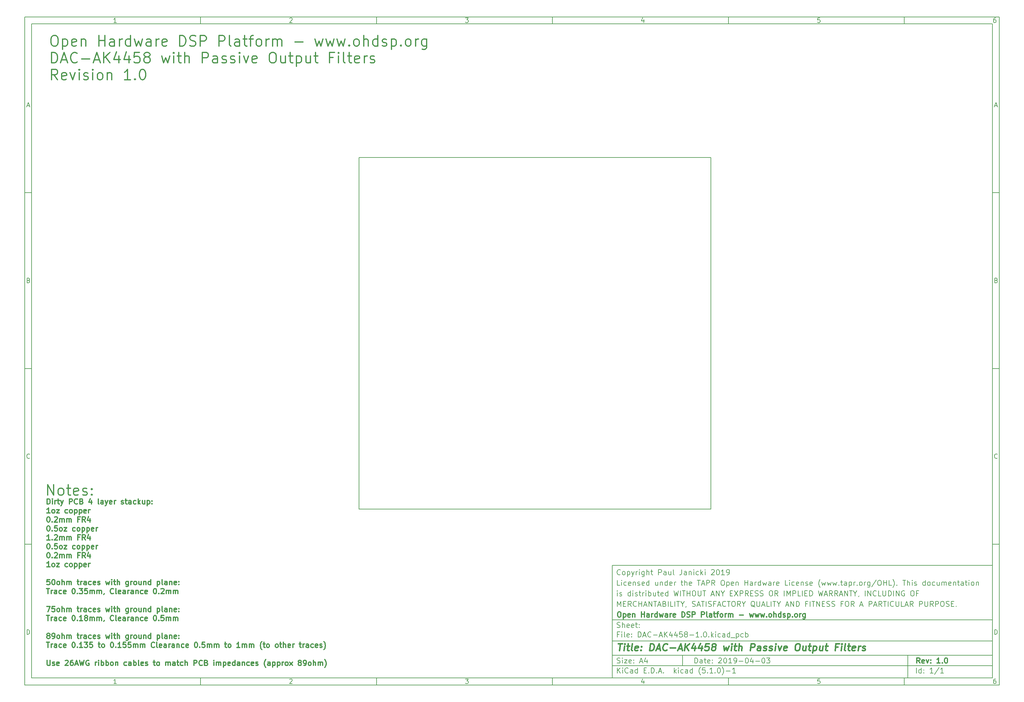
<source format=gbr>
G04 #@! TF.GenerationSoftware,KiCad,Pcbnew,(5.1.0)-1*
G04 #@! TF.CreationDate,2019-04-03T22:14:40+01:00*
G04 #@! TF.ProjectId,DAC-AK4458-1.0,4441432d-414b-4343-9435-382d312e302e,1.0*
G04 #@! TF.SameCoordinates,PX6422c40PY8f0d180*
G04 #@! TF.FileFunction,Other,Comment*
%FSLAX46Y46*%
G04 Gerber Fmt 4.6, Leading zero omitted, Abs format (unit mm)*
G04 Created by KiCad (PCBNEW (5.1.0)-1) date 2019-04-03 22:14:40*
%MOMM*%
%LPD*%
G04 APERTURE LIST*
%ADD10C,0.100000*%
%ADD11C,0.150000*%
%ADD12C,0.300000*%
%ADD13C,0.400000*%
G04 APERTURE END LIST*
D10*
D11*
X72002200Y-16007200D02*
X72002200Y-48007200D01*
X180002200Y-48007200D01*
X180002200Y-16007200D01*
X72002200Y-16007200D01*
D10*
D11*
X-95000000Y140000000D02*
X-95000000Y-50007200D01*
X182002200Y-50007200D01*
X182002200Y140000000D01*
X-95000000Y140000000D01*
D10*
D11*
X-93000000Y138000000D02*
X-93000000Y-48007200D01*
X180002200Y-48007200D01*
X180002200Y138000000D01*
X-93000000Y138000000D01*
D10*
D11*
X-45000000Y138000000D02*
X-45000000Y140000000D01*
D10*
D11*
X5000000Y138000000D02*
X5000000Y140000000D01*
D10*
D11*
X55000000Y138000000D02*
X55000000Y140000000D01*
D10*
D11*
X105000000Y138000000D02*
X105000000Y140000000D01*
D10*
D11*
X155000000Y138000000D02*
X155000000Y140000000D01*
D10*
D11*
X-68934524Y138411905D02*
X-69677381Y138411905D01*
X-69305953Y138411905D02*
X-69305953Y139711905D01*
X-69429762Y139526191D01*
X-69553572Y139402381D01*
X-69677381Y139340477D01*
D10*
D11*
X-19677381Y139588096D02*
X-19615477Y139650000D01*
X-19491667Y139711905D01*
X-19182143Y139711905D01*
X-19058334Y139650000D01*
X-18996429Y139588096D01*
X-18934524Y139464286D01*
X-18934524Y139340477D01*
X-18996429Y139154762D01*
X-19739286Y138411905D01*
X-18934524Y138411905D01*
D10*
D11*
X30260714Y139711905D02*
X31065476Y139711905D01*
X30632142Y139216667D01*
X30817857Y139216667D01*
X30941666Y139154762D01*
X31003571Y139092858D01*
X31065476Y138969048D01*
X31065476Y138659524D01*
X31003571Y138535715D01*
X30941666Y138473810D01*
X30817857Y138411905D01*
X30446428Y138411905D01*
X30322619Y138473810D01*
X30260714Y138535715D01*
D10*
D11*
X80941666Y139278572D02*
X80941666Y138411905D01*
X80632142Y139773810D02*
X80322619Y138845239D01*
X81127380Y138845239D01*
D10*
D11*
X131003571Y139711905D02*
X130384523Y139711905D01*
X130322619Y139092858D01*
X130384523Y139154762D01*
X130508333Y139216667D01*
X130817857Y139216667D01*
X130941666Y139154762D01*
X131003571Y139092858D01*
X131065476Y138969048D01*
X131065476Y138659524D01*
X131003571Y138535715D01*
X130941666Y138473810D01*
X130817857Y138411905D01*
X130508333Y138411905D01*
X130384523Y138473810D01*
X130322619Y138535715D01*
D10*
D11*
X180941666Y139711905D02*
X180694047Y139711905D01*
X180570238Y139650000D01*
X180508333Y139588096D01*
X180384523Y139402381D01*
X180322619Y139154762D01*
X180322619Y138659524D01*
X180384523Y138535715D01*
X180446428Y138473810D01*
X180570238Y138411905D01*
X180817857Y138411905D01*
X180941666Y138473810D01*
X181003571Y138535715D01*
X181065476Y138659524D01*
X181065476Y138969048D01*
X181003571Y139092858D01*
X180941666Y139154762D01*
X180817857Y139216667D01*
X180570238Y139216667D01*
X180446428Y139154762D01*
X180384523Y139092858D01*
X180322619Y138969048D01*
D10*
D11*
X-45000000Y-48007200D02*
X-45000000Y-50007200D01*
D10*
D11*
X5000000Y-48007200D02*
X5000000Y-50007200D01*
D10*
D11*
X55000000Y-48007200D02*
X55000000Y-50007200D01*
D10*
D11*
X105000000Y-48007200D02*
X105000000Y-50007200D01*
D10*
D11*
X155000000Y-48007200D02*
X155000000Y-50007200D01*
D10*
D11*
X-68934524Y-49595295D02*
X-69677381Y-49595295D01*
X-69305953Y-49595295D02*
X-69305953Y-48295295D01*
X-69429762Y-48481009D01*
X-69553572Y-48604819D01*
X-69677381Y-48666723D01*
D10*
D11*
X-19677381Y-48419104D02*
X-19615477Y-48357200D01*
X-19491667Y-48295295D01*
X-19182143Y-48295295D01*
X-19058334Y-48357200D01*
X-18996429Y-48419104D01*
X-18934524Y-48542914D01*
X-18934524Y-48666723D01*
X-18996429Y-48852438D01*
X-19739286Y-49595295D01*
X-18934524Y-49595295D01*
D10*
D11*
X30260714Y-48295295D02*
X31065476Y-48295295D01*
X30632142Y-48790533D01*
X30817857Y-48790533D01*
X30941666Y-48852438D01*
X31003571Y-48914342D01*
X31065476Y-49038152D01*
X31065476Y-49347676D01*
X31003571Y-49471485D01*
X30941666Y-49533390D01*
X30817857Y-49595295D01*
X30446428Y-49595295D01*
X30322619Y-49533390D01*
X30260714Y-49471485D01*
D10*
D11*
X80941666Y-48728628D02*
X80941666Y-49595295D01*
X80632142Y-48233390D02*
X80322619Y-49161961D01*
X81127380Y-49161961D01*
D10*
D11*
X131003571Y-48295295D02*
X130384523Y-48295295D01*
X130322619Y-48914342D01*
X130384523Y-48852438D01*
X130508333Y-48790533D01*
X130817857Y-48790533D01*
X130941666Y-48852438D01*
X131003571Y-48914342D01*
X131065476Y-49038152D01*
X131065476Y-49347676D01*
X131003571Y-49471485D01*
X130941666Y-49533390D01*
X130817857Y-49595295D01*
X130508333Y-49595295D01*
X130384523Y-49533390D01*
X130322619Y-49471485D01*
D10*
D11*
X180941666Y-48295295D02*
X180694047Y-48295295D01*
X180570238Y-48357200D01*
X180508333Y-48419104D01*
X180384523Y-48604819D01*
X180322619Y-48852438D01*
X180322619Y-49347676D01*
X180384523Y-49471485D01*
X180446428Y-49533390D01*
X180570238Y-49595295D01*
X180817857Y-49595295D01*
X180941666Y-49533390D01*
X181003571Y-49471485D01*
X181065476Y-49347676D01*
X181065476Y-49038152D01*
X181003571Y-48914342D01*
X180941666Y-48852438D01*
X180817857Y-48790533D01*
X180570238Y-48790533D01*
X180446428Y-48852438D01*
X180384523Y-48914342D01*
X180322619Y-49038152D01*
D10*
D11*
X-95000000Y90000000D02*
X-93000000Y90000000D01*
D10*
D11*
X-95000000Y40000000D02*
X-93000000Y40000000D01*
D10*
D11*
X-95000000Y-10000000D02*
X-93000000Y-10000000D01*
D10*
D11*
X-94309524Y114783334D02*
X-93690477Y114783334D01*
X-94433334Y114411905D02*
X-94000000Y115711905D01*
X-93566667Y114411905D01*
D10*
D11*
X-93907143Y65092858D02*
X-93721429Y65030953D01*
X-93659524Y64969048D01*
X-93597620Y64845239D01*
X-93597620Y64659524D01*
X-93659524Y64535715D01*
X-93721429Y64473810D01*
X-93845239Y64411905D01*
X-94340477Y64411905D01*
X-94340477Y65711905D01*
X-93907143Y65711905D01*
X-93783334Y65650000D01*
X-93721429Y65588096D01*
X-93659524Y65464286D01*
X-93659524Y65340477D01*
X-93721429Y65216667D01*
X-93783334Y65154762D01*
X-93907143Y65092858D01*
X-94340477Y65092858D01*
D10*
D11*
X-93597620Y14535715D02*
X-93659524Y14473810D01*
X-93845239Y14411905D01*
X-93969048Y14411905D01*
X-94154762Y14473810D01*
X-94278572Y14597620D01*
X-94340477Y14721429D01*
X-94402381Y14969048D01*
X-94402381Y15154762D01*
X-94340477Y15402381D01*
X-94278572Y15526191D01*
X-94154762Y15650000D01*
X-93969048Y15711905D01*
X-93845239Y15711905D01*
X-93659524Y15650000D01*
X-93597620Y15588096D01*
D10*
D11*
X-94340477Y-35588095D02*
X-94340477Y-34288095D01*
X-94030953Y-34288095D01*
X-93845239Y-34350000D01*
X-93721429Y-34473809D01*
X-93659524Y-34597619D01*
X-93597620Y-34845238D01*
X-93597620Y-35030952D01*
X-93659524Y-35278571D01*
X-93721429Y-35402380D01*
X-93845239Y-35526190D01*
X-94030953Y-35588095D01*
X-94340477Y-35588095D01*
D10*
D11*
X182002200Y90000000D02*
X180002200Y90000000D01*
D10*
D11*
X182002200Y40000000D02*
X180002200Y40000000D01*
D10*
D11*
X182002200Y-10000000D02*
X180002200Y-10000000D01*
D10*
D11*
X180692676Y114783334D02*
X181311723Y114783334D01*
X180568866Y114411905D02*
X181002200Y115711905D01*
X181435533Y114411905D01*
D10*
D11*
X181095057Y65092858D02*
X181280771Y65030953D01*
X181342676Y64969048D01*
X181404580Y64845239D01*
X181404580Y64659524D01*
X181342676Y64535715D01*
X181280771Y64473810D01*
X181156961Y64411905D01*
X180661723Y64411905D01*
X180661723Y65711905D01*
X181095057Y65711905D01*
X181218866Y65650000D01*
X181280771Y65588096D01*
X181342676Y65464286D01*
X181342676Y65340477D01*
X181280771Y65216667D01*
X181218866Y65154762D01*
X181095057Y65092858D01*
X180661723Y65092858D01*
D10*
D11*
X181404580Y14535715D02*
X181342676Y14473810D01*
X181156961Y14411905D01*
X181033152Y14411905D01*
X180847438Y14473810D01*
X180723628Y14597620D01*
X180661723Y14721429D01*
X180599819Y14969048D01*
X180599819Y15154762D01*
X180661723Y15402381D01*
X180723628Y15526191D01*
X180847438Y15650000D01*
X181033152Y15711905D01*
X181156961Y15711905D01*
X181342676Y15650000D01*
X181404580Y15588096D01*
D10*
D11*
X180661723Y-35588095D02*
X180661723Y-34288095D01*
X180971247Y-34288095D01*
X181156961Y-34350000D01*
X181280771Y-34473809D01*
X181342676Y-34597619D01*
X181404580Y-34845238D01*
X181404580Y-35030952D01*
X181342676Y-35278571D01*
X181280771Y-35402380D01*
X181156961Y-35526190D01*
X180971247Y-35588095D01*
X180661723Y-35588095D01*
D10*
D11*
X95434342Y-43785771D02*
X95434342Y-42285771D01*
X95791485Y-42285771D01*
X96005771Y-42357200D01*
X96148628Y-42500057D01*
X96220057Y-42642914D01*
X96291485Y-42928628D01*
X96291485Y-43142914D01*
X96220057Y-43428628D01*
X96148628Y-43571485D01*
X96005771Y-43714342D01*
X95791485Y-43785771D01*
X95434342Y-43785771D01*
X97577200Y-43785771D02*
X97577200Y-43000057D01*
X97505771Y-42857200D01*
X97362914Y-42785771D01*
X97077200Y-42785771D01*
X96934342Y-42857200D01*
X97577200Y-43714342D02*
X97434342Y-43785771D01*
X97077200Y-43785771D01*
X96934342Y-43714342D01*
X96862914Y-43571485D01*
X96862914Y-43428628D01*
X96934342Y-43285771D01*
X97077200Y-43214342D01*
X97434342Y-43214342D01*
X97577200Y-43142914D01*
X98077200Y-42785771D02*
X98648628Y-42785771D01*
X98291485Y-42285771D02*
X98291485Y-43571485D01*
X98362914Y-43714342D01*
X98505771Y-43785771D01*
X98648628Y-43785771D01*
X99720057Y-43714342D02*
X99577200Y-43785771D01*
X99291485Y-43785771D01*
X99148628Y-43714342D01*
X99077200Y-43571485D01*
X99077200Y-43000057D01*
X99148628Y-42857200D01*
X99291485Y-42785771D01*
X99577200Y-42785771D01*
X99720057Y-42857200D01*
X99791485Y-43000057D01*
X99791485Y-43142914D01*
X99077200Y-43285771D01*
X100434342Y-43642914D02*
X100505771Y-43714342D01*
X100434342Y-43785771D01*
X100362914Y-43714342D01*
X100434342Y-43642914D01*
X100434342Y-43785771D01*
X100434342Y-42857200D02*
X100505771Y-42928628D01*
X100434342Y-43000057D01*
X100362914Y-42928628D01*
X100434342Y-42857200D01*
X100434342Y-43000057D01*
X102220057Y-42428628D02*
X102291485Y-42357200D01*
X102434342Y-42285771D01*
X102791485Y-42285771D01*
X102934342Y-42357200D01*
X103005771Y-42428628D01*
X103077200Y-42571485D01*
X103077200Y-42714342D01*
X103005771Y-42928628D01*
X102148628Y-43785771D01*
X103077200Y-43785771D01*
X104005771Y-42285771D02*
X104148628Y-42285771D01*
X104291485Y-42357200D01*
X104362914Y-42428628D01*
X104434342Y-42571485D01*
X104505771Y-42857200D01*
X104505771Y-43214342D01*
X104434342Y-43500057D01*
X104362914Y-43642914D01*
X104291485Y-43714342D01*
X104148628Y-43785771D01*
X104005771Y-43785771D01*
X103862914Y-43714342D01*
X103791485Y-43642914D01*
X103720057Y-43500057D01*
X103648628Y-43214342D01*
X103648628Y-42857200D01*
X103720057Y-42571485D01*
X103791485Y-42428628D01*
X103862914Y-42357200D01*
X104005771Y-42285771D01*
X105934342Y-43785771D02*
X105077200Y-43785771D01*
X105505771Y-43785771D02*
X105505771Y-42285771D01*
X105362914Y-42500057D01*
X105220057Y-42642914D01*
X105077200Y-42714342D01*
X106648628Y-43785771D02*
X106934342Y-43785771D01*
X107077200Y-43714342D01*
X107148628Y-43642914D01*
X107291485Y-43428628D01*
X107362914Y-43142914D01*
X107362914Y-42571485D01*
X107291485Y-42428628D01*
X107220057Y-42357200D01*
X107077200Y-42285771D01*
X106791485Y-42285771D01*
X106648628Y-42357200D01*
X106577200Y-42428628D01*
X106505771Y-42571485D01*
X106505771Y-42928628D01*
X106577200Y-43071485D01*
X106648628Y-43142914D01*
X106791485Y-43214342D01*
X107077200Y-43214342D01*
X107220057Y-43142914D01*
X107291485Y-43071485D01*
X107362914Y-42928628D01*
X108005771Y-43214342D02*
X109148628Y-43214342D01*
X110148628Y-42285771D02*
X110291485Y-42285771D01*
X110434342Y-42357200D01*
X110505771Y-42428628D01*
X110577200Y-42571485D01*
X110648628Y-42857200D01*
X110648628Y-43214342D01*
X110577200Y-43500057D01*
X110505771Y-43642914D01*
X110434342Y-43714342D01*
X110291485Y-43785771D01*
X110148628Y-43785771D01*
X110005771Y-43714342D01*
X109934342Y-43642914D01*
X109862914Y-43500057D01*
X109791485Y-43214342D01*
X109791485Y-42857200D01*
X109862914Y-42571485D01*
X109934342Y-42428628D01*
X110005771Y-42357200D01*
X110148628Y-42285771D01*
X111934342Y-42785771D02*
X111934342Y-43785771D01*
X111577200Y-42214342D02*
X111220057Y-43285771D01*
X112148628Y-43285771D01*
X112720057Y-43214342D02*
X113862914Y-43214342D01*
X114862914Y-42285771D02*
X115005771Y-42285771D01*
X115148628Y-42357200D01*
X115220057Y-42428628D01*
X115291485Y-42571485D01*
X115362914Y-42857200D01*
X115362914Y-43214342D01*
X115291485Y-43500057D01*
X115220057Y-43642914D01*
X115148628Y-43714342D01*
X115005771Y-43785771D01*
X114862914Y-43785771D01*
X114720057Y-43714342D01*
X114648628Y-43642914D01*
X114577200Y-43500057D01*
X114505771Y-43214342D01*
X114505771Y-42857200D01*
X114577200Y-42571485D01*
X114648628Y-42428628D01*
X114720057Y-42357200D01*
X114862914Y-42285771D01*
X115862914Y-42285771D02*
X116791485Y-42285771D01*
X116291485Y-42857200D01*
X116505771Y-42857200D01*
X116648628Y-42928628D01*
X116720057Y-43000057D01*
X116791485Y-43142914D01*
X116791485Y-43500057D01*
X116720057Y-43642914D01*
X116648628Y-43714342D01*
X116505771Y-43785771D01*
X116077200Y-43785771D01*
X115934342Y-43714342D01*
X115862914Y-43642914D01*
D10*
D11*
X72002200Y-44507200D02*
X180002200Y-44507200D01*
D10*
D11*
X73434342Y-46585771D02*
X73434342Y-45085771D01*
X74291485Y-46585771D02*
X73648628Y-45728628D01*
X74291485Y-45085771D02*
X73434342Y-45942914D01*
X74934342Y-46585771D02*
X74934342Y-45585771D01*
X74934342Y-45085771D02*
X74862914Y-45157200D01*
X74934342Y-45228628D01*
X75005771Y-45157200D01*
X74934342Y-45085771D01*
X74934342Y-45228628D01*
X76505771Y-46442914D02*
X76434342Y-46514342D01*
X76220057Y-46585771D01*
X76077200Y-46585771D01*
X75862914Y-46514342D01*
X75720057Y-46371485D01*
X75648628Y-46228628D01*
X75577200Y-45942914D01*
X75577200Y-45728628D01*
X75648628Y-45442914D01*
X75720057Y-45300057D01*
X75862914Y-45157200D01*
X76077200Y-45085771D01*
X76220057Y-45085771D01*
X76434342Y-45157200D01*
X76505771Y-45228628D01*
X77791485Y-46585771D02*
X77791485Y-45800057D01*
X77720057Y-45657200D01*
X77577200Y-45585771D01*
X77291485Y-45585771D01*
X77148628Y-45657200D01*
X77791485Y-46514342D02*
X77648628Y-46585771D01*
X77291485Y-46585771D01*
X77148628Y-46514342D01*
X77077200Y-46371485D01*
X77077200Y-46228628D01*
X77148628Y-46085771D01*
X77291485Y-46014342D01*
X77648628Y-46014342D01*
X77791485Y-45942914D01*
X79148628Y-46585771D02*
X79148628Y-45085771D01*
X79148628Y-46514342D02*
X79005771Y-46585771D01*
X78720057Y-46585771D01*
X78577200Y-46514342D01*
X78505771Y-46442914D01*
X78434342Y-46300057D01*
X78434342Y-45871485D01*
X78505771Y-45728628D01*
X78577200Y-45657200D01*
X78720057Y-45585771D01*
X79005771Y-45585771D01*
X79148628Y-45657200D01*
X81005771Y-45800057D02*
X81505771Y-45800057D01*
X81720057Y-46585771D02*
X81005771Y-46585771D01*
X81005771Y-45085771D01*
X81720057Y-45085771D01*
X82362914Y-46442914D02*
X82434342Y-46514342D01*
X82362914Y-46585771D01*
X82291485Y-46514342D01*
X82362914Y-46442914D01*
X82362914Y-46585771D01*
X83077200Y-46585771D02*
X83077200Y-45085771D01*
X83434342Y-45085771D01*
X83648628Y-45157200D01*
X83791485Y-45300057D01*
X83862914Y-45442914D01*
X83934342Y-45728628D01*
X83934342Y-45942914D01*
X83862914Y-46228628D01*
X83791485Y-46371485D01*
X83648628Y-46514342D01*
X83434342Y-46585771D01*
X83077200Y-46585771D01*
X84577200Y-46442914D02*
X84648628Y-46514342D01*
X84577200Y-46585771D01*
X84505771Y-46514342D01*
X84577200Y-46442914D01*
X84577200Y-46585771D01*
X85220057Y-46157200D02*
X85934342Y-46157200D01*
X85077200Y-46585771D02*
X85577200Y-45085771D01*
X86077200Y-46585771D01*
X86577200Y-46442914D02*
X86648628Y-46514342D01*
X86577200Y-46585771D01*
X86505771Y-46514342D01*
X86577200Y-46442914D01*
X86577200Y-46585771D01*
X89577200Y-46585771D02*
X89577200Y-45085771D01*
X89720057Y-46014342D02*
X90148628Y-46585771D01*
X90148628Y-45585771D02*
X89577200Y-46157200D01*
X90791485Y-46585771D02*
X90791485Y-45585771D01*
X90791485Y-45085771D02*
X90720057Y-45157200D01*
X90791485Y-45228628D01*
X90862914Y-45157200D01*
X90791485Y-45085771D01*
X90791485Y-45228628D01*
X92148628Y-46514342D02*
X92005771Y-46585771D01*
X91720057Y-46585771D01*
X91577200Y-46514342D01*
X91505771Y-46442914D01*
X91434342Y-46300057D01*
X91434342Y-45871485D01*
X91505771Y-45728628D01*
X91577200Y-45657200D01*
X91720057Y-45585771D01*
X92005771Y-45585771D01*
X92148628Y-45657200D01*
X93434342Y-46585771D02*
X93434342Y-45800057D01*
X93362914Y-45657200D01*
X93220057Y-45585771D01*
X92934342Y-45585771D01*
X92791485Y-45657200D01*
X93434342Y-46514342D02*
X93291485Y-46585771D01*
X92934342Y-46585771D01*
X92791485Y-46514342D01*
X92720057Y-46371485D01*
X92720057Y-46228628D01*
X92791485Y-46085771D01*
X92934342Y-46014342D01*
X93291485Y-46014342D01*
X93434342Y-45942914D01*
X94791485Y-46585771D02*
X94791485Y-45085771D01*
X94791485Y-46514342D02*
X94648628Y-46585771D01*
X94362914Y-46585771D01*
X94220057Y-46514342D01*
X94148628Y-46442914D01*
X94077200Y-46300057D01*
X94077200Y-45871485D01*
X94148628Y-45728628D01*
X94220057Y-45657200D01*
X94362914Y-45585771D01*
X94648628Y-45585771D01*
X94791485Y-45657200D01*
X97077200Y-47157200D02*
X97005771Y-47085771D01*
X96862914Y-46871485D01*
X96791485Y-46728628D01*
X96720057Y-46514342D01*
X96648628Y-46157200D01*
X96648628Y-45871485D01*
X96720057Y-45514342D01*
X96791485Y-45300057D01*
X96862914Y-45157200D01*
X97005771Y-44942914D01*
X97077200Y-44871485D01*
X98362914Y-45085771D02*
X97648628Y-45085771D01*
X97577200Y-45800057D01*
X97648628Y-45728628D01*
X97791485Y-45657200D01*
X98148628Y-45657200D01*
X98291485Y-45728628D01*
X98362914Y-45800057D01*
X98434342Y-45942914D01*
X98434342Y-46300057D01*
X98362914Y-46442914D01*
X98291485Y-46514342D01*
X98148628Y-46585771D01*
X97791485Y-46585771D01*
X97648628Y-46514342D01*
X97577200Y-46442914D01*
X99077200Y-46442914D02*
X99148628Y-46514342D01*
X99077200Y-46585771D01*
X99005771Y-46514342D01*
X99077200Y-46442914D01*
X99077200Y-46585771D01*
X100577200Y-46585771D02*
X99720057Y-46585771D01*
X100148628Y-46585771D02*
X100148628Y-45085771D01*
X100005771Y-45300057D01*
X99862914Y-45442914D01*
X99720057Y-45514342D01*
X101220057Y-46442914D02*
X101291485Y-46514342D01*
X101220057Y-46585771D01*
X101148628Y-46514342D01*
X101220057Y-46442914D01*
X101220057Y-46585771D01*
X102220057Y-45085771D02*
X102362914Y-45085771D01*
X102505771Y-45157200D01*
X102577200Y-45228628D01*
X102648628Y-45371485D01*
X102720057Y-45657200D01*
X102720057Y-46014342D01*
X102648628Y-46300057D01*
X102577200Y-46442914D01*
X102505771Y-46514342D01*
X102362914Y-46585771D01*
X102220057Y-46585771D01*
X102077200Y-46514342D01*
X102005771Y-46442914D01*
X101934342Y-46300057D01*
X101862914Y-46014342D01*
X101862914Y-45657200D01*
X101934342Y-45371485D01*
X102005771Y-45228628D01*
X102077200Y-45157200D01*
X102220057Y-45085771D01*
X103220057Y-47157200D02*
X103291485Y-47085771D01*
X103434342Y-46871485D01*
X103505771Y-46728628D01*
X103577200Y-46514342D01*
X103648628Y-46157200D01*
X103648628Y-45871485D01*
X103577200Y-45514342D01*
X103505771Y-45300057D01*
X103434342Y-45157200D01*
X103291485Y-44942914D01*
X103220057Y-44871485D01*
X104362914Y-46014342D02*
X105505771Y-46014342D01*
X107005771Y-46585771D02*
X106148628Y-46585771D01*
X106577200Y-46585771D02*
X106577200Y-45085771D01*
X106434342Y-45300057D01*
X106291485Y-45442914D01*
X106148628Y-45514342D01*
D10*
D11*
X72002200Y-41507200D02*
X180002200Y-41507200D01*
D10*
D12*
X159411485Y-43785771D02*
X158911485Y-43071485D01*
X158554342Y-43785771D02*
X158554342Y-42285771D01*
X159125771Y-42285771D01*
X159268628Y-42357200D01*
X159340057Y-42428628D01*
X159411485Y-42571485D01*
X159411485Y-42785771D01*
X159340057Y-42928628D01*
X159268628Y-43000057D01*
X159125771Y-43071485D01*
X158554342Y-43071485D01*
X160625771Y-43714342D02*
X160482914Y-43785771D01*
X160197200Y-43785771D01*
X160054342Y-43714342D01*
X159982914Y-43571485D01*
X159982914Y-43000057D01*
X160054342Y-42857200D01*
X160197200Y-42785771D01*
X160482914Y-42785771D01*
X160625771Y-42857200D01*
X160697200Y-43000057D01*
X160697200Y-43142914D01*
X159982914Y-43285771D01*
X161197200Y-42785771D02*
X161554342Y-43785771D01*
X161911485Y-42785771D01*
X162482914Y-43642914D02*
X162554342Y-43714342D01*
X162482914Y-43785771D01*
X162411485Y-43714342D01*
X162482914Y-43642914D01*
X162482914Y-43785771D01*
X162482914Y-42857200D02*
X162554342Y-42928628D01*
X162482914Y-43000057D01*
X162411485Y-42928628D01*
X162482914Y-42857200D01*
X162482914Y-43000057D01*
X165125771Y-43785771D02*
X164268628Y-43785771D01*
X164697200Y-43785771D02*
X164697200Y-42285771D01*
X164554342Y-42500057D01*
X164411485Y-42642914D01*
X164268628Y-42714342D01*
X165768628Y-43642914D02*
X165840057Y-43714342D01*
X165768628Y-43785771D01*
X165697200Y-43714342D01*
X165768628Y-43642914D01*
X165768628Y-43785771D01*
X166768628Y-42285771D02*
X166911485Y-42285771D01*
X167054342Y-42357200D01*
X167125771Y-42428628D01*
X167197200Y-42571485D01*
X167268628Y-42857200D01*
X167268628Y-43214342D01*
X167197200Y-43500057D01*
X167125771Y-43642914D01*
X167054342Y-43714342D01*
X166911485Y-43785771D01*
X166768628Y-43785771D01*
X166625771Y-43714342D01*
X166554342Y-43642914D01*
X166482914Y-43500057D01*
X166411485Y-43214342D01*
X166411485Y-42857200D01*
X166482914Y-42571485D01*
X166554342Y-42428628D01*
X166625771Y-42357200D01*
X166768628Y-42285771D01*
D10*
D11*
X73362914Y-43714342D02*
X73577200Y-43785771D01*
X73934342Y-43785771D01*
X74077200Y-43714342D01*
X74148628Y-43642914D01*
X74220057Y-43500057D01*
X74220057Y-43357200D01*
X74148628Y-43214342D01*
X74077200Y-43142914D01*
X73934342Y-43071485D01*
X73648628Y-43000057D01*
X73505771Y-42928628D01*
X73434342Y-42857200D01*
X73362914Y-42714342D01*
X73362914Y-42571485D01*
X73434342Y-42428628D01*
X73505771Y-42357200D01*
X73648628Y-42285771D01*
X74005771Y-42285771D01*
X74220057Y-42357200D01*
X74862914Y-43785771D02*
X74862914Y-42785771D01*
X74862914Y-42285771D02*
X74791485Y-42357200D01*
X74862914Y-42428628D01*
X74934342Y-42357200D01*
X74862914Y-42285771D01*
X74862914Y-42428628D01*
X75434342Y-42785771D02*
X76220057Y-42785771D01*
X75434342Y-43785771D01*
X76220057Y-43785771D01*
X77362914Y-43714342D02*
X77220057Y-43785771D01*
X76934342Y-43785771D01*
X76791485Y-43714342D01*
X76720057Y-43571485D01*
X76720057Y-43000057D01*
X76791485Y-42857200D01*
X76934342Y-42785771D01*
X77220057Y-42785771D01*
X77362914Y-42857200D01*
X77434342Y-43000057D01*
X77434342Y-43142914D01*
X76720057Y-43285771D01*
X78077200Y-43642914D02*
X78148628Y-43714342D01*
X78077200Y-43785771D01*
X78005771Y-43714342D01*
X78077200Y-43642914D01*
X78077200Y-43785771D01*
X78077200Y-42857200D02*
X78148628Y-42928628D01*
X78077200Y-43000057D01*
X78005771Y-42928628D01*
X78077200Y-42857200D01*
X78077200Y-43000057D01*
X79862914Y-43357200D02*
X80577200Y-43357200D01*
X79720057Y-43785771D02*
X80220057Y-42285771D01*
X80720057Y-43785771D01*
X81862914Y-42785771D02*
X81862914Y-43785771D01*
X81505771Y-42214342D02*
X81148628Y-43285771D01*
X82077200Y-43285771D01*
D10*
D11*
X158434342Y-46585771D02*
X158434342Y-45085771D01*
X159791485Y-46585771D02*
X159791485Y-45085771D01*
X159791485Y-46514342D02*
X159648628Y-46585771D01*
X159362914Y-46585771D01*
X159220057Y-46514342D01*
X159148628Y-46442914D01*
X159077200Y-46300057D01*
X159077200Y-45871485D01*
X159148628Y-45728628D01*
X159220057Y-45657200D01*
X159362914Y-45585771D01*
X159648628Y-45585771D01*
X159791485Y-45657200D01*
X160505771Y-46442914D02*
X160577200Y-46514342D01*
X160505771Y-46585771D01*
X160434342Y-46514342D01*
X160505771Y-46442914D01*
X160505771Y-46585771D01*
X160505771Y-45657200D02*
X160577200Y-45728628D01*
X160505771Y-45800057D01*
X160434342Y-45728628D01*
X160505771Y-45657200D01*
X160505771Y-45800057D01*
X163148628Y-46585771D02*
X162291485Y-46585771D01*
X162720057Y-46585771D02*
X162720057Y-45085771D01*
X162577200Y-45300057D01*
X162434342Y-45442914D01*
X162291485Y-45514342D01*
X164862914Y-45014342D02*
X163577200Y-46942914D01*
X166148628Y-46585771D02*
X165291485Y-46585771D01*
X165720057Y-46585771D02*
X165720057Y-45085771D01*
X165577200Y-45300057D01*
X165434342Y-45442914D01*
X165291485Y-45514342D01*
D10*
D11*
X72002200Y-37507200D02*
X180002200Y-37507200D01*
D10*
D13*
X73714580Y-38211961D02*
X74857438Y-38211961D01*
X74036009Y-40211961D02*
X74286009Y-38211961D01*
X75274104Y-40211961D02*
X75440771Y-38878628D01*
X75524104Y-38211961D02*
X75416961Y-38307200D01*
X75500295Y-38402438D01*
X75607438Y-38307200D01*
X75524104Y-38211961D01*
X75500295Y-38402438D01*
X76107438Y-38878628D02*
X76869342Y-38878628D01*
X76476485Y-38211961D02*
X76262200Y-39926247D01*
X76333628Y-40116723D01*
X76512200Y-40211961D01*
X76702676Y-40211961D01*
X77655057Y-40211961D02*
X77476485Y-40116723D01*
X77405057Y-39926247D01*
X77619342Y-38211961D01*
X79190771Y-40116723D02*
X78988390Y-40211961D01*
X78607438Y-40211961D01*
X78428866Y-40116723D01*
X78357438Y-39926247D01*
X78452676Y-39164342D01*
X78571723Y-38973866D01*
X78774104Y-38878628D01*
X79155057Y-38878628D01*
X79333628Y-38973866D01*
X79405057Y-39164342D01*
X79381247Y-39354819D01*
X78405057Y-39545295D01*
X80155057Y-40021485D02*
X80238390Y-40116723D01*
X80131247Y-40211961D01*
X80047914Y-40116723D01*
X80155057Y-40021485D01*
X80131247Y-40211961D01*
X80286009Y-38973866D02*
X80369342Y-39069104D01*
X80262200Y-39164342D01*
X80178866Y-39069104D01*
X80286009Y-38973866D01*
X80262200Y-39164342D01*
X82607438Y-40211961D02*
X82857438Y-38211961D01*
X83333628Y-38211961D01*
X83607438Y-38307200D01*
X83774104Y-38497676D01*
X83845533Y-38688152D01*
X83893152Y-39069104D01*
X83857438Y-39354819D01*
X83714580Y-39735771D01*
X83595533Y-39926247D01*
X83381247Y-40116723D01*
X83083628Y-40211961D01*
X82607438Y-40211961D01*
X84583628Y-39640533D02*
X85536009Y-39640533D01*
X84321723Y-40211961D02*
X85238390Y-38211961D01*
X85655057Y-40211961D01*
X87488390Y-40021485D02*
X87381247Y-40116723D01*
X87083628Y-40211961D01*
X86893152Y-40211961D01*
X86619342Y-40116723D01*
X86452676Y-39926247D01*
X86381247Y-39735771D01*
X86333628Y-39354819D01*
X86369342Y-39069104D01*
X86512200Y-38688152D01*
X86631247Y-38497676D01*
X86845533Y-38307200D01*
X87143152Y-38211961D01*
X87333628Y-38211961D01*
X87607438Y-38307200D01*
X87690771Y-38402438D01*
X88416961Y-39450057D02*
X89940771Y-39450057D01*
X90774104Y-39640533D02*
X91726485Y-39640533D01*
X90512200Y-40211961D02*
X91428866Y-38211961D01*
X91845533Y-40211961D01*
X92512200Y-40211961D02*
X92762200Y-38211961D01*
X93655057Y-40211961D02*
X92940771Y-39069104D01*
X93905057Y-38211961D02*
X92619342Y-39354819D01*
X95536009Y-38878628D02*
X95369342Y-40211961D01*
X95155057Y-38116723D02*
X94500295Y-39545295D01*
X95738390Y-39545295D01*
X97440771Y-38878628D02*
X97274104Y-40211961D01*
X97059819Y-38116723D02*
X96405057Y-39545295D01*
X97643152Y-39545295D01*
X99524104Y-38211961D02*
X98571723Y-38211961D01*
X98357438Y-39164342D01*
X98464580Y-39069104D01*
X98666961Y-38973866D01*
X99143152Y-38973866D01*
X99321723Y-39069104D01*
X99405057Y-39164342D01*
X99476485Y-39354819D01*
X99416961Y-39831009D01*
X99297914Y-40021485D01*
X99190771Y-40116723D01*
X98988390Y-40211961D01*
X98512200Y-40211961D01*
X98333628Y-40116723D01*
X98250295Y-40021485D01*
X100655057Y-39069104D02*
X100476485Y-38973866D01*
X100393152Y-38878628D01*
X100321723Y-38688152D01*
X100333628Y-38592914D01*
X100452676Y-38402438D01*
X100559819Y-38307200D01*
X100762200Y-38211961D01*
X101143152Y-38211961D01*
X101321723Y-38307200D01*
X101405057Y-38402438D01*
X101476485Y-38592914D01*
X101464580Y-38688152D01*
X101345533Y-38878628D01*
X101238390Y-38973866D01*
X101036009Y-39069104D01*
X100655057Y-39069104D01*
X100452676Y-39164342D01*
X100345533Y-39259580D01*
X100226485Y-39450057D01*
X100178866Y-39831009D01*
X100250295Y-40021485D01*
X100333628Y-40116723D01*
X100512200Y-40211961D01*
X100893152Y-40211961D01*
X101095533Y-40116723D01*
X101202676Y-40021485D01*
X101321723Y-39831009D01*
X101369342Y-39450057D01*
X101297914Y-39259580D01*
X101214580Y-39164342D01*
X101036009Y-39069104D01*
X103631247Y-38878628D02*
X103845533Y-40211961D01*
X104345533Y-39259580D01*
X104607438Y-40211961D01*
X105155057Y-38878628D01*
X105750295Y-40211961D02*
X105916961Y-38878628D01*
X106000295Y-38211961D02*
X105893152Y-38307200D01*
X105976485Y-38402438D01*
X106083628Y-38307200D01*
X106000295Y-38211961D01*
X105976485Y-38402438D01*
X106583628Y-38878628D02*
X107345533Y-38878628D01*
X106952676Y-38211961D02*
X106738390Y-39926247D01*
X106809819Y-40116723D01*
X106988390Y-40211961D01*
X107178866Y-40211961D01*
X107845533Y-40211961D02*
X108095533Y-38211961D01*
X108702676Y-40211961D02*
X108833628Y-39164342D01*
X108762200Y-38973866D01*
X108583628Y-38878628D01*
X108297914Y-38878628D01*
X108095533Y-38973866D01*
X107988390Y-39069104D01*
X111178866Y-40211961D02*
X111428866Y-38211961D01*
X112190771Y-38211961D01*
X112369342Y-38307200D01*
X112452676Y-38402438D01*
X112524104Y-38592914D01*
X112488390Y-38878628D01*
X112369342Y-39069104D01*
X112262199Y-39164342D01*
X112059819Y-39259580D01*
X111297914Y-39259580D01*
X114036009Y-40211961D02*
X114166961Y-39164342D01*
X114095533Y-38973866D01*
X113916961Y-38878628D01*
X113536009Y-38878628D01*
X113333628Y-38973866D01*
X114047914Y-40116723D02*
X113845533Y-40211961D01*
X113369342Y-40211961D01*
X113190771Y-40116723D01*
X113119342Y-39926247D01*
X113143152Y-39735771D01*
X113262200Y-39545295D01*
X113464580Y-39450057D01*
X113940771Y-39450057D01*
X114143152Y-39354819D01*
X114905057Y-40116723D02*
X115083628Y-40211961D01*
X115464580Y-40211961D01*
X115666961Y-40116723D01*
X115786009Y-39926247D01*
X115797914Y-39831009D01*
X115726485Y-39640533D01*
X115547914Y-39545295D01*
X115262199Y-39545295D01*
X115083628Y-39450057D01*
X115012199Y-39259580D01*
X115024104Y-39164342D01*
X115143152Y-38973866D01*
X115345533Y-38878628D01*
X115631247Y-38878628D01*
X115809819Y-38973866D01*
X116524104Y-40116723D02*
X116702676Y-40211961D01*
X117083628Y-40211961D01*
X117286009Y-40116723D01*
X117405057Y-39926247D01*
X117416961Y-39831009D01*
X117345533Y-39640533D01*
X117166961Y-39545295D01*
X116881247Y-39545295D01*
X116702676Y-39450057D01*
X116631247Y-39259580D01*
X116643152Y-39164342D01*
X116762199Y-38973866D01*
X116964580Y-38878628D01*
X117250295Y-38878628D01*
X117428866Y-38973866D01*
X118226485Y-40211961D02*
X118393152Y-38878628D01*
X118476485Y-38211961D02*
X118369342Y-38307200D01*
X118452676Y-38402438D01*
X118559819Y-38307200D01*
X118476485Y-38211961D01*
X118452676Y-38402438D01*
X119155057Y-38878628D02*
X119464580Y-40211961D01*
X120107438Y-38878628D01*
X121476485Y-40116723D02*
X121274104Y-40211961D01*
X120893152Y-40211961D01*
X120714580Y-40116723D01*
X120643152Y-39926247D01*
X120738390Y-39164342D01*
X120857438Y-38973866D01*
X121059819Y-38878628D01*
X121440771Y-38878628D01*
X121619342Y-38973866D01*
X121690771Y-39164342D01*
X121666961Y-39354819D01*
X120690771Y-39545295D01*
X124571723Y-38211961D02*
X124952676Y-38211961D01*
X125131247Y-38307200D01*
X125297914Y-38497676D01*
X125345533Y-38878628D01*
X125262200Y-39545295D01*
X125119342Y-39926247D01*
X124905057Y-40116723D01*
X124702676Y-40211961D01*
X124321723Y-40211961D01*
X124143152Y-40116723D01*
X123976485Y-39926247D01*
X123928866Y-39545295D01*
X124012199Y-38878628D01*
X124155057Y-38497676D01*
X124369342Y-38307200D01*
X124571723Y-38211961D01*
X127059819Y-38878628D02*
X126893152Y-40211961D01*
X126202676Y-38878628D02*
X126071723Y-39926247D01*
X126143152Y-40116723D01*
X126321723Y-40211961D01*
X126607438Y-40211961D01*
X126809819Y-40116723D01*
X126916961Y-40021485D01*
X127726485Y-38878628D02*
X128488390Y-38878628D01*
X128095533Y-38211961D02*
X127881247Y-39926247D01*
X127952676Y-40116723D01*
X128131247Y-40211961D01*
X128321723Y-40211961D01*
X129155057Y-38878628D02*
X128905057Y-40878628D01*
X129143152Y-38973866D02*
X129345533Y-38878628D01*
X129726485Y-38878628D01*
X129905057Y-38973866D01*
X129988390Y-39069104D01*
X130059819Y-39259580D01*
X129988390Y-39831009D01*
X129869342Y-40021485D01*
X129762199Y-40116723D01*
X129559819Y-40211961D01*
X129178866Y-40211961D01*
X129000295Y-40116723D01*
X131821723Y-38878628D02*
X131655057Y-40211961D01*
X130964580Y-38878628D02*
X130833628Y-39926247D01*
X130905057Y-40116723D01*
X131083628Y-40211961D01*
X131369342Y-40211961D01*
X131571723Y-40116723D01*
X131678866Y-40021485D01*
X132488390Y-38878628D02*
X133250295Y-38878628D01*
X132857438Y-38211961D02*
X132643152Y-39926247D01*
X132714580Y-40116723D01*
X132893152Y-40211961D01*
X133083628Y-40211961D01*
X136071723Y-39164342D02*
X135405057Y-39164342D01*
X135274104Y-40211961D02*
X135524104Y-38211961D01*
X136476485Y-38211961D01*
X136988390Y-40211961D02*
X137155057Y-38878628D01*
X137238390Y-38211961D02*
X137131247Y-38307200D01*
X137214580Y-38402438D01*
X137321723Y-38307200D01*
X137238390Y-38211961D01*
X137214580Y-38402438D01*
X138226485Y-40211961D02*
X138047914Y-40116723D01*
X137976485Y-39926247D01*
X138190771Y-38211961D01*
X138869342Y-38878628D02*
X139631247Y-38878628D01*
X139238390Y-38211961D02*
X139024104Y-39926247D01*
X139095533Y-40116723D01*
X139274104Y-40211961D01*
X139464580Y-40211961D01*
X140905057Y-40116723D02*
X140702676Y-40211961D01*
X140321723Y-40211961D01*
X140143152Y-40116723D01*
X140071723Y-39926247D01*
X140166961Y-39164342D01*
X140286009Y-38973866D01*
X140488390Y-38878628D01*
X140869342Y-38878628D01*
X141047914Y-38973866D01*
X141119342Y-39164342D01*
X141095533Y-39354819D01*
X140119342Y-39545295D01*
X141845533Y-40211961D02*
X142012199Y-38878628D01*
X141964580Y-39259580D02*
X142083628Y-39069104D01*
X142190771Y-38973866D01*
X142393152Y-38878628D01*
X142583628Y-38878628D01*
X143000295Y-40116723D02*
X143178866Y-40211961D01*
X143559819Y-40211961D01*
X143762199Y-40116723D01*
X143881247Y-39926247D01*
X143893152Y-39831009D01*
X143821723Y-39640533D01*
X143643152Y-39545295D01*
X143357438Y-39545295D01*
X143178866Y-39450057D01*
X143107438Y-39259580D01*
X143119342Y-39164342D01*
X143238390Y-38973866D01*
X143440771Y-38878628D01*
X143726485Y-38878628D01*
X143905057Y-38973866D01*
D10*
D11*
X73934342Y-35600057D02*
X73434342Y-35600057D01*
X73434342Y-36385771D02*
X73434342Y-34885771D01*
X74148628Y-34885771D01*
X74720057Y-36385771D02*
X74720057Y-35385771D01*
X74720057Y-34885771D02*
X74648628Y-34957200D01*
X74720057Y-35028628D01*
X74791485Y-34957200D01*
X74720057Y-34885771D01*
X74720057Y-35028628D01*
X75648628Y-36385771D02*
X75505771Y-36314342D01*
X75434342Y-36171485D01*
X75434342Y-34885771D01*
X76791485Y-36314342D02*
X76648628Y-36385771D01*
X76362914Y-36385771D01*
X76220057Y-36314342D01*
X76148628Y-36171485D01*
X76148628Y-35600057D01*
X76220057Y-35457200D01*
X76362914Y-35385771D01*
X76648628Y-35385771D01*
X76791485Y-35457200D01*
X76862914Y-35600057D01*
X76862914Y-35742914D01*
X76148628Y-35885771D01*
X77505771Y-36242914D02*
X77577200Y-36314342D01*
X77505771Y-36385771D01*
X77434342Y-36314342D01*
X77505771Y-36242914D01*
X77505771Y-36385771D01*
X77505771Y-35457200D02*
X77577200Y-35528628D01*
X77505771Y-35600057D01*
X77434342Y-35528628D01*
X77505771Y-35457200D01*
X77505771Y-35600057D01*
X79362914Y-36385771D02*
X79362914Y-34885771D01*
X79720057Y-34885771D01*
X79934342Y-34957200D01*
X80077200Y-35100057D01*
X80148628Y-35242914D01*
X80220057Y-35528628D01*
X80220057Y-35742914D01*
X80148628Y-36028628D01*
X80077200Y-36171485D01*
X79934342Y-36314342D01*
X79720057Y-36385771D01*
X79362914Y-36385771D01*
X80791485Y-35957200D02*
X81505771Y-35957200D01*
X80648628Y-36385771D02*
X81148628Y-34885771D01*
X81648628Y-36385771D01*
X83005771Y-36242914D02*
X82934342Y-36314342D01*
X82720057Y-36385771D01*
X82577200Y-36385771D01*
X82362914Y-36314342D01*
X82220057Y-36171485D01*
X82148628Y-36028628D01*
X82077200Y-35742914D01*
X82077200Y-35528628D01*
X82148628Y-35242914D01*
X82220057Y-35100057D01*
X82362914Y-34957200D01*
X82577200Y-34885771D01*
X82720057Y-34885771D01*
X82934342Y-34957200D01*
X83005771Y-35028628D01*
X83648628Y-35814342D02*
X84791485Y-35814342D01*
X85434342Y-35957200D02*
X86148628Y-35957200D01*
X85291485Y-36385771D02*
X85791485Y-34885771D01*
X86291485Y-36385771D01*
X86791485Y-36385771D02*
X86791485Y-34885771D01*
X87648628Y-36385771D02*
X87005771Y-35528628D01*
X87648628Y-34885771D02*
X86791485Y-35742914D01*
X88934342Y-35385771D02*
X88934342Y-36385771D01*
X88577200Y-34814342D02*
X88220057Y-35885771D01*
X89148628Y-35885771D01*
X90362914Y-35385771D02*
X90362914Y-36385771D01*
X90005771Y-34814342D02*
X89648628Y-35885771D01*
X90577200Y-35885771D01*
X91862914Y-34885771D02*
X91148628Y-34885771D01*
X91077200Y-35600057D01*
X91148628Y-35528628D01*
X91291485Y-35457200D01*
X91648628Y-35457200D01*
X91791485Y-35528628D01*
X91862914Y-35600057D01*
X91934342Y-35742914D01*
X91934342Y-36100057D01*
X91862914Y-36242914D01*
X91791485Y-36314342D01*
X91648628Y-36385771D01*
X91291485Y-36385771D01*
X91148628Y-36314342D01*
X91077200Y-36242914D01*
X92791485Y-35528628D02*
X92648628Y-35457200D01*
X92577200Y-35385771D01*
X92505771Y-35242914D01*
X92505771Y-35171485D01*
X92577200Y-35028628D01*
X92648628Y-34957200D01*
X92791485Y-34885771D01*
X93077200Y-34885771D01*
X93220057Y-34957200D01*
X93291485Y-35028628D01*
X93362914Y-35171485D01*
X93362914Y-35242914D01*
X93291485Y-35385771D01*
X93220057Y-35457200D01*
X93077200Y-35528628D01*
X92791485Y-35528628D01*
X92648628Y-35600057D01*
X92577200Y-35671485D01*
X92505771Y-35814342D01*
X92505771Y-36100057D01*
X92577200Y-36242914D01*
X92648628Y-36314342D01*
X92791485Y-36385771D01*
X93077200Y-36385771D01*
X93220057Y-36314342D01*
X93291485Y-36242914D01*
X93362914Y-36100057D01*
X93362914Y-35814342D01*
X93291485Y-35671485D01*
X93220057Y-35600057D01*
X93077200Y-35528628D01*
X94005771Y-35814342D02*
X95148628Y-35814342D01*
X96648628Y-36385771D02*
X95791485Y-36385771D01*
X96220057Y-36385771D02*
X96220057Y-34885771D01*
X96077200Y-35100057D01*
X95934342Y-35242914D01*
X95791485Y-35314342D01*
X97291485Y-36242914D02*
X97362914Y-36314342D01*
X97291485Y-36385771D01*
X97220057Y-36314342D01*
X97291485Y-36242914D01*
X97291485Y-36385771D01*
X98291485Y-34885771D02*
X98434342Y-34885771D01*
X98577200Y-34957200D01*
X98648628Y-35028628D01*
X98720057Y-35171485D01*
X98791485Y-35457200D01*
X98791485Y-35814342D01*
X98720057Y-36100057D01*
X98648628Y-36242914D01*
X98577200Y-36314342D01*
X98434342Y-36385771D01*
X98291485Y-36385771D01*
X98148628Y-36314342D01*
X98077200Y-36242914D01*
X98005771Y-36100057D01*
X97934342Y-35814342D01*
X97934342Y-35457200D01*
X98005771Y-35171485D01*
X98077200Y-35028628D01*
X98148628Y-34957200D01*
X98291485Y-34885771D01*
X99434342Y-36242914D02*
X99505771Y-36314342D01*
X99434342Y-36385771D01*
X99362914Y-36314342D01*
X99434342Y-36242914D01*
X99434342Y-36385771D01*
X100148628Y-36385771D02*
X100148628Y-34885771D01*
X100291485Y-35814342D02*
X100720057Y-36385771D01*
X100720057Y-35385771D02*
X100148628Y-35957200D01*
X101362914Y-36385771D02*
X101362914Y-35385771D01*
X101362914Y-34885771D02*
X101291485Y-34957200D01*
X101362914Y-35028628D01*
X101434342Y-34957200D01*
X101362914Y-34885771D01*
X101362914Y-35028628D01*
X102720057Y-36314342D02*
X102577200Y-36385771D01*
X102291485Y-36385771D01*
X102148628Y-36314342D01*
X102077200Y-36242914D01*
X102005771Y-36100057D01*
X102005771Y-35671485D01*
X102077200Y-35528628D01*
X102148628Y-35457200D01*
X102291485Y-35385771D01*
X102577200Y-35385771D01*
X102720057Y-35457200D01*
X104005771Y-36385771D02*
X104005771Y-35600057D01*
X103934342Y-35457200D01*
X103791485Y-35385771D01*
X103505771Y-35385771D01*
X103362914Y-35457200D01*
X104005771Y-36314342D02*
X103862914Y-36385771D01*
X103505771Y-36385771D01*
X103362914Y-36314342D01*
X103291485Y-36171485D01*
X103291485Y-36028628D01*
X103362914Y-35885771D01*
X103505771Y-35814342D01*
X103862914Y-35814342D01*
X104005771Y-35742914D01*
X105362914Y-36385771D02*
X105362914Y-34885771D01*
X105362914Y-36314342D02*
X105220057Y-36385771D01*
X104934342Y-36385771D01*
X104791485Y-36314342D01*
X104720057Y-36242914D01*
X104648628Y-36100057D01*
X104648628Y-35671485D01*
X104720057Y-35528628D01*
X104791485Y-35457200D01*
X104934342Y-35385771D01*
X105220057Y-35385771D01*
X105362914Y-35457200D01*
X105720057Y-36528628D02*
X106862914Y-36528628D01*
X107220057Y-35385771D02*
X107220057Y-36885771D01*
X107220057Y-35457200D02*
X107362914Y-35385771D01*
X107648628Y-35385771D01*
X107791485Y-35457200D01*
X107862914Y-35528628D01*
X107934342Y-35671485D01*
X107934342Y-36100057D01*
X107862914Y-36242914D01*
X107791485Y-36314342D01*
X107648628Y-36385771D01*
X107362914Y-36385771D01*
X107220057Y-36314342D01*
X109220057Y-36314342D02*
X109077200Y-36385771D01*
X108791485Y-36385771D01*
X108648628Y-36314342D01*
X108577200Y-36242914D01*
X108505771Y-36100057D01*
X108505771Y-35671485D01*
X108577200Y-35528628D01*
X108648628Y-35457200D01*
X108791485Y-35385771D01*
X109077200Y-35385771D01*
X109220057Y-35457200D01*
X109862914Y-36385771D02*
X109862914Y-34885771D01*
X109862914Y-35457200D02*
X110005771Y-35385771D01*
X110291485Y-35385771D01*
X110434342Y-35457200D01*
X110505771Y-35528628D01*
X110577200Y-35671485D01*
X110577200Y-36100057D01*
X110505771Y-36242914D01*
X110434342Y-36314342D01*
X110291485Y-36385771D01*
X110005771Y-36385771D01*
X109862914Y-36314342D01*
D10*
D11*
X72002200Y-31507200D02*
X180002200Y-31507200D01*
D10*
D11*
X73362914Y-33614342D02*
X73577200Y-33685771D01*
X73934342Y-33685771D01*
X74077200Y-33614342D01*
X74148628Y-33542914D01*
X74220057Y-33400057D01*
X74220057Y-33257200D01*
X74148628Y-33114342D01*
X74077200Y-33042914D01*
X73934342Y-32971485D01*
X73648628Y-32900057D01*
X73505771Y-32828628D01*
X73434342Y-32757200D01*
X73362914Y-32614342D01*
X73362914Y-32471485D01*
X73434342Y-32328628D01*
X73505771Y-32257200D01*
X73648628Y-32185771D01*
X74005771Y-32185771D01*
X74220057Y-32257200D01*
X74862914Y-33685771D02*
X74862914Y-32185771D01*
X75505771Y-33685771D02*
X75505771Y-32900057D01*
X75434342Y-32757200D01*
X75291485Y-32685771D01*
X75077200Y-32685771D01*
X74934342Y-32757200D01*
X74862914Y-32828628D01*
X76791485Y-33614342D02*
X76648628Y-33685771D01*
X76362914Y-33685771D01*
X76220057Y-33614342D01*
X76148628Y-33471485D01*
X76148628Y-32900057D01*
X76220057Y-32757200D01*
X76362914Y-32685771D01*
X76648628Y-32685771D01*
X76791485Y-32757200D01*
X76862914Y-32900057D01*
X76862914Y-33042914D01*
X76148628Y-33185771D01*
X78077200Y-33614342D02*
X77934342Y-33685771D01*
X77648628Y-33685771D01*
X77505771Y-33614342D01*
X77434342Y-33471485D01*
X77434342Y-32900057D01*
X77505771Y-32757200D01*
X77648628Y-32685771D01*
X77934342Y-32685771D01*
X78077200Y-32757200D01*
X78148628Y-32900057D01*
X78148628Y-33042914D01*
X77434342Y-33185771D01*
X78577200Y-32685771D02*
X79148628Y-32685771D01*
X78791485Y-32185771D02*
X78791485Y-33471485D01*
X78862914Y-33614342D01*
X79005771Y-33685771D01*
X79148628Y-33685771D01*
X79648628Y-33542914D02*
X79720057Y-33614342D01*
X79648628Y-33685771D01*
X79577200Y-33614342D01*
X79648628Y-33542914D01*
X79648628Y-33685771D01*
X79648628Y-32757200D02*
X79720057Y-32828628D01*
X79648628Y-32900057D01*
X79577200Y-32828628D01*
X79648628Y-32757200D01*
X79648628Y-32900057D01*
D10*
D12*
X73840057Y-29185771D02*
X74125771Y-29185771D01*
X74268628Y-29257200D01*
X74411485Y-29400057D01*
X74482914Y-29685771D01*
X74482914Y-30185771D01*
X74411485Y-30471485D01*
X74268628Y-30614342D01*
X74125771Y-30685771D01*
X73840057Y-30685771D01*
X73697200Y-30614342D01*
X73554342Y-30471485D01*
X73482914Y-30185771D01*
X73482914Y-29685771D01*
X73554342Y-29400057D01*
X73697200Y-29257200D01*
X73840057Y-29185771D01*
X75125771Y-29685771D02*
X75125771Y-31185771D01*
X75125771Y-29757200D02*
X75268628Y-29685771D01*
X75554342Y-29685771D01*
X75697200Y-29757200D01*
X75768628Y-29828628D01*
X75840057Y-29971485D01*
X75840057Y-30400057D01*
X75768628Y-30542914D01*
X75697200Y-30614342D01*
X75554342Y-30685771D01*
X75268628Y-30685771D01*
X75125771Y-30614342D01*
X77054342Y-30614342D02*
X76911485Y-30685771D01*
X76625771Y-30685771D01*
X76482914Y-30614342D01*
X76411485Y-30471485D01*
X76411485Y-29900057D01*
X76482914Y-29757200D01*
X76625771Y-29685771D01*
X76911485Y-29685771D01*
X77054342Y-29757200D01*
X77125771Y-29900057D01*
X77125771Y-30042914D01*
X76411485Y-30185771D01*
X77768628Y-29685771D02*
X77768628Y-30685771D01*
X77768628Y-29828628D02*
X77840057Y-29757200D01*
X77982914Y-29685771D01*
X78197200Y-29685771D01*
X78340057Y-29757200D01*
X78411485Y-29900057D01*
X78411485Y-30685771D01*
X80268628Y-30685771D02*
X80268628Y-29185771D01*
X80268628Y-29900057D02*
X81125771Y-29900057D01*
X81125771Y-30685771D02*
X81125771Y-29185771D01*
X82482914Y-30685771D02*
X82482914Y-29900057D01*
X82411485Y-29757200D01*
X82268628Y-29685771D01*
X81982914Y-29685771D01*
X81840057Y-29757200D01*
X82482914Y-30614342D02*
X82340057Y-30685771D01*
X81982914Y-30685771D01*
X81840057Y-30614342D01*
X81768628Y-30471485D01*
X81768628Y-30328628D01*
X81840057Y-30185771D01*
X81982914Y-30114342D01*
X82340057Y-30114342D01*
X82482914Y-30042914D01*
X83197200Y-30685771D02*
X83197200Y-29685771D01*
X83197200Y-29971485D02*
X83268628Y-29828628D01*
X83340057Y-29757200D01*
X83482914Y-29685771D01*
X83625771Y-29685771D01*
X84768628Y-30685771D02*
X84768628Y-29185771D01*
X84768628Y-30614342D02*
X84625771Y-30685771D01*
X84340057Y-30685771D01*
X84197200Y-30614342D01*
X84125771Y-30542914D01*
X84054342Y-30400057D01*
X84054342Y-29971485D01*
X84125771Y-29828628D01*
X84197200Y-29757200D01*
X84340057Y-29685771D01*
X84625771Y-29685771D01*
X84768628Y-29757200D01*
X85340057Y-29685771D02*
X85625771Y-30685771D01*
X85911485Y-29971485D01*
X86197200Y-30685771D01*
X86482914Y-29685771D01*
X87697200Y-30685771D02*
X87697200Y-29900057D01*
X87625771Y-29757200D01*
X87482914Y-29685771D01*
X87197200Y-29685771D01*
X87054342Y-29757200D01*
X87697200Y-30614342D02*
X87554342Y-30685771D01*
X87197200Y-30685771D01*
X87054342Y-30614342D01*
X86982914Y-30471485D01*
X86982914Y-30328628D01*
X87054342Y-30185771D01*
X87197200Y-30114342D01*
X87554342Y-30114342D01*
X87697200Y-30042914D01*
X88411485Y-30685771D02*
X88411485Y-29685771D01*
X88411485Y-29971485D02*
X88482914Y-29828628D01*
X88554342Y-29757200D01*
X88697200Y-29685771D01*
X88840057Y-29685771D01*
X89911485Y-30614342D02*
X89768628Y-30685771D01*
X89482914Y-30685771D01*
X89340057Y-30614342D01*
X89268628Y-30471485D01*
X89268628Y-29900057D01*
X89340057Y-29757200D01*
X89482914Y-29685771D01*
X89768628Y-29685771D01*
X89911485Y-29757200D01*
X89982914Y-29900057D01*
X89982914Y-30042914D01*
X89268628Y-30185771D01*
X91768628Y-30685771D02*
X91768628Y-29185771D01*
X92125771Y-29185771D01*
X92340057Y-29257200D01*
X92482914Y-29400057D01*
X92554342Y-29542914D01*
X92625771Y-29828628D01*
X92625771Y-30042914D01*
X92554342Y-30328628D01*
X92482914Y-30471485D01*
X92340057Y-30614342D01*
X92125771Y-30685771D01*
X91768628Y-30685771D01*
X93197200Y-30614342D02*
X93411485Y-30685771D01*
X93768628Y-30685771D01*
X93911485Y-30614342D01*
X93982914Y-30542914D01*
X94054342Y-30400057D01*
X94054342Y-30257200D01*
X93982914Y-30114342D01*
X93911485Y-30042914D01*
X93768628Y-29971485D01*
X93482914Y-29900057D01*
X93340057Y-29828628D01*
X93268628Y-29757200D01*
X93197200Y-29614342D01*
X93197200Y-29471485D01*
X93268628Y-29328628D01*
X93340057Y-29257200D01*
X93482914Y-29185771D01*
X93840057Y-29185771D01*
X94054342Y-29257200D01*
X94697200Y-30685771D02*
X94697200Y-29185771D01*
X95268628Y-29185771D01*
X95411485Y-29257200D01*
X95482914Y-29328628D01*
X95554342Y-29471485D01*
X95554342Y-29685771D01*
X95482914Y-29828628D01*
X95411485Y-29900057D01*
X95268628Y-29971485D01*
X94697200Y-29971485D01*
X97340057Y-30685771D02*
X97340057Y-29185771D01*
X97911485Y-29185771D01*
X98054342Y-29257200D01*
X98125771Y-29328628D01*
X98197200Y-29471485D01*
X98197200Y-29685771D01*
X98125771Y-29828628D01*
X98054342Y-29900057D01*
X97911485Y-29971485D01*
X97340057Y-29971485D01*
X99054342Y-30685771D02*
X98911485Y-30614342D01*
X98840057Y-30471485D01*
X98840057Y-29185771D01*
X100268628Y-30685771D02*
X100268628Y-29900057D01*
X100197200Y-29757200D01*
X100054342Y-29685771D01*
X99768628Y-29685771D01*
X99625771Y-29757200D01*
X100268628Y-30614342D02*
X100125771Y-30685771D01*
X99768628Y-30685771D01*
X99625771Y-30614342D01*
X99554342Y-30471485D01*
X99554342Y-30328628D01*
X99625771Y-30185771D01*
X99768628Y-30114342D01*
X100125771Y-30114342D01*
X100268628Y-30042914D01*
X100768628Y-29685771D02*
X101340057Y-29685771D01*
X100982914Y-29185771D02*
X100982914Y-30471485D01*
X101054342Y-30614342D01*
X101197200Y-30685771D01*
X101340057Y-30685771D01*
X101625771Y-29685771D02*
X102197200Y-29685771D01*
X101840057Y-30685771D02*
X101840057Y-29400057D01*
X101911485Y-29257200D01*
X102054342Y-29185771D01*
X102197200Y-29185771D01*
X102911485Y-30685771D02*
X102768628Y-30614342D01*
X102697200Y-30542914D01*
X102625771Y-30400057D01*
X102625771Y-29971485D01*
X102697200Y-29828628D01*
X102768628Y-29757200D01*
X102911485Y-29685771D01*
X103125771Y-29685771D01*
X103268628Y-29757200D01*
X103340057Y-29828628D01*
X103411485Y-29971485D01*
X103411485Y-30400057D01*
X103340057Y-30542914D01*
X103268628Y-30614342D01*
X103125771Y-30685771D01*
X102911485Y-30685771D01*
X104054342Y-30685771D02*
X104054342Y-29685771D01*
X104054342Y-29971485D02*
X104125771Y-29828628D01*
X104197200Y-29757200D01*
X104340057Y-29685771D01*
X104482914Y-29685771D01*
X104982914Y-30685771D02*
X104982914Y-29685771D01*
X104982914Y-29828628D02*
X105054342Y-29757200D01*
X105197200Y-29685771D01*
X105411485Y-29685771D01*
X105554342Y-29757200D01*
X105625771Y-29900057D01*
X105625771Y-30685771D01*
X105625771Y-29900057D02*
X105697200Y-29757200D01*
X105840057Y-29685771D01*
X106054342Y-29685771D01*
X106197200Y-29757200D01*
X106268628Y-29900057D01*
X106268628Y-30685771D01*
X108125771Y-30114342D02*
X109268628Y-30114342D01*
X110982914Y-29685771D02*
X111268628Y-30685771D01*
X111554342Y-29971485D01*
X111840057Y-30685771D01*
X112125771Y-29685771D01*
X112554342Y-29685771D02*
X112840057Y-30685771D01*
X113125771Y-29971485D01*
X113411485Y-30685771D01*
X113697200Y-29685771D01*
X114125771Y-29685771D02*
X114411485Y-30685771D01*
X114697200Y-29971485D01*
X114982914Y-30685771D01*
X115268628Y-29685771D01*
X115840057Y-30542914D02*
X115911485Y-30614342D01*
X115840057Y-30685771D01*
X115768628Y-30614342D01*
X115840057Y-30542914D01*
X115840057Y-30685771D01*
X116768628Y-30685771D02*
X116625771Y-30614342D01*
X116554342Y-30542914D01*
X116482914Y-30400057D01*
X116482914Y-29971485D01*
X116554342Y-29828628D01*
X116625771Y-29757200D01*
X116768628Y-29685771D01*
X116982914Y-29685771D01*
X117125771Y-29757200D01*
X117197200Y-29828628D01*
X117268628Y-29971485D01*
X117268628Y-30400057D01*
X117197200Y-30542914D01*
X117125771Y-30614342D01*
X116982914Y-30685771D01*
X116768628Y-30685771D01*
X117911485Y-30685771D02*
X117911485Y-29185771D01*
X118554342Y-30685771D02*
X118554342Y-29900057D01*
X118482914Y-29757200D01*
X118340057Y-29685771D01*
X118125771Y-29685771D01*
X117982914Y-29757200D01*
X117911485Y-29828628D01*
X119911485Y-30685771D02*
X119911485Y-29185771D01*
X119911485Y-30614342D02*
X119768628Y-30685771D01*
X119482914Y-30685771D01*
X119340057Y-30614342D01*
X119268628Y-30542914D01*
X119197200Y-30400057D01*
X119197200Y-29971485D01*
X119268628Y-29828628D01*
X119340057Y-29757200D01*
X119482914Y-29685771D01*
X119768628Y-29685771D01*
X119911485Y-29757200D01*
X120554342Y-30614342D02*
X120697200Y-30685771D01*
X120982914Y-30685771D01*
X121125771Y-30614342D01*
X121197200Y-30471485D01*
X121197200Y-30400057D01*
X121125771Y-30257200D01*
X120982914Y-30185771D01*
X120768628Y-30185771D01*
X120625771Y-30114342D01*
X120554342Y-29971485D01*
X120554342Y-29900057D01*
X120625771Y-29757200D01*
X120768628Y-29685771D01*
X120982914Y-29685771D01*
X121125771Y-29757200D01*
X121840057Y-29685771D02*
X121840057Y-31185771D01*
X121840057Y-29757200D02*
X121982914Y-29685771D01*
X122268628Y-29685771D01*
X122411485Y-29757200D01*
X122482914Y-29828628D01*
X122554342Y-29971485D01*
X122554342Y-30400057D01*
X122482914Y-30542914D01*
X122411485Y-30614342D01*
X122268628Y-30685771D01*
X121982914Y-30685771D01*
X121840057Y-30614342D01*
X123197200Y-30542914D02*
X123268628Y-30614342D01*
X123197200Y-30685771D01*
X123125771Y-30614342D01*
X123197200Y-30542914D01*
X123197200Y-30685771D01*
X124125771Y-30685771D02*
X123982914Y-30614342D01*
X123911485Y-30542914D01*
X123840057Y-30400057D01*
X123840057Y-29971485D01*
X123911485Y-29828628D01*
X123982914Y-29757200D01*
X124125771Y-29685771D01*
X124340057Y-29685771D01*
X124482914Y-29757200D01*
X124554342Y-29828628D01*
X124625771Y-29971485D01*
X124625771Y-30400057D01*
X124554342Y-30542914D01*
X124482914Y-30614342D01*
X124340057Y-30685771D01*
X124125771Y-30685771D01*
X125268628Y-30685771D02*
X125268628Y-29685771D01*
X125268628Y-29971485D02*
X125340057Y-29828628D01*
X125411485Y-29757200D01*
X125554342Y-29685771D01*
X125697200Y-29685771D01*
X126840057Y-29685771D02*
X126840057Y-30900057D01*
X126768628Y-31042914D01*
X126697200Y-31114342D01*
X126554342Y-31185771D01*
X126340057Y-31185771D01*
X126197200Y-31114342D01*
X126840057Y-30614342D02*
X126697200Y-30685771D01*
X126411485Y-30685771D01*
X126268628Y-30614342D01*
X126197200Y-30542914D01*
X126125771Y-30400057D01*
X126125771Y-29971485D01*
X126197200Y-29828628D01*
X126268628Y-29757200D01*
X126411485Y-29685771D01*
X126697200Y-29685771D01*
X126840057Y-29757200D01*
D10*
D11*
X73434342Y-27685771D02*
X73434342Y-26185771D01*
X73934342Y-27257200D01*
X74434342Y-26185771D01*
X74434342Y-27685771D01*
X75148628Y-26900057D02*
X75648628Y-26900057D01*
X75862914Y-27685771D02*
X75148628Y-27685771D01*
X75148628Y-26185771D01*
X75862914Y-26185771D01*
X77362914Y-27685771D02*
X76862914Y-26971485D01*
X76505771Y-27685771D02*
X76505771Y-26185771D01*
X77077200Y-26185771D01*
X77220057Y-26257200D01*
X77291485Y-26328628D01*
X77362914Y-26471485D01*
X77362914Y-26685771D01*
X77291485Y-26828628D01*
X77220057Y-26900057D01*
X77077200Y-26971485D01*
X76505771Y-26971485D01*
X78862914Y-27542914D02*
X78791485Y-27614342D01*
X78577200Y-27685771D01*
X78434342Y-27685771D01*
X78220057Y-27614342D01*
X78077200Y-27471485D01*
X78005771Y-27328628D01*
X77934342Y-27042914D01*
X77934342Y-26828628D01*
X78005771Y-26542914D01*
X78077200Y-26400057D01*
X78220057Y-26257200D01*
X78434342Y-26185771D01*
X78577200Y-26185771D01*
X78791485Y-26257200D01*
X78862914Y-26328628D01*
X79505771Y-27685771D02*
X79505771Y-26185771D01*
X79505771Y-26900057D02*
X80362914Y-26900057D01*
X80362914Y-27685771D02*
X80362914Y-26185771D01*
X81005771Y-27257200D02*
X81720057Y-27257200D01*
X80862914Y-27685771D02*
X81362914Y-26185771D01*
X81862914Y-27685771D01*
X82362914Y-27685771D02*
X82362914Y-26185771D01*
X83220057Y-27685771D01*
X83220057Y-26185771D01*
X83720057Y-26185771D02*
X84577200Y-26185771D01*
X84148628Y-27685771D02*
X84148628Y-26185771D01*
X85005771Y-27257200D02*
X85720057Y-27257200D01*
X84862914Y-27685771D02*
X85362914Y-26185771D01*
X85862914Y-27685771D01*
X86862914Y-26900057D02*
X87077200Y-26971485D01*
X87148628Y-27042914D01*
X87220057Y-27185771D01*
X87220057Y-27400057D01*
X87148628Y-27542914D01*
X87077200Y-27614342D01*
X86934342Y-27685771D01*
X86362914Y-27685771D01*
X86362914Y-26185771D01*
X86862914Y-26185771D01*
X87005771Y-26257200D01*
X87077200Y-26328628D01*
X87148628Y-26471485D01*
X87148628Y-26614342D01*
X87077200Y-26757200D01*
X87005771Y-26828628D01*
X86862914Y-26900057D01*
X86362914Y-26900057D01*
X87862914Y-27685771D02*
X87862914Y-26185771D01*
X89291485Y-27685771D02*
X88577200Y-27685771D01*
X88577200Y-26185771D01*
X89791485Y-27685771D02*
X89791485Y-26185771D01*
X90291485Y-26185771D02*
X91148628Y-26185771D01*
X90720057Y-27685771D02*
X90720057Y-26185771D01*
X91934342Y-26971485D02*
X91934342Y-27685771D01*
X91434342Y-26185771D02*
X91934342Y-26971485D01*
X92434342Y-26185771D01*
X93005771Y-27614342D02*
X93005771Y-27685771D01*
X92934342Y-27828628D01*
X92862914Y-27900057D01*
X94720057Y-27614342D02*
X94934342Y-27685771D01*
X95291485Y-27685771D01*
X95434342Y-27614342D01*
X95505771Y-27542914D01*
X95577200Y-27400057D01*
X95577200Y-27257200D01*
X95505771Y-27114342D01*
X95434342Y-27042914D01*
X95291485Y-26971485D01*
X95005771Y-26900057D01*
X94862914Y-26828628D01*
X94791485Y-26757200D01*
X94720057Y-26614342D01*
X94720057Y-26471485D01*
X94791485Y-26328628D01*
X94862914Y-26257200D01*
X95005771Y-26185771D01*
X95362914Y-26185771D01*
X95577200Y-26257200D01*
X96148628Y-27257200D02*
X96862914Y-27257200D01*
X96005771Y-27685771D02*
X96505771Y-26185771D01*
X97005771Y-27685771D01*
X97291485Y-26185771D02*
X98148628Y-26185771D01*
X97720057Y-27685771D02*
X97720057Y-26185771D01*
X98648628Y-27685771D02*
X98648628Y-26185771D01*
X99291485Y-27614342D02*
X99505771Y-27685771D01*
X99862914Y-27685771D01*
X100005771Y-27614342D01*
X100077200Y-27542914D01*
X100148628Y-27400057D01*
X100148628Y-27257200D01*
X100077200Y-27114342D01*
X100005771Y-27042914D01*
X99862914Y-26971485D01*
X99577200Y-26900057D01*
X99434342Y-26828628D01*
X99362914Y-26757200D01*
X99291485Y-26614342D01*
X99291485Y-26471485D01*
X99362914Y-26328628D01*
X99434342Y-26257200D01*
X99577200Y-26185771D01*
X99934342Y-26185771D01*
X100148628Y-26257200D01*
X101291485Y-26900057D02*
X100791485Y-26900057D01*
X100791485Y-27685771D02*
X100791485Y-26185771D01*
X101505771Y-26185771D01*
X102005771Y-27257200D02*
X102720057Y-27257200D01*
X101862914Y-27685771D02*
X102362914Y-26185771D01*
X102862914Y-27685771D01*
X104220057Y-27542914D02*
X104148628Y-27614342D01*
X103934342Y-27685771D01*
X103791485Y-27685771D01*
X103577200Y-27614342D01*
X103434342Y-27471485D01*
X103362914Y-27328628D01*
X103291485Y-27042914D01*
X103291485Y-26828628D01*
X103362914Y-26542914D01*
X103434342Y-26400057D01*
X103577200Y-26257200D01*
X103791485Y-26185771D01*
X103934342Y-26185771D01*
X104148628Y-26257200D01*
X104220057Y-26328628D01*
X104648628Y-26185771D02*
X105505771Y-26185771D01*
X105077200Y-27685771D02*
X105077200Y-26185771D01*
X106291485Y-26185771D02*
X106577200Y-26185771D01*
X106720057Y-26257200D01*
X106862914Y-26400057D01*
X106934342Y-26685771D01*
X106934342Y-27185771D01*
X106862914Y-27471485D01*
X106720057Y-27614342D01*
X106577200Y-27685771D01*
X106291485Y-27685771D01*
X106148628Y-27614342D01*
X106005771Y-27471485D01*
X105934342Y-27185771D01*
X105934342Y-26685771D01*
X106005771Y-26400057D01*
X106148628Y-26257200D01*
X106291485Y-26185771D01*
X108434342Y-27685771D02*
X107934342Y-26971485D01*
X107577200Y-27685771D02*
X107577200Y-26185771D01*
X108148628Y-26185771D01*
X108291485Y-26257200D01*
X108362914Y-26328628D01*
X108434342Y-26471485D01*
X108434342Y-26685771D01*
X108362914Y-26828628D01*
X108291485Y-26900057D01*
X108148628Y-26971485D01*
X107577200Y-26971485D01*
X109362914Y-26971485D02*
X109362914Y-27685771D01*
X108862914Y-26185771D02*
X109362914Y-26971485D01*
X109862914Y-26185771D01*
X112505771Y-27828628D02*
X112362914Y-27757200D01*
X112220057Y-27614342D01*
X112005771Y-27400057D01*
X111862914Y-27328628D01*
X111720057Y-27328628D01*
X111791485Y-27685771D02*
X111648628Y-27614342D01*
X111505771Y-27471485D01*
X111434342Y-27185771D01*
X111434342Y-26685771D01*
X111505771Y-26400057D01*
X111648628Y-26257200D01*
X111791485Y-26185771D01*
X112077200Y-26185771D01*
X112220057Y-26257200D01*
X112362914Y-26400057D01*
X112434342Y-26685771D01*
X112434342Y-27185771D01*
X112362914Y-27471485D01*
X112220057Y-27614342D01*
X112077200Y-27685771D01*
X111791485Y-27685771D01*
X113077200Y-26185771D02*
X113077200Y-27400057D01*
X113148628Y-27542914D01*
X113220057Y-27614342D01*
X113362914Y-27685771D01*
X113648628Y-27685771D01*
X113791485Y-27614342D01*
X113862914Y-27542914D01*
X113934342Y-27400057D01*
X113934342Y-26185771D01*
X114577200Y-27257200D02*
X115291485Y-27257200D01*
X114434342Y-27685771D02*
X114934342Y-26185771D01*
X115434342Y-27685771D01*
X116648628Y-27685771D02*
X115934342Y-27685771D01*
X115934342Y-26185771D01*
X117148628Y-27685771D02*
X117148628Y-26185771D01*
X117648628Y-26185771D02*
X118505771Y-26185771D01*
X118077200Y-27685771D02*
X118077200Y-26185771D01*
X119291485Y-26971485D02*
X119291485Y-27685771D01*
X118791485Y-26185771D02*
X119291485Y-26971485D01*
X119791485Y-26185771D01*
X121362914Y-27257200D02*
X122077200Y-27257200D01*
X121220057Y-27685771D02*
X121720057Y-26185771D01*
X122220057Y-27685771D01*
X122720057Y-27685771D02*
X122720057Y-26185771D01*
X123577200Y-27685771D01*
X123577200Y-26185771D01*
X124291485Y-27685771D02*
X124291485Y-26185771D01*
X124648628Y-26185771D01*
X124862914Y-26257200D01*
X125005771Y-26400057D01*
X125077200Y-26542914D01*
X125148628Y-26828628D01*
X125148628Y-27042914D01*
X125077200Y-27328628D01*
X125005771Y-27471485D01*
X124862914Y-27614342D01*
X124648628Y-27685771D01*
X124291485Y-27685771D01*
X127434342Y-26900057D02*
X126934342Y-26900057D01*
X126934342Y-27685771D02*
X126934342Y-26185771D01*
X127648628Y-26185771D01*
X128220057Y-27685771D02*
X128220057Y-26185771D01*
X128720057Y-26185771D02*
X129577200Y-26185771D01*
X129148628Y-27685771D02*
X129148628Y-26185771D01*
X130077200Y-27685771D02*
X130077200Y-26185771D01*
X130934342Y-27685771D01*
X130934342Y-26185771D01*
X131648628Y-26900057D02*
X132148628Y-26900057D01*
X132362914Y-27685771D02*
X131648628Y-27685771D01*
X131648628Y-26185771D01*
X132362914Y-26185771D01*
X132934342Y-27614342D02*
X133148628Y-27685771D01*
X133505771Y-27685771D01*
X133648628Y-27614342D01*
X133720057Y-27542914D01*
X133791485Y-27400057D01*
X133791485Y-27257200D01*
X133720057Y-27114342D01*
X133648628Y-27042914D01*
X133505771Y-26971485D01*
X133220057Y-26900057D01*
X133077200Y-26828628D01*
X133005771Y-26757200D01*
X132934342Y-26614342D01*
X132934342Y-26471485D01*
X133005771Y-26328628D01*
X133077200Y-26257200D01*
X133220057Y-26185771D01*
X133577200Y-26185771D01*
X133791485Y-26257200D01*
X134362914Y-27614342D02*
X134577200Y-27685771D01*
X134934342Y-27685771D01*
X135077200Y-27614342D01*
X135148628Y-27542914D01*
X135220057Y-27400057D01*
X135220057Y-27257200D01*
X135148628Y-27114342D01*
X135077200Y-27042914D01*
X134934342Y-26971485D01*
X134648628Y-26900057D01*
X134505771Y-26828628D01*
X134434342Y-26757200D01*
X134362914Y-26614342D01*
X134362914Y-26471485D01*
X134434342Y-26328628D01*
X134505771Y-26257200D01*
X134648628Y-26185771D01*
X135005771Y-26185771D01*
X135220057Y-26257200D01*
X137505771Y-26900057D02*
X137005771Y-26900057D01*
X137005771Y-27685771D02*
X137005771Y-26185771D01*
X137720057Y-26185771D01*
X138577200Y-26185771D02*
X138862914Y-26185771D01*
X139005771Y-26257200D01*
X139148628Y-26400057D01*
X139220057Y-26685771D01*
X139220057Y-27185771D01*
X139148628Y-27471485D01*
X139005771Y-27614342D01*
X138862914Y-27685771D01*
X138577200Y-27685771D01*
X138434342Y-27614342D01*
X138291485Y-27471485D01*
X138220057Y-27185771D01*
X138220057Y-26685771D01*
X138291485Y-26400057D01*
X138434342Y-26257200D01*
X138577200Y-26185771D01*
X140720057Y-27685771D02*
X140220057Y-26971485D01*
X139862914Y-27685771D02*
X139862914Y-26185771D01*
X140434342Y-26185771D01*
X140577200Y-26257200D01*
X140648628Y-26328628D01*
X140720057Y-26471485D01*
X140720057Y-26685771D01*
X140648628Y-26828628D01*
X140577200Y-26900057D01*
X140434342Y-26971485D01*
X139862914Y-26971485D01*
X142434342Y-27257200D02*
X143148628Y-27257200D01*
X142291485Y-27685771D02*
X142791485Y-26185771D01*
X143291485Y-27685771D01*
X144934342Y-27685771D02*
X144934342Y-26185771D01*
X145505771Y-26185771D01*
X145648628Y-26257200D01*
X145720057Y-26328628D01*
X145791485Y-26471485D01*
X145791485Y-26685771D01*
X145720057Y-26828628D01*
X145648628Y-26900057D01*
X145505771Y-26971485D01*
X144934342Y-26971485D01*
X146362914Y-27257200D02*
X147077200Y-27257200D01*
X146220057Y-27685771D02*
X146720057Y-26185771D01*
X147220057Y-27685771D01*
X148577200Y-27685771D02*
X148077200Y-26971485D01*
X147720057Y-27685771D02*
X147720057Y-26185771D01*
X148291485Y-26185771D01*
X148434342Y-26257200D01*
X148505771Y-26328628D01*
X148577200Y-26471485D01*
X148577200Y-26685771D01*
X148505771Y-26828628D01*
X148434342Y-26900057D01*
X148291485Y-26971485D01*
X147720057Y-26971485D01*
X149005771Y-26185771D02*
X149862914Y-26185771D01*
X149434342Y-27685771D02*
X149434342Y-26185771D01*
X150362914Y-27685771D02*
X150362914Y-26185771D01*
X151934342Y-27542914D02*
X151862914Y-27614342D01*
X151648628Y-27685771D01*
X151505771Y-27685771D01*
X151291485Y-27614342D01*
X151148628Y-27471485D01*
X151077200Y-27328628D01*
X151005771Y-27042914D01*
X151005771Y-26828628D01*
X151077200Y-26542914D01*
X151148628Y-26400057D01*
X151291485Y-26257200D01*
X151505771Y-26185771D01*
X151648628Y-26185771D01*
X151862914Y-26257200D01*
X151934342Y-26328628D01*
X152577200Y-26185771D02*
X152577200Y-27400057D01*
X152648628Y-27542914D01*
X152720057Y-27614342D01*
X152862914Y-27685771D01*
X153148628Y-27685771D01*
X153291485Y-27614342D01*
X153362914Y-27542914D01*
X153434342Y-27400057D01*
X153434342Y-26185771D01*
X154862914Y-27685771D02*
X154148628Y-27685771D01*
X154148628Y-26185771D01*
X155291485Y-27257200D02*
X156005771Y-27257200D01*
X155148628Y-27685771D02*
X155648628Y-26185771D01*
X156148628Y-27685771D01*
X157505771Y-27685771D02*
X157005771Y-26971485D01*
X156648628Y-27685771D02*
X156648628Y-26185771D01*
X157220057Y-26185771D01*
X157362914Y-26257200D01*
X157434342Y-26328628D01*
X157505771Y-26471485D01*
X157505771Y-26685771D01*
X157434342Y-26828628D01*
X157362914Y-26900057D01*
X157220057Y-26971485D01*
X156648628Y-26971485D01*
X159291485Y-27685771D02*
X159291485Y-26185771D01*
X159862914Y-26185771D01*
X160005771Y-26257200D01*
X160077200Y-26328628D01*
X160148628Y-26471485D01*
X160148628Y-26685771D01*
X160077200Y-26828628D01*
X160005771Y-26900057D01*
X159862914Y-26971485D01*
X159291485Y-26971485D01*
X160791485Y-26185771D02*
X160791485Y-27400057D01*
X160862914Y-27542914D01*
X160934342Y-27614342D01*
X161077200Y-27685771D01*
X161362914Y-27685771D01*
X161505771Y-27614342D01*
X161577200Y-27542914D01*
X161648628Y-27400057D01*
X161648628Y-26185771D01*
X163220057Y-27685771D02*
X162720057Y-26971485D01*
X162362914Y-27685771D02*
X162362914Y-26185771D01*
X162934342Y-26185771D01*
X163077200Y-26257200D01*
X163148628Y-26328628D01*
X163220057Y-26471485D01*
X163220057Y-26685771D01*
X163148628Y-26828628D01*
X163077200Y-26900057D01*
X162934342Y-26971485D01*
X162362914Y-26971485D01*
X163862914Y-27685771D02*
X163862914Y-26185771D01*
X164434342Y-26185771D01*
X164577200Y-26257200D01*
X164648628Y-26328628D01*
X164720057Y-26471485D01*
X164720057Y-26685771D01*
X164648628Y-26828628D01*
X164577200Y-26900057D01*
X164434342Y-26971485D01*
X163862914Y-26971485D01*
X165648628Y-26185771D02*
X165934342Y-26185771D01*
X166077200Y-26257200D01*
X166220057Y-26400057D01*
X166291485Y-26685771D01*
X166291485Y-27185771D01*
X166220057Y-27471485D01*
X166077200Y-27614342D01*
X165934342Y-27685771D01*
X165648628Y-27685771D01*
X165505771Y-27614342D01*
X165362914Y-27471485D01*
X165291485Y-27185771D01*
X165291485Y-26685771D01*
X165362914Y-26400057D01*
X165505771Y-26257200D01*
X165648628Y-26185771D01*
X166862914Y-27614342D02*
X167077200Y-27685771D01*
X167434342Y-27685771D01*
X167577200Y-27614342D01*
X167648628Y-27542914D01*
X167720057Y-27400057D01*
X167720057Y-27257200D01*
X167648628Y-27114342D01*
X167577200Y-27042914D01*
X167434342Y-26971485D01*
X167148628Y-26900057D01*
X167005771Y-26828628D01*
X166934342Y-26757200D01*
X166862914Y-26614342D01*
X166862914Y-26471485D01*
X166934342Y-26328628D01*
X167005771Y-26257200D01*
X167148628Y-26185771D01*
X167505771Y-26185771D01*
X167720057Y-26257200D01*
X168362914Y-26900057D02*
X168862914Y-26900057D01*
X169077200Y-27685771D02*
X168362914Y-27685771D01*
X168362914Y-26185771D01*
X169077200Y-26185771D01*
X169720057Y-27542914D02*
X169791485Y-27614342D01*
X169720057Y-27685771D01*
X169648628Y-27614342D01*
X169720057Y-27542914D01*
X169720057Y-27685771D01*
D10*
D11*
X73434342Y-24685771D02*
X73434342Y-23685771D01*
X73434342Y-23185771D02*
X73362914Y-23257200D01*
X73434342Y-23328628D01*
X73505771Y-23257200D01*
X73434342Y-23185771D01*
X73434342Y-23328628D01*
X74077200Y-24614342D02*
X74220057Y-24685771D01*
X74505771Y-24685771D01*
X74648628Y-24614342D01*
X74720057Y-24471485D01*
X74720057Y-24400057D01*
X74648628Y-24257200D01*
X74505771Y-24185771D01*
X74291485Y-24185771D01*
X74148628Y-24114342D01*
X74077200Y-23971485D01*
X74077200Y-23900057D01*
X74148628Y-23757200D01*
X74291485Y-23685771D01*
X74505771Y-23685771D01*
X74648628Y-23757200D01*
X77148628Y-24685771D02*
X77148628Y-23185771D01*
X77148628Y-24614342D02*
X77005771Y-24685771D01*
X76720057Y-24685771D01*
X76577200Y-24614342D01*
X76505771Y-24542914D01*
X76434342Y-24400057D01*
X76434342Y-23971485D01*
X76505771Y-23828628D01*
X76577200Y-23757200D01*
X76720057Y-23685771D01*
X77005771Y-23685771D01*
X77148628Y-23757200D01*
X77862914Y-24685771D02*
X77862914Y-23685771D01*
X77862914Y-23185771D02*
X77791485Y-23257200D01*
X77862914Y-23328628D01*
X77934342Y-23257200D01*
X77862914Y-23185771D01*
X77862914Y-23328628D01*
X78505771Y-24614342D02*
X78648628Y-24685771D01*
X78934342Y-24685771D01*
X79077200Y-24614342D01*
X79148628Y-24471485D01*
X79148628Y-24400057D01*
X79077200Y-24257200D01*
X78934342Y-24185771D01*
X78720057Y-24185771D01*
X78577200Y-24114342D01*
X78505771Y-23971485D01*
X78505771Y-23900057D01*
X78577200Y-23757200D01*
X78720057Y-23685771D01*
X78934342Y-23685771D01*
X79077200Y-23757200D01*
X79577200Y-23685771D02*
X80148628Y-23685771D01*
X79791485Y-23185771D02*
X79791485Y-24471485D01*
X79862914Y-24614342D01*
X80005771Y-24685771D01*
X80148628Y-24685771D01*
X80648628Y-24685771D02*
X80648628Y-23685771D01*
X80648628Y-23971485D02*
X80720057Y-23828628D01*
X80791485Y-23757200D01*
X80934342Y-23685771D01*
X81077200Y-23685771D01*
X81577200Y-24685771D02*
X81577200Y-23685771D01*
X81577200Y-23185771D02*
X81505771Y-23257200D01*
X81577200Y-23328628D01*
X81648628Y-23257200D01*
X81577200Y-23185771D01*
X81577200Y-23328628D01*
X82291485Y-24685771D02*
X82291485Y-23185771D01*
X82291485Y-23757200D02*
X82434342Y-23685771D01*
X82720057Y-23685771D01*
X82862914Y-23757200D01*
X82934342Y-23828628D01*
X83005771Y-23971485D01*
X83005771Y-24400057D01*
X82934342Y-24542914D01*
X82862914Y-24614342D01*
X82720057Y-24685771D01*
X82434342Y-24685771D01*
X82291485Y-24614342D01*
X84291485Y-23685771D02*
X84291485Y-24685771D01*
X83648628Y-23685771D02*
X83648628Y-24471485D01*
X83720057Y-24614342D01*
X83862914Y-24685771D01*
X84077200Y-24685771D01*
X84220057Y-24614342D01*
X84291485Y-24542914D01*
X84791485Y-23685771D02*
X85362914Y-23685771D01*
X85005771Y-23185771D02*
X85005771Y-24471485D01*
X85077200Y-24614342D01*
X85220057Y-24685771D01*
X85362914Y-24685771D01*
X86434342Y-24614342D02*
X86291485Y-24685771D01*
X86005771Y-24685771D01*
X85862914Y-24614342D01*
X85791485Y-24471485D01*
X85791485Y-23900057D01*
X85862914Y-23757200D01*
X86005771Y-23685771D01*
X86291485Y-23685771D01*
X86434342Y-23757200D01*
X86505771Y-23900057D01*
X86505771Y-24042914D01*
X85791485Y-24185771D01*
X87791485Y-24685771D02*
X87791485Y-23185771D01*
X87791485Y-24614342D02*
X87648628Y-24685771D01*
X87362914Y-24685771D01*
X87220057Y-24614342D01*
X87148628Y-24542914D01*
X87077200Y-24400057D01*
X87077200Y-23971485D01*
X87148628Y-23828628D01*
X87220057Y-23757200D01*
X87362914Y-23685771D01*
X87648628Y-23685771D01*
X87791485Y-23757200D01*
X89505771Y-23185771D02*
X89862914Y-24685771D01*
X90148628Y-23614342D01*
X90434342Y-24685771D01*
X90791485Y-23185771D01*
X91362914Y-24685771D02*
X91362914Y-23185771D01*
X91862914Y-23185771D02*
X92720057Y-23185771D01*
X92291485Y-24685771D02*
X92291485Y-23185771D01*
X93220057Y-24685771D02*
X93220057Y-23185771D01*
X93220057Y-23900057D02*
X94077200Y-23900057D01*
X94077200Y-24685771D02*
X94077200Y-23185771D01*
X95077200Y-23185771D02*
X95362914Y-23185771D01*
X95505771Y-23257200D01*
X95648628Y-23400057D01*
X95720057Y-23685771D01*
X95720057Y-24185771D01*
X95648628Y-24471485D01*
X95505771Y-24614342D01*
X95362914Y-24685771D01*
X95077200Y-24685771D01*
X94934342Y-24614342D01*
X94791485Y-24471485D01*
X94720057Y-24185771D01*
X94720057Y-23685771D01*
X94791485Y-23400057D01*
X94934342Y-23257200D01*
X95077200Y-23185771D01*
X96362914Y-23185771D02*
X96362914Y-24400057D01*
X96434342Y-24542914D01*
X96505771Y-24614342D01*
X96648628Y-24685771D01*
X96934342Y-24685771D01*
X97077200Y-24614342D01*
X97148628Y-24542914D01*
X97220057Y-24400057D01*
X97220057Y-23185771D01*
X97720057Y-23185771D02*
X98577200Y-23185771D01*
X98148628Y-24685771D02*
X98148628Y-23185771D01*
X100148628Y-24257200D02*
X100862914Y-24257200D01*
X100005771Y-24685771D02*
X100505771Y-23185771D01*
X101005771Y-24685771D01*
X101505771Y-24685771D02*
X101505771Y-23185771D01*
X102362914Y-24685771D01*
X102362914Y-23185771D01*
X103362914Y-23971485D02*
X103362914Y-24685771D01*
X102862914Y-23185771D02*
X103362914Y-23971485D01*
X103862914Y-23185771D01*
X105505771Y-23900057D02*
X106005771Y-23900057D01*
X106220057Y-24685771D02*
X105505771Y-24685771D01*
X105505771Y-23185771D01*
X106220057Y-23185771D01*
X106720057Y-23185771D02*
X107720057Y-24685771D01*
X107720057Y-23185771D02*
X106720057Y-24685771D01*
X108291485Y-24685771D02*
X108291485Y-23185771D01*
X108862914Y-23185771D01*
X109005771Y-23257200D01*
X109077200Y-23328628D01*
X109148628Y-23471485D01*
X109148628Y-23685771D01*
X109077200Y-23828628D01*
X109005771Y-23900057D01*
X108862914Y-23971485D01*
X108291485Y-23971485D01*
X110648628Y-24685771D02*
X110148628Y-23971485D01*
X109791485Y-24685771D02*
X109791485Y-23185771D01*
X110362914Y-23185771D01*
X110505771Y-23257200D01*
X110577200Y-23328628D01*
X110648628Y-23471485D01*
X110648628Y-23685771D01*
X110577200Y-23828628D01*
X110505771Y-23900057D01*
X110362914Y-23971485D01*
X109791485Y-23971485D01*
X111291485Y-23900057D02*
X111791485Y-23900057D01*
X112005771Y-24685771D02*
X111291485Y-24685771D01*
X111291485Y-23185771D01*
X112005771Y-23185771D01*
X112577200Y-24614342D02*
X112791485Y-24685771D01*
X113148628Y-24685771D01*
X113291485Y-24614342D01*
X113362914Y-24542914D01*
X113434342Y-24400057D01*
X113434342Y-24257200D01*
X113362914Y-24114342D01*
X113291485Y-24042914D01*
X113148628Y-23971485D01*
X112862914Y-23900057D01*
X112720057Y-23828628D01*
X112648628Y-23757200D01*
X112577200Y-23614342D01*
X112577200Y-23471485D01*
X112648628Y-23328628D01*
X112720057Y-23257200D01*
X112862914Y-23185771D01*
X113220057Y-23185771D01*
X113434342Y-23257200D01*
X114005771Y-24614342D02*
X114220057Y-24685771D01*
X114577200Y-24685771D01*
X114720057Y-24614342D01*
X114791485Y-24542914D01*
X114862914Y-24400057D01*
X114862914Y-24257200D01*
X114791485Y-24114342D01*
X114720057Y-24042914D01*
X114577200Y-23971485D01*
X114291485Y-23900057D01*
X114148628Y-23828628D01*
X114077200Y-23757200D01*
X114005771Y-23614342D01*
X114005771Y-23471485D01*
X114077200Y-23328628D01*
X114148628Y-23257200D01*
X114291485Y-23185771D01*
X114648628Y-23185771D01*
X114862914Y-23257200D01*
X116934342Y-23185771D02*
X117220057Y-23185771D01*
X117362914Y-23257200D01*
X117505771Y-23400057D01*
X117577200Y-23685771D01*
X117577200Y-24185771D01*
X117505771Y-24471485D01*
X117362914Y-24614342D01*
X117220057Y-24685771D01*
X116934342Y-24685771D01*
X116791485Y-24614342D01*
X116648628Y-24471485D01*
X116577200Y-24185771D01*
X116577200Y-23685771D01*
X116648628Y-23400057D01*
X116791485Y-23257200D01*
X116934342Y-23185771D01*
X119077200Y-24685771D02*
X118577200Y-23971485D01*
X118220057Y-24685771D02*
X118220057Y-23185771D01*
X118791485Y-23185771D01*
X118934342Y-23257200D01*
X119005771Y-23328628D01*
X119077200Y-23471485D01*
X119077200Y-23685771D01*
X119005771Y-23828628D01*
X118934342Y-23900057D01*
X118791485Y-23971485D01*
X118220057Y-23971485D01*
X120862914Y-24685771D02*
X120862914Y-23185771D01*
X121577200Y-24685771D02*
X121577200Y-23185771D01*
X122077200Y-24257200D01*
X122577200Y-23185771D01*
X122577200Y-24685771D01*
X123291485Y-24685771D02*
X123291485Y-23185771D01*
X123862914Y-23185771D01*
X124005771Y-23257200D01*
X124077200Y-23328628D01*
X124148628Y-23471485D01*
X124148628Y-23685771D01*
X124077200Y-23828628D01*
X124005771Y-23900057D01*
X123862914Y-23971485D01*
X123291485Y-23971485D01*
X125505771Y-24685771D02*
X124791485Y-24685771D01*
X124791485Y-23185771D01*
X126005771Y-24685771D02*
X126005771Y-23185771D01*
X126720057Y-23900057D02*
X127220057Y-23900057D01*
X127434342Y-24685771D02*
X126720057Y-24685771D01*
X126720057Y-23185771D01*
X127434342Y-23185771D01*
X128077200Y-24685771D02*
X128077200Y-23185771D01*
X128434342Y-23185771D01*
X128648628Y-23257200D01*
X128791485Y-23400057D01*
X128862914Y-23542914D01*
X128934342Y-23828628D01*
X128934342Y-24042914D01*
X128862914Y-24328628D01*
X128791485Y-24471485D01*
X128648628Y-24614342D01*
X128434342Y-24685771D01*
X128077200Y-24685771D01*
X130577200Y-23185771D02*
X130934342Y-24685771D01*
X131220057Y-23614342D01*
X131505771Y-24685771D01*
X131862914Y-23185771D01*
X132362914Y-24257200D02*
X133077200Y-24257200D01*
X132220057Y-24685771D02*
X132720057Y-23185771D01*
X133220057Y-24685771D01*
X134577200Y-24685771D02*
X134077200Y-23971485D01*
X133720057Y-24685771D02*
X133720057Y-23185771D01*
X134291485Y-23185771D01*
X134434342Y-23257200D01*
X134505771Y-23328628D01*
X134577200Y-23471485D01*
X134577200Y-23685771D01*
X134505771Y-23828628D01*
X134434342Y-23900057D01*
X134291485Y-23971485D01*
X133720057Y-23971485D01*
X136077200Y-24685771D02*
X135577200Y-23971485D01*
X135220057Y-24685771D02*
X135220057Y-23185771D01*
X135791485Y-23185771D01*
X135934342Y-23257200D01*
X136005771Y-23328628D01*
X136077200Y-23471485D01*
X136077200Y-23685771D01*
X136005771Y-23828628D01*
X135934342Y-23900057D01*
X135791485Y-23971485D01*
X135220057Y-23971485D01*
X136648628Y-24257200D02*
X137362914Y-24257200D01*
X136505771Y-24685771D02*
X137005771Y-23185771D01*
X137505771Y-24685771D01*
X138005771Y-24685771D02*
X138005771Y-23185771D01*
X138862914Y-24685771D01*
X138862914Y-23185771D01*
X139362914Y-23185771D02*
X140220057Y-23185771D01*
X139791485Y-24685771D02*
X139791485Y-23185771D01*
X141005771Y-23971485D02*
X141005771Y-24685771D01*
X140505771Y-23185771D02*
X141005771Y-23971485D01*
X141505771Y-23185771D01*
X142077200Y-24614342D02*
X142077200Y-24685771D01*
X142005771Y-24828628D01*
X141934342Y-24900057D01*
X143862914Y-24685771D02*
X143862914Y-23185771D01*
X144577200Y-24685771D02*
X144577200Y-23185771D01*
X145434342Y-24685771D01*
X145434342Y-23185771D01*
X147005771Y-24542914D02*
X146934342Y-24614342D01*
X146720057Y-24685771D01*
X146577200Y-24685771D01*
X146362914Y-24614342D01*
X146220057Y-24471485D01*
X146148628Y-24328628D01*
X146077200Y-24042914D01*
X146077200Y-23828628D01*
X146148628Y-23542914D01*
X146220057Y-23400057D01*
X146362914Y-23257200D01*
X146577200Y-23185771D01*
X146720057Y-23185771D01*
X146934342Y-23257200D01*
X147005771Y-23328628D01*
X148362914Y-24685771D02*
X147648628Y-24685771D01*
X147648628Y-23185771D01*
X148862914Y-23185771D02*
X148862914Y-24400057D01*
X148934342Y-24542914D01*
X149005771Y-24614342D01*
X149148628Y-24685771D01*
X149434342Y-24685771D01*
X149577200Y-24614342D01*
X149648628Y-24542914D01*
X149720057Y-24400057D01*
X149720057Y-23185771D01*
X150434342Y-24685771D02*
X150434342Y-23185771D01*
X150791485Y-23185771D01*
X151005771Y-23257200D01*
X151148628Y-23400057D01*
X151220057Y-23542914D01*
X151291485Y-23828628D01*
X151291485Y-24042914D01*
X151220057Y-24328628D01*
X151148628Y-24471485D01*
X151005771Y-24614342D01*
X150791485Y-24685771D01*
X150434342Y-24685771D01*
X151934342Y-24685771D02*
X151934342Y-23185771D01*
X152648628Y-24685771D02*
X152648628Y-23185771D01*
X153505771Y-24685771D01*
X153505771Y-23185771D01*
X155005771Y-23257200D02*
X154862914Y-23185771D01*
X154648628Y-23185771D01*
X154434342Y-23257200D01*
X154291485Y-23400057D01*
X154220057Y-23542914D01*
X154148628Y-23828628D01*
X154148628Y-24042914D01*
X154220057Y-24328628D01*
X154291485Y-24471485D01*
X154434342Y-24614342D01*
X154648628Y-24685771D01*
X154791485Y-24685771D01*
X155005771Y-24614342D01*
X155077200Y-24542914D01*
X155077200Y-24042914D01*
X154791485Y-24042914D01*
X157148628Y-23185771D02*
X157434342Y-23185771D01*
X157577200Y-23257200D01*
X157720057Y-23400057D01*
X157791485Y-23685771D01*
X157791485Y-24185771D01*
X157720057Y-24471485D01*
X157577200Y-24614342D01*
X157434342Y-24685771D01*
X157148628Y-24685771D01*
X157005771Y-24614342D01*
X156862914Y-24471485D01*
X156791485Y-24185771D01*
X156791485Y-23685771D01*
X156862914Y-23400057D01*
X157005771Y-23257200D01*
X157148628Y-23185771D01*
X158934342Y-23900057D02*
X158434342Y-23900057D01*
X158434342Y-24685771D02*
X158434342Y-23185771D01*
X159148628Y-23185771D01*
D10*
D11*
X74148628Y-21685771D02*
X73434342Y-21685771D01*
X73434342Y-20185771D01*
X74648628Y-21685771D02*
X74648628Y-20685771D01*
X74648628Y-20185771D02*
X74577200Y-20257200D01*
X74648628Y-20328628D01*
X74720057Y-20257200D01*
X74648628Y-20185771D01*
X74648628Y-20328628D01*
X76005771Y-21614342D02*
X75862914Y-21685771D01*
X75577200Y-21685771D01*
X75434342Y-21614342D01*
X75362914Y-21542914D01*
X75291485Y-21400057D01*
X75291485Y-20971485D01*
X75362914Y-20828628D01*
X75434342Y-20757200D01*
X75577200Y-20685771D01*
X75862914Y-20685771D01*
X76005771Y-20757200D01*
X77220057Y-21614342D02*
X77077200Y-21685771D01*
X76791485Y-21685771D01*
X76648628Y-21614342D01*
X76577200Y-21471485D01*
X76577200Y-20900057D01*
X76648628Y-20757200D01*
X76791485Y-20685771D01*
X77077200Y-20685771D01*
X77220057Y-20757200D01*
X77291485Y-20900057D01*
X77291485Y-21042914D01*
X76577200Y-21185771D01*
X77934342Y-20685771D02*
X77934342Y-21685771D01*
X77934342Y-20828628D02*
X78005771Y-20757200D01*
X78148628Y-20685771D01*
X78362914Y-20685771D01*
X78505771Y-20757200D01*
X78577200Y-20900057D01*
X78577200Y-21685771D01*
X79220057Y-21614342D02*
X79362914Y-21685771D01*
X79648628Y-21685771D01*
X79791485Y-21614342D01*
X79862914Y-21471485D01*
X79862914Y-21400057D01*
X79791485Y-21257200D01*
X79648628Y-21185771D01*
X79434342Y-21185771D01*
X79291485Y-21114342D01*
X79220057Y-20971485D01*
X79220057Y-20900057D01*
X79291485Y-20757200D01*
X79434342Y-20685771D01*
X79648628Y-20685771D01*
X79791485Y-20757200D01*
X81077200Y-21614342D02*
X80934342Y-21685771D01*
X80648628Y-21685771D01*
X80505771Y-21614342D01*
X80434342Y-21471485D01*
X80434342Y-20900057D01*
X80505771Y-20757200D01*
X80648628Y-20685771D01*
X80934342Y-20685771D01*
X81077200Y-20757200D01*
X81148628Y-20900057D01*
X81148628Y-21042914D01*
X80434342Y-21185771D01*
X82434342Y-21685771D02*
X82434342Y-20185771D01*
X82434342Y-21614342D02*
X82291485Y-21685771D01*
X82005771Y-21685771D01*
X81862914Y-21614342D01*
X81791485Y-21542914D01*
X81720057Y-21400057D01*
X81720057Y-20971485D01*
X81791485Y-20828628D01*
X81862914Y-20757200D01*
X82005771Y-20685771D01*
X82291485Y-20685771D01*
X82434342Y-20757200D01*
X84934342Y-20685771D02*
X84934342Y-21685771D01*
X84291485Y-20685771D02*
X84291485Y-21471485D01*
X84362914Y-21614342D01*
X84505771Y-21685771D01*
X84720057Y-21685771D01*
X84862914Y-21614342D01*
X84934342Y-21542914D01*
X85648628Y-20685771D02*
X85648628Y-21685771D01*
X85648628Y-20828628D02*
X85720057Y-20757200D01*
X85862914Y-20685771D01*
X86077200Y-20685771D01*
X86220057Y-20757200D01*
X86291485Y-20900057D01*
X86291485Y-21685771D01*
X87648628Y-21685771D02*
X87648628Y-20185771D01*
X87648628Y-21614342D02*
X87505771Y-21685771D01*
X87220057Y-21685771D01*
X87077200Y-21614342D01*
X87005771Y-21542914D01*
X86934342Y-21400057D01*
X86934342Y-20971485D01*
X87005771Y-20828628D01*
X87077200Y-20757200D01*
X87220057Y-20685771D01*
X87505771Y-20685771D01*
X87648628Y-20757200D01*
X88934342Y-21614342D02*
X88791485Y-21685771D01*
X88505771Y-21685771D01*
X88362914Y-21614342D01*
X88291485Y-21471485D01*
X88291485Y-20900057D01*
X88362914Y-20757200D01*
X88505771Y-20685771D01*
X88791485Y-20685771D01*
X88934342Y-20757200D01*
X89005771Y-20900057D01*
X89005771Y-21042914D01*
X88291485Y-21185771D01*
X89648628Y-21685771D02*
X89648628Y-20685771D01*
X89648628Y-20971485D02*
X89720057Y-20828628D01*
X89791485Y-20757200D01*
X89934342Y-20685771D01*
X90077200Y-20685771D01*
X91505771Y-20685771D02*
X92077200Y-20685771D01*
X91720057Y-20185771D02*
X91720057Y-21471485D01*
X91791485Y-21614342D01*
X91934342Y-21685771D01*
X92077200Y-21685771D01*
X92577200Y-21685771D02*
X92577200Y-20185771D01*
X93220057Y-21685771D02*
X93220057Y-20900057D01*
X93148628Y-20757200D01*
X93005771Y-20685771D01*
X92791485Y-20685771D01*
X92648628Y-20757200D01*
X92577200Y-20828628D01*
X94505771Y-21614342D02*
X94362914Y-21685771D01*
X94077200Y-21685771D01*
X93934342Y-21614342D01*
X93862914Y-21471485D01*
X93862914Y-20900057D01*
X93934342Y-20757200D01*
X94077200Y-20685771D01*
X94362914Y-20685771D01*
X94505771Y-20757200D01*
X94577200Y-20900057D01*
X94577200Y-21042914D01*
X93862914Y-21185771D01*
X96148628Y-20185771D02*
X97005771Y-20185771D01*
X96577200Y-21685771D02*
X96577200Y-20185771D01*
X97434342Y-21257200D02*
X98148628Y-21257200D01*
X97291485Y-21685771D02*
X97791485Y-20185771D01*
X98291485Y-21685771D01*
X98791485Y-21685771D02*
X98791485Y-20185771D01*
X99362914Y-20185771D01*
X99505771Y-20257200D01*
X99577200Y-20328628D01*
X99648628Y-20471485D01*
X99648628Y-20685771D01*
X99577200Y-20828628D01*
X99505771Y-20900057D01*
X99362914Y-20971485D01*
X98791485Y-20971485D01*
X101148628Y-21685771D02*
X100648628Y-20971485D01*
X100291485Y-21685771D02*
X100291485Y-20185771D01*
X100862914Y-20185771D01*
X101005771Y-20257200D01*
X101077200Y-20328628D01*
X101148628Y-20471485D01*
X101148628Y-20685771D01*
X101077200Y-20828628D01*
X101005771Y-20900057D01*
X100862914Y-20971485D01*
X100291485Y-20971485D01*
X103220057Y-20185771D02*
X103505771Y-20185771D01*
X103648628Y-20257200D01*
X103791485Y-20400057D01*
X103862914Y-20685771D01*
X103862914Y-21185771D01*
X103791485Y-21471485D01*
X103648628Y-21614342D01*
X103505771Y-21685771D01*
X103220057Y-21685771D01*
X103077200Y-21614342D01*
X102934342Y-21471485D01*
X102862914Y-21185771D01*
X102862914Y-20685771D01*
X102934342Y-20400057D01*
X103077200Y-20257200D01*
X103220057Y-20185771D01*
X104505771Y-20685771D02*
X104505771Y-22185771D01*
X104505771Y-20757200D02*
X104648628Y-20685771D01*
X104934342Y-20685771D01*
X105077200Y-20757200D01*
X105148628Y-20828628D01*
X105220057Y-20971485D01*
X105220057Y-21400057D01*
X105148628Y-21542914D01*
X105077200Y-21614342D01*
X104934342Y-21685771D01*
X104648628Y-21685771D01*
X104505771Y-21614342D01*
X106434342Y-21614342D02*
X106291485Y-21685771D01*
X106005771Y-21685771D01*
X105862914Y-21614342D01*
X105791485Y-21471485D01*
X105791485Y-20900057D01*
X105862914Y-20757200D01*
X106005771Y-20685771D01*
X106291485Y-20685771D01*
X106434342Y-20757200D01*
X106505771Y-20900057D01*
X106505771Y-21042914D01*
X105791485Y-21185771D01*
X107148628Y-20685771D02*
X107148628Y-21685771D01*
X107148628Y-20828628D02*
X107220057Y-20757200D01*
X107362914Y-20685771D01*
X107577200Y-20685771D01*
X107720057Y-20757200D01*
X107791485Y-20900057D01*
X107791485Y-21685771D01*
X109648628Y-21685771D02*
X109648628Y-20185771D01*
X109648628Y-20900057D02*
X110505771Y-20900057D01*
X110505771Y-21685771D02*
X110505771Y-20185771D01*
X111862914Y-21685771D02*
X111862914Y-20900057D01*
X111791485Y-20757200D01*
X111648628Y-20685771D01*
X111362914Y-20685771D01*
X111220057Y-20757200D01*
X111862914Y-21614342D02*
X111720057Y-21685771D01*
X111362914Y-21685771D01*
X111220057Y-21614342D01*
X111148628Y-21471485D01*
X111148628Y-21328628D01*
X111220057Y-21185771D01*
X111362914Y-21114342D01*
X111720057Y-21114342D01*
X111862914Y-21042914D01*
X112577200Y-21685771D02*
X112577200Y-20685771D01*
X112577200Y-20971485D02*
X112648628Y-20828628D01*
X112720057Y-20757200D01*
X112862914Y-20685771D01*
X113005771Y-20685771D01*
X114148628Y-21685771D02*
X114148628Y-20185771D01*
X114148628Y-21614342D02*
X114005771Y-21685771D01*
X113720057Y-21685771D01*
X113577200Y-21614342D01*
X113505771Y-21542914D01*
X113434342Y-21400057D01*
X113434342Y-20971485D01*
X113505771Y-20828628D01*
X113577200Y-20757200D01*
X113720057Y-20685771D01*
X114005771Y-20685771D01*
X114148628Y-20757200D01*
X114720057Y-20685771D02*
X115005771Y-21685771D01*
X115291485Y-20971485D01*
X115577200Y-21685771D01*
X115862914Y-20685771D01*
X117077200Y-21685771D02*
X117077200Y-20900057D01*
X117005771Y-20757200D01*
X116862914Y-20685771D01*
X116577200Y-20685771D01*
X116434342Y-20757200D01*
X117077200Y-21614342D02*
X116934342Y-21685771D01*
X116577200Y-21685771D01*
X116434342Y-21614342D01*
X116362914Y-21471485D01*
X116362914Y-21328628D01*
X116434342Y-21185771D01*
X116577200Y-21114342D01*
X116934342Y-21114342D01*
X117077200Y-21042914D01*
X117791485Y-21685771D02*
X117791485Y-20685771D01*
X117791485Y-20971485D02*
X117862914Y-20828628D01*
X117934342Y-20757200D01*
X118077200Y-20685771D01*
X118220057Y-20685771D01*
X119291485Y-21614342D02*
X119148628Y-21685771D01*
X118862914Y-21685771D01*
X118720057Y-21614342D01*
X118648628Y-21471485D01*
X118648628Y-20900057D01*
X118720057Y-20757200D01*
X118862914Y-20685771D01*
X119148628Y-20685771D01*
X119291485Y-20757200D01*
X119362914Y-20900057D01*
X119362914Y-21042914D01*
X118648628Y-21185771D01*
X121862914Y-21685771D02*
X121148628Y-21685771D01*
X121148628Y-20185771D01*
X122362914Y-21685771D02*
X122362914Y-20685771D01*
X122362914Y-20185771D02*
X122291485Y-20257200D01*
X122362914Y-20328628D01*
X122434342Y-20257200D01*
X122362914Y-20185771D01*
X122362914Y-20328628D01*
X123720057Y-21614342D02*
X123577200Y-21685771D01*
X123291485Y-21685771D01*
X123148628Y-21614342D01*
X123077200Y-21542914D01*
X123005771Y-21400057D01*
X123005771Y-20971485D01*
X123077200Y-20828628D01*
X123148628Y-20757200D01*
X123291485Y-20685771D01*
X123577200Y-20685771D01*
X123720057Y-20757200D01*
X124934342Y-21614342D02*
X124791485Y-21685771D01*
X124505771Y-21685771D01*
X124362914Y-21614342D01*
X124291485Y-21471485D01*
X124291485Y-20900057D01*
X124362914Y-20757200D01*
X124505771Y-20685771D01*
X124791485Y-20685771D01*
X124934342Y-20757200D01*
X125005771Y-20900057D01*
X125005771Y-21042914D01*
X124291485Y-21185771D01*
X125648628Y-20685771D02*
X125648628Y-21685771D01*
X125648628Y-20828628D02*
X125720057Y-20757200D01*
X125862914Y-20685771D01*
X126077200Y-20685771D01*
X126220057Y-20757200D01*
X126291485Y-20900057D01*
X126291485Y-21685771D01*
X126934342Y-21614342D02*
X127077200Y-21685771D01*
X127362914Y-21685771D01*
X127505771Y-21614342D01*
X127577200Y-21471485D01*
X127577200Y-21400057D01*
X127505771Y-21257200D01*
X127362914Y-21185771D01*
X127148628Y-21185771D01*
X127005771Y-21114342D01*
X126934342Y-20971485D01*
X126934342Y-20900057D01*
X127005771Y-20757200D01*
X127148628Y-20685771D01*
X127362914Y-20685771D01*
X127505771Y-20757200D01*
X128791485Y-21614342D02*
X128648628Y-21685771D01*
X128362914Y-21685771D01*
X128220057Y-21614342D01*
X128148628Y-21471485D01*
X128148628Y-20900057D01*
X128220057Y-20757200D01*
X128362914Y-20685771D01*
X128648628Y-20685771D01*
X128791485Y-20757200D01*
X128862914Y-20900057D01*
X128862914Y-21042914D01*
X128148628Y-21185771D01*
X131077200Y-22257200D02*
X131005771Y-22185771D01*
X130862914Y-21971485D01*
X130791485Y-21828628D01*
X130720057Y-21614342D01*
X130648628Y-21257200D01*
X130648628Y-20971485D01*
X130720057Y-20614342D01*
X130791485Y-20400057D01*
X130862914Y-20257200D01*
X131005771Y-20042914D01*
X131077200Y-19971485D01*
X131505771Y-20685771D02*
X131791485Y-21685771D01*
X132077200Y-20971485D01*
X132362914Y-21685771D01*
X132648628Y-20685771D01*
X133077200Y-20685771D02*
X133362914Y-21685771D01*
X133648628Y-20971485D01*
X133934342Y-21685771D01*
X134220057Y-20685771D01*
X134648628Y-20685771D02*
X134934342Y-21685771D01*
X135220057Y-20971485D01*
X135505771Y-21685771D01*
X135791485Y-20685771D01*
X136362914Y-21542914D02*
X136434342Y-21614342D01*
X136362914Y-21685771D01*
X136291485Y-21614342D01*
X136362914Y-21542914D01*
X136362914Y-21685771D01*
X136862914Y-20685771D02*
X137434342Y-20685771D01*
X137077200Y-20185771D02*
X137077200Y-21471485D01*
X137148628Y-21614342D01*
X137291485Y-21685771D01*
X137434342Y-21685771D01*
X138577200Y-21685771D02*
X138577200Y-20900057D01*
X138505771Y-20757200D01*
X138362914Y-20685771D01*
X138077200Y-20685771D01*
X137934342Y-20757200D01*
X138577200Y-21614342D02*
X138434342Y-21685771D01*
X138077200Y-21685771D01*
X137934342Y-21614342D01*
X137862914Y-21471485D01*
X137862914Y-21328628D01*
X137934342Y-21185771D01*
X138077200Y-21114342D01*
X138434342Y-21114342D01*
X138577200Y-21042914D01*
X139291485Y-20685771D02*
X139291485Y-22185771D01*
X139291485Y-20757200D02*
X139434342Y-20685771D01*
X139720057Y-20685771D01*
X139862914Y-20757200D01*
X139934342Y-20828628D01*
X140005771Y-20971485D01*
X140005771Y-21400057D01*
X139934342Y-21542914D01*
X139862914Y-21614342D01*
X139720057Y-21685771D01*
X139434342Y-21685771D01*
X139291485Y-21614342D01*
X140648628Y-21685771D02*
X140648628Y-20685771D01*
X140648628Y-20971485D02*
X140720057Y-20828628D01*
X140791485Y-20757200D01*
X140934342Y-20685771D01*
X141077200Y-20685771D01*
X141577200Y-21542914D02*
X141648628Y-21614342D01*
X141577200Y-21685771D01*
X141505771Y-21614342D01*
X141577200Y-21542914D01*
X141577200Y-21685771D01*
X142505771Y-21685771D02*
X142362914Y-21614342D01*
X142291485Y-21542914D01*
X142220057Y-21400057D01*
X142220057Y-20971485D01*
X142291485Y-20828628D01*
X142362914Y-20757200D01*
X142505771Y-20685771D01*
X142720057Y-20685771D01*
X142862914Y-20757200D01*
X142934342Y-20828628D01*
X143005771Y-20971485D01*
X143005771Y-21400057D01*
X142934342Y-21542914D01*
X142862914Y-21614342D01*
X142720057Y-21685771D01*
X142505771Y-21685771D01*
X143648628Y-21685771D02*
X143648628Y-20685771D01*
X143648628Y-20971485D02*
X143720057Y-20828628D01*
X143791485Y-20757200D01*
X143934342Y-20685771D01*
X144077200Y-20685771D01*
X145220057Y-20685771D02*
X145220057Y-21900057D01*
X145148628Y-22042914D01*
X145077200Y-22114342D01*
X144934342Y-22185771D01*
X144720057Y-22185771D01*
X144577200Y-22114342D01*
X145220057Y-21614342D02*
X145077200Y-21685771D01*
X144791485Y-21685771D01*
X144648628Y-21614342D01*
X144577200Y-21542914D01*
X144505771Y-21400057D01*
X144505771Y-20971485D01*
X144577200Y-20828628D01*
X144648628Y-20757200D01*
X144791485Y-20685771D01*
X145077200Y-20685771D01*
X145220057Y-20757200D01*
X147005771Y-20114342D02*
X145720057Y-22042914D01*
X147791485Y-20185771D02*
X148077200Y-20185771D01*
X148220057Y-20257200D01*
X148362914Y-20400057D01*
X148434342Y-20685771D01*
X148434342Y-21185771D01*
X148362914Y-21471485D01*
X148220057Y-21614342D01*
X148077200Y-21685771D01*
X147791485Y-21685771D01*
X147648628Y-21614342D01*
X147505771Y-21471485D01*
X147434342Y-21185771D01*
X147434342Y-20685771D01*
X147505771Y-20400057D01*
X147648628Y-20257200D01*
X147791485Y-20185771D01*
X149077200Y-21685771D02*
X149077200Y-20185771D01*
X149077200Y-20900057D02*
X149934342Y-20900057D01*
X149934342Y-21685771D02*
X149934342Y-20185771D01*
X151362914Y-21685771D02*
X150648628Y-21685771D01*
X150648628Y-20185771D01*
X151720057Y-22257200D02*
X151791485Y-22185771D01*
X151934342Y-21971485D01*
X152005771Y-21828628D01*
X152077200Y-21614342D01*
X152148628Y-21257200D01*
X152148628Y-20971485D01*
X152077200Y-20614342D01*
X152005771Y-20400057D01*
X151934342Y-20257200D01*
X151791485Y-20042914D01*
X151720057Y-19971485D01*
X152862914Y-21542914D02*
X152934342Y-21614342D01*
X152862914Y-21685771D01*
X152791485Y-21614342D01*
X152862914Y-21542914D01*
X152862914Y-21685771D01*
X154505771Y-20185771D02*
X155362914Y-20185771D01*
X154934342Y-21685771D02*
X154934342Y-20185771D01*
X155862914Y-21685771D02*
X155862914Y-20185771D01*
X156505771Y-21685771D02*
X156505771Y-20900057D01*
X156434342Y-20757200D01*
X156291485Y-20685771D01*
X156077200Y-20685771D01*
X155934342Y-20757200D01*
X155862914Y-20828628D01*
X157220057Y-21685771D02*
X157220057Y-20685771D01*
X157220057Y-20185771D02*
X157148628Y-20257200D01*
X157220057Y-20328628D01*
X157291485Y-20257200D01*
X157220057Y-20185771D01*
X157220057Y-20328628D01*
X157862914Y-21614342D02*
X158005771Y-21685771D01*
X158291485Y-21685771D01*
X158434342Y-21614342D01*
X158505771Y-21471485D01*
X158505771Y-21400057D01*
X158434342Y-21257200D01*
X158291485Y-21185771D01*
X158077200Y-21185771D01*
X157934342Y-21114342D01*
X157862914Y-20971485D01*
X157862914Y-20900057D01*
X157934342Y-20757200D01*
X158077200Y-20685771D01*
X158291485Y-20685771D01*
X158434342Y-20757200D01*
X160934342Y-21685771D02*
X160934342Y-20185771D01*
X160934342Y-21614342D02*
X160791485Y-21685771D01*
X160505771Y-21685771D01*
X160362914Y-21614342D01*
X160291485Y-21542914D01*
X160220057Y-21400057D01*
X160220057Y-20971485D01*
X160291485Y-20828628D01*
X160362914Y-20757200D01*
X160505771Y-20685771D01*
X160791485Y-20685771D01*
X160934342Y-20757200D01*
X161862914Y-21685771D02*
X161720057Y-21614342D01*
X161648628Y-21542914D01*
X161577200Y-21400057D01*
X161577200Y-20971485D01*
X161648628Y-20828628D01*
X161720057Y-20757200D01*
X161862914Y-20685771D01*
X162077200Y-20685771D01*
X162220057Y-20757200D01*
X162291485Y-20828628D01*
X162362914Y-20971485D01*
X162362914Y-21400057D01*
X162291485Y-21542914D01*
X162220057Y-21614342D01*
X162077200Y-21685771D01*
X161862914Y-21685771D01*
X163648628Y-21614342D02*
X163505771Y-21685771D01*
X163220057Y-21685771D01*
X163077200Y-21614342D01*
X163005771Y-21542914D01*
X162934342Y-21400057D01*
X162934342Y-20971485D01*
X163005771Y-20828628D01*
X163077200Y-20757200D01*
X163220057Y-20685771D01*
X163505771Y-20685771D01*
X163648628Y-20757200D01*
X164934342Y-20685771D02*
X164934342Y-21685771D01*
X164291485Y-20685771D02*
X164291485Y-21471485D01*
X164362914Y-21614342D01*
X164505771Y-21685771D01*
X164720057Y-21685771D01*
X164862914Y-21614342D01*
X164934342Y-21542914D01*
X165648628Y-21685771D02*
X165648628Y-20685771D01*
X165648628Y-20828628D02*
X165720057Y-20757200D01*
X165862914Y-20685771D01*
X166077200Y-20685771D01*
X166220057Y-20757200D01*
X166291485Y-20900057D01*
X166291485Y-21685771D01*
X166291485Y-20900057D02*
X166362914Y-20757200D01*
X166505771Y-20685771D01*
X166720057Y-20685771D01*
X166862914Y-20757200D01*
X166934342Y-20900057D01*
X166934342Y-21685771D01*
X168220057Y-21614342D02*
X168077200Y-21685771D01*
X167791485Y-21685771D01*
X167648628Y-21614342D01*
X167577200Y-21471485D01*
X167577200Y-20900057D01*
X167648628Y-20757200D01*
X167791485Y-20685771D01*
X168077200Y-20685771D01*
X168220057Y-20757200D01*
X168291485Y-20900057D01*
X168291485Y-21042914D01*
X167577200Y-21185771D01*
X168934342Y-20685771D02*
X168934342Y-21685771D01*
X168934342Y-20828628D02*
X169005771Y-20757200D01*
X169148628Y-20685771D01*
X169362914Y-20685771D01*
X169505771Y-20757200D01*
X169577200Y-20900057D01*
X169577200Y-21685771D01*
X170077200Y-20685771D02*
X170648628Y-20685771D01*
X170291485Y-20185771D02*
X170291485Y-21471485D01*
X170362914Y-21614342D01*
X170505771Y-21685771D01*
X170648628Y-21685771D01*
X171791485Y-21685771D02*
X171791485Y-20900057D01*
X171720057Y-20757200D01*
X171577200Y-20685771D01*
X171291485Y-20685771D01*
X171148628Y-20757200D01*
X171791485Y-21614342D02*
X171648628Y-21685771D01*
X171291485Y-21685771D01*
X171148628Y-21614342D01*
X171077200Y-21471485D01*
X171077200Y-21328628D01*
X171148628Y-21185771D01*
X171291485Y-21114342D01*
X171648628Y-21114342D01*
X171791485Y-21042914D01*
X172291485Y-20685771D02*
X172862914Y-20685771D01*
X172505771Y-20185771D02*
X172505771Y-21471485D01*
X172577200Y-21614342D01*
X172720057Y-21685771D01*
X172862914Y-21685771D01*
X173362914Y-21685771D02*
X173362914Y-20685771D01*
X173362914Y-20185771D02*
X173291485Y-20257200D01*
X173362914Y-20328628D01*
X173434342Y-20257200D01*
X173362914Y-20185771D01*
X173362914Y-20328628D01*
X174291485Y-21685771D02*
X174148628Y-21614342D01*
X174077200Y-21542914D01*
X174005771Y-21400057D01*
X174005771Y-20971485D01*
X174077200Y-20828628D01*
X174148628Y-20757200D01*
X174291485Y-20685771D01*
X174505771Y-20685771D01*
X174648628Y-20757200D01*
X174720057Y-20828628D01*
X174791485Y-20971485D01*
X174791485Y-21400057D01*
X174720057Y-21542914D01*
X174648628Y-21614342D01*
X174505771Y-21685771D01*
X174291485Y-21685771D01*
X175434342Y-20685771D02*
X175434342Y-21685771D01*
X175434342Y-20828628D02*
X175505771Y-20757200D01*
X175648628Y-20685771D01*
X175862914Y-20685771D01*
X176005771Y-20757200D01*
X176077200Y-20900057D01*
X176077200Y-21685771D01*
D10*
D11*
X74291485Y-18542914D02*
X74220057Y-18614342D01*
X74005771Y-18685771D01*
X73862914Y-18685771D01*
X73648628Y-18614342D01*
X73505771Y-18471485D01*
X73434342Y-18328628D01*
X73362914Y-18042914D01*
X73362914Y-17828628D01*
X73434342Y-17542914D01*
X73505771Y-17400057D01*
X73648628Y-17257200D01*
X73862914Y-17185771D01*
X74005771Y-17185771D01*
X74220057Y-17257200D01*
X74291485Y-17328628D01*
X75148628Y-18685771D02*
X75005771Y-18614342D01*
X74934342Y-18542914D01*
X74862914Y-18400057D01*
X74862914Y-17971485D01*
X74934342Y-17828628D01*
X75005771Y-17757200D01*
X75148628Y-17685771D01*
X75362914Y-17685771D01*
X75505771Y-17757200D01*
X75577200Y-17828628D01*
X75648628Y-17971485D01*
X75648628Y-18400057D01*
X75577200Y-18542914D01*
X75505771Y-18614342D01*
X75362914Y-18685771D01*
X75148628Y-18685771D01*
X76291485Y-17685771D02*
X76291485Y-19185771D01*
X76291485Y-17757200D02*
X76434342Y-17685771D01*
X76720057Y-17685771D01*
X76862914Y-17757200D01*
X76934342Y-17828628D01*
X77005771Y-17971485D01*
X77005771Y-18400057D01*
X76934342Y-18542914D01*
X76862914Y-18614342D01*
X76720057Y-18685771D01*
X76434342Y-18685771D01*
X76291485Y-18614342D01*
X77505771Y-17685771D02*
X77862914Y-18685771D01*
X78220057Y-17685771D02*
X77862914Y-18685771D01*
X77720057Y-19042914D01*
X77648628Y-19114342D01*
X77505771Y-19185771D01*
X78791485Y-18685771D02*
X78791485Y-17685771D01*
X78791485Y-17971485D02*
X78862914Y-17828628D01*
X78934342Y-17757200D01*
X79077200Y-17685771D01*
X79220057Y-17685771D01*
X79720057Y-18685771D02*
X79720057Y-17685771D01*
X79720057Y-17185771D02*
X79648628Y-17257200D01*
X79720057Y-17328628D01*
X79791485Y-17257200D01*
X79720057Y-17185771D01*
X79720057Y-17328628D01*
X81077200Y-17685771D02*
X81077200Y-18900057D01*
X81005771Y-19042914D01*
X80934342Y-19114342D01*
X80791485Y-19185771D01*
X80577200Y-19185771D01*
X80434342Y-19114342D01*
X81077200Y-18614342D02*
X80934342Y-18685771D01*
X80648628Y-18685771D01*
X80505771Y-18614342D01*
X80434342Y-18542914D01*
X80362914Y-18400057D01*
X80362914Y-17971485D01*
X80434342Y-17828628D01*
X80505771Y-17757200D01*
X80648628Y-17685771D01*
X80934342Y-17685771D01*
X81077200Y-17757200D01*
X81791485Y-18685771D02*
X81791485Y-17185771D01*
X82434342Y-18685771D02*
X82434342Y-17900057D01*
X82362914Y-17757200D01*
X82220057Y-17685771D01*
X82005771Y-17685771D01*
X81862914Y-17757200D01*
X81791485Y-17828628D01*
X82934342Y-17685771D02*
X83505771Y-17685771D01*
X83148628Y-17185771D02*
X83148628Y-18471485D01*
X83220057Y-18614342D01*
X83362914Y-18685771D01*
X83505771Y-18685771D01*
X85148628Y-18685771D02*
X85148628Y-17185771D01*
X85720057Y-17185771D01*
X85862914Y-17257200D01*
X85934342Y-17328628D01*
X86005771Y-17471485D01*
X86005771Y-17685771D01*
X85934342Y-17828628D01*
X85862914Y-17900057D01*
X85720057Y-17971485D01*
X85148628Y-17971485D01*
X87291485Y-18685771D02*
X87291485Y-17900057D01*
X87220057Y-17757200D01*
X87077200Y-17685771D01*
X86791485Y-17685771D01*
X86648628Y-17757200D01*
X87291485Y-18614342D02*
X87148628Y-18685771D01*
X86791485Y-18685771D01*
X86648628Y-18614342D01*
X86577200Y-18471485D01*
X86577200Y-18328628D01*
X86648628Y-18185771D01*
X86791485Y-18114342D01*
X87148628Y-18114342D01*
X87291485Y-18042914D01*
X88648628Y-17685771D02*
X88648628Y-18685771D01*
X88005771Y-17685771D02*
X88005771Y-18471485D01*
X88077200Y-18614342D01*
X88220057Y-18685771D01*
X88434342Y-18685771D01*
X88577200Y-18614342D01*
X88648628Y-18542914D01*
X89577200Y-18685771D02*
X89434342Y-18614342D01*
X89362914Y-18471485D01*
X89362914Y-17185771D01*
X91720057Y-17185771D02*
X91720057Y-18257200D01*
X91648628Y-18471485D01*
X91505771Y-18614342D01*
X91291485Y-18685771D01*
X91148628Y-18685771D01*
X93077200Y-18685771D02*
X93077200Y-17900057D01*
X93005771Y-17757200D01*
X92862914Y-17685771D01*
X92577200Y-17685771D01*
X92434342Y-17757200D01*
X93077200Y-18614342D02*
X92934342Y-18685771D01*
X92577200Y-18685771D01*
X92434342Y-18614342D01*
X92362914Y-18471485D01*
X92362914Y-18328628D01*
X92434342Y-18185771D01*
X92577200Y-18114342D01*
X92934342Y-18114342D01*
X93077200Y-18042914D01*
X93791485Y-17685771D02*
X93791485Y-18685771D01*
X93791485Y-17828628D02*
X93862914Y-17757200D01*
X94005771Y-17685771D01*
X94220057Y-17685771D01*
X94362914Y-17757200D01*
X94434342Y-17900057D01*
X94434342Y-18685771D01*
X95148628Y-18685771D02*
X95148628Y-17685771D01*
X95148628Y-17185771D02*
X95077200Y-17257200D01*
X95148628Y-17328628D01*
X95220057Y-17257200D01*
X95148628Y-17185771D01*
X95148628Y-17328628D01*
X96505771Y-18614342D02*
X96362914Y-18685771D01*
X96077200Y-18685771D01*
X95934342Y-18614342D01*
X95862914Y-18542914D01*
X95791485Y-18400057D01*
X95791485Y-17971485D01*
X95862914Y-17828628D01*
X95934342Y-17757200D01*
X96077200Y-17685771D01*
X96362914Y-17685771D01*
X96505771Y-17757200D01*
X97148628Y-18685771D02*
X97148628Y-17185771D01*
X97291485Y-18114342D02*
X97720057Y-18685771D01*
X97720057Y-17685771D02*
X97148628Y-18257200D01*
X98362914Y-18685771D02*
X98362914Y-17685771D01*
X98362914Y-17185771D02*
X98291485Y-17257200D01*
X98362914Y-17328628D01*
X98434342Y-17257200D01*
X98362914Y-17185771D01*
X98362914Y-17328628D01*
X100148628Y-17328628D02*
X100220057Y-17257200D01*
X100362914Y-17185771D01*
X100720057Y-17185771D01*
X100862914Y-17257200D01*
X100934342Y-17328628D01*
X101005771Y-17471485D01*
X101005771Y-17614342D01*
X100934342Y-17828628D01*
X100077200Y-18685771D01*
X101005771Y-18685771D01*
X101934342Y-17185771D02*
X102077200Y-17185771D01*
X102220057Y-17257200D01*
X102291485Y-17328628D01*
X102362914Y-17471485D01*
X102434342Y-17757200D01*
X102434342Y-18114342D01*
X102362914Y-18400057D01*
X102291485Y-18542914D01*
X102220057Y-18614342D01*
X102077200Y-18685771D01*
X101934342Y-18685771D01*
X101791485Y-18614342D01*
X101720057Y-18542914D01*
X101648628Y-18400057D01*
X101577200Y-18114342D01*
X101577200Y-17757200D01*
X101648628Y-17471485D01*
X101720057Y-17328628D01*
X101791485Y-17257200D01*
X101934342Y-17185771D01*
X103862914Y-18685771D02*
X103005771Y-18685771D01*
X103434342Y-18685771D02*
X103434342Y-17185771D01*
X103291485Y-17400057D01*
X103148628Y-17542914D01*
X103005771Y-17614342D01*
X104577200Y-18685771D02*
X104862914Y-18685771D01*
X105005771Y-18614342D01*
X105077200Y-18542914D01*
X105220057Y-18328628D01*
X105291485Y-18042914D01*
X105291485Y-17471485D01*
X105220057Y-17328628D01*
X105148628Y-17257200D01*
X105005771Y-17185771D01*
X104720057Y-17185771D01*
X104577200Y-17257200D01*
X104505771Y-17328628D01*
X104434342Y-17471485D01*
X104434342Y-17828628D01*
X104505771Y-17971485D01*
X104577200Y-18042914D01*
X104720057Y-18114342D01*
X105005771Y-18114342D01*
X105148628Y-18042914D01*
X105220057Y-17971485D01*
X105291485Y-17828628D01*
D10*
D11*
X92002200Y-41507200D02*
X92002200Y-44507200D01*
D10*
D11*
X156002200Y-41507200D02*
X156002200Y-48007200D01*
D12*
X-88498715Y3976858D02*
X-88498715Y6976858D01*
X-86784429Y3976858D01*
X-86784429Y6976858D01*
X-84927286Y3976858D02*
X-85213000Y4119715D01*
X-85355858Y4262572D01*
X-85498715Y4548286D01*
X-85498715Y5405429D01*
X-85355858Y5691143D01*
X-85213000Y5834000D01*
X-84927286Y5976858D01*
X-84498715Y5976858D01*
X-84213000Y5834000D01*
X-84070143Y5691143D01*
X-83927286Y5405429D01*
X-83927286Y4548286D01*
X-84070143Y4262572D01*
X-84213000Y4119715D01*
X-84498715Y3976858D01*
X-84927286Y3976858D01*
X-83070143Y5976858D02*
X-81927286Y5976858D01*
X-82641572Y6976858D02*
X-82641572Y4405429D01*
X-82498715Y4119715D01*
X-82213000Y3976858D01*
X-81927286Y3976858D01*
X-79784429Y4119715D02*
X-80070143Y3976858D01*
X-80641572Y3976858D01*
X-80927286Y4119715D01*
X-81070143Y4405429D01*
X-81070143Y5548286D01*
X-80927286Y5834000D01*
X-80641572Y5976858D01*
X-80070143Y5976858D01*
X-79784429Y5834000D01*
X-79641572Y5548286D01*
X-79641572Y5262572D01*
X-81070143Y4976858D01*
X-78498715Y4119715D02*
X-78213000Y3976858D01*
X-77641572Y3976858D01*
X-77355858Y4119715D01*
X-77213000Y4405429D01*
X-77213000Y4548286D01*
X-77355858Y4834000D01*
X-77641572Y4976858D01*
X-78070143Y4976858D01*
X-78355858Y5119715D01*
X-78498715Y5405429D01*
X-78498715Y5548286D01*
X-78355858Y5834000D01*
X-78070143Y5976858D01*
X-77641572Y5976858D01*
X-77355858Y5834000D01*
X-75927286Y4262572D02*
X-75784429Y4119715D01*
X-75927286Y3976858D01*
X-76070143Y4119715D01*
X-75927286Y4262572D01*
X-75927286Y3976858D01*
X-75927286Y5834000D02*
X-75784429Y5691143D01*
X-75927286Y5548286D01*
X-76070143Y5691143D01*
X-75927286Y5834000D01*
X-75927286Y5548286D01*
X-86784286Y134712858D02*
X-86212858Y134712858D01*
X-85927143Y134570000D01*
X-85641429Y134284286D01*
X-85498572Y133712858D01*
X-85498572Y132712858D01*
X-85641429Y132141429D01*
X-85927143Y131855715D01*
X-86212858Y131712858D01*
X-86784286Y131712858D01*
X-87070000Y131855715D01*
X-87355715Y132141429D01*
X-87498572Y132712858D01*
X-87498572Y133712858D01*
X-87355715Y134284286D01*
X-87070000Y134570000D01*
X-86784286Y134712858D01*
X-84212858Y133712858D02*
X-84212858Y130712858D01*
X-84212858Y133570000D02*
X-83927143Y133712858D01*
X-83355715Y133712858D01*
X-83070000Y133570000D01*
X-82927143Y133427143D01*
X-82784286Y133141429D01*
X-82784286Y132284286D01*
X-82927143Y131998572D01*
X-83070000Y131855715D01*
X-83355715Y131712858D01*
X-83927143Y131712858D01*
X-84212858Y131855715D01*
X-80355715Y131855715D02*
X-80641429Y131712858D01*
X-81212858Y131712858D01*
X-81498572Y131855715D01*
X-81641429Y132141429D01*
X-81641429Y133284286D01*
X-81498572Y133570000D01*
X-81212858Y133712858D01*
X-80641429Y133712858D01*
X-80355715Y133570000D01*
X-80212858Y133284286D01*
X-80212858Y132998572D01*
X-81641429Y132712858D01*
X-78927143Y133712858D02*
X-78927143Y131712858D01*
X-78927143Y133427143D02*
X-78784286Y133570000D01*
X-78498572Y133712858D01*
X-78070000Y133712858D01*
X-77784286Y133570000D01*
X-77641429Y133284286D01*
X-77641429Y131712858D01*
X-73927143Y131712858D02*
X-73927143Y134712858D01*
X-73927143Y133284286D02*
X-72212858Y133284286D01*
X-72212858Y131712858D02*
X-72212858Y134712858D01*
X-69498572Y131712858D02*
X-69498572Y133284286D01*
X-69641429Y133570000D01*
X-69927143Y133712858D01*
X-70498572Y133712858D01*
X-70784286Y133570000D01*
X-69498572Y131855715D02*
X-69784286Y131712858D01*
X-70498572Y131712858D01*
X-70784286Y131855715D01*
X-70927143Y132141429D01*
X-70927143Y132427143D01*
X-70784286Y132712858D01*
X-70498572Y132855715D01*
X-69784286Y132855715D01*
X-69498572Y132998572D01*
X-68070000Y131712858D02*
X-68070000Y133712858D01*
X-68070000Y133141429D02*
X-67927143Y133427143D01*
X-67784286Y133570000D01*
X-67498572Y133712858D01*
X-67212858Y133712858D01*
X-64927143Y131712858D02*
X-64927143Y134712858D01*
X-64927143Y131855715D02*
X-65212858Y131712858D01*
X-65784286Y131712858D01*
X-66070000Y131855715D01*
X-66212858Y131998572D01*
X-66355715Y132284286D01*
X-66355715Y133141429D01*
X-66212858Y133427143D01*
X-66070000Y133570000D01*
X-65784286Y133712858D01*
X-65212858Y133712858D01*
X-64927143Y133570000D01*
X-63784286Y133712858D02*
X-63212858Y131712858D01*
X-62641429Y133141429D01*
X-62070000Y131712858D01*
X-61498572Y133712858D01*
X-59070000Y131712858D02*
X-59070000Y133284286D01*
X-59212858Y133570000D01*
X-59498572Y133712858D01*
X-60070000Y133712858D01*
X-60355715Y133570000D01*
X-59070000Y131855715D02*
X-59355715Y131712858D01*
X-60070000Y131712858D01*
X-60355715Y131855715D01*
X-60498572Y132141429D01*
X-60498572Y132427143D01*
X-60355715Y132712858D01*
X-60070000Y132855715D01*
X-59355715Y132855715D01*
X-59070000Y132998572D01*
X-57641429Y131712858D02*
X-57641429Y133712858D01*
X-57641429Y133141429D02*
X-57498572Y133427143D01*
X-57355715Y133570000D01*
X-57070000Y133712858D01*
X-56784286Y133712858D01*
X-54641429Y131855715D02*
X-54927143Y131712858D01*
X-55498572Y131712858D01*
X-55784286Y131855715D01*
X-55927143Y132141429D01*
X-55927143Y133284286D01*
X-55784286Y133570000D01*
X-55498572Y133712858D01*
X-54927143Y133712858D01*
X-54641429Y133570000D01*
X-54498572Y133284286D01*
X-54498572Y132998572D01*
X-55927143Y132712858D01*
X-50927143Y131712858D02*
X-50927143Y134712858D01*
X-50212858Y134712858D01*
X-49784286Y134570000D01*
X-49498572Y134284286D01*
X-49355715Y133998572D01*
X-49212858Y133427143D01*
X-49212858Y132998572D01*
X-49355715Y132427143D01*
X-49498572Y132141429D01*
X-49784286Y131855715D01*
X-50212858Y131712858D01*
X-50927143Y131712858D01*
X-48070000Y131855715D02*
X-47641429Y131712858D01*
X-46927143Y131712858D01*
X-46641429Y131855715D01*
X-46498572Y131998572D01*
X-46355715Y132284286D01*
X-46355715Y132570000D01*
X-46498572Y132855715D01*
X-46641429Y132998572D01*
X-46927143Y133141429D01*
X-47498572Y133284286D01*
X-47784286Y133427143D01*
X-47927143Y133570000D01*
X-48070000Y133855715D01*
X-48070000Y134141429D01*
X-47927143Y134427143D01*
X-47784286Y134570000D01*
X-47498572Y134712858D01*
X-46784286Y134712858D01*
X-46355715Y134570000D01*
X-45070000Y131712858D02*
X-45070000Y134712858D01*
X-43927143Y134712858D01*
X-43641429Y134570000D01*
X-43498572Y134427143D01*
X-43355715Y134141429D01*
X-43355715Y133712858D01*
X-43498572Y133427143D01*
X-43641429Y133284286D01*
X-43927143Y133141429D01*
X-45070000Y133141429D01*
X-39784286Y131712858D02*
X-39784286Y134712858D01*
X-38641429Y134712858D01*
X-38355715Y134570000D01*
X-38212858Y134427143D01*
X-38070001Y134141429D01*
X-38070001Y133712858D01*
X-38212858Y133427143D01*
X-38355715Y133284286D01*
X-38641429Y133141429D01*
X-39784286Y133141429D01*
X-36355715Y131712858D02*
X-36641429Y131855715D01*
X-36784286Y132141429D01*
X-36784286Y134712858D01*
X-33927143Y131712858D02*
X-33927143Y133284286D01*
X-34070000Y133570000D01*
X-34355715Y133712858D01*
X-34927143Y133712858D01*
X-35212858Y133570000D01*
X-33927143Y131855715D02*
X-34212858Y131712858D01*
X-34927143Y131712858D01*
X-35212858Y131855715D01*
X-35355715Y132141429D01*
X-35355715Y132427143D01*
X-35212858Y132712858D01*
X-34927143Y132855715D01*
X-34212858Y132855715D01*
X-33927143Y132998572D01*
X-32927143Y133712858D02*
X-31784286Y133712858D01*
X-32498572Y134712858D02*
X-32498572Y132141429D01*
X-32355715Y131855715D01*
X-32070000Y131712858D01*
X-31784286Y131712858D01*
X-31212858Y133712858D02*
X-30070000Y133712858D01*
X-30784286Y131712858D02*
X-30784286Y134284286D01*
X-30641429Y134570000D01*
X-30355715Y134712858D01*
X-30070000Y134712858D01*
X-28641429Y131712858D02*
X-28927143Y131855715D01*
X-29070000Y131998572D01*
X-29212858Y132284286D01*
X-29212858Y133141429D01*
X-29070000Y133427143D01*
X-28927143Y133570000D01*
X-28641429Y133712858D01*
X-28212858Y133712858D01*
X-27927143Y133570000D01*
X-27784286Y133427143D01*
X-27641429Y133141429D01*
X-27641429Y132284286D01*
X-27784286Y131998572D01*
X-27927143Y131855715D01*
X-28212858Y131712858D01*
X-28641429Y131712858D01*
X-26355715Y131712858D02*
X-26355715Y133712858D01*
X-26355715Y133141429D02*
X-26212858Y133427143D01*
X-26070000Y133570000D01*
X-25784286Y133712858D01*
X-25498572Y133712858D01*
X-24498572Y131712858D02*
X-24498572Y133712858D01*
X-24498572Y133427143D02*
X-24355715Y133570000D01*
X-24070000Y133712858D01*
X-23641429Y133712858D01*
X-23355715Y133570000D01*
X-23212858Y133284286D01*
X-23212858Y131712858D01*
X-23212858Y133284286D02*
X-23070000Y133570000D01*
X-22784286Y133712858D01*
X-22355715Y133712858D01*
X-22070000Y133570000D01*
X-21927143Y133284286D01*
X-21927143Y131712858D01*
X-18212858Y132855715D02*
X-15927143Y132855715D01*
X-12498572Y133712858D02*
X-11927143Y131712858D01*
X-11355715Y133141429D01*
X-10784286Y131712858D01*
X-10212858Y133712858D01*
X-9355715Y133712858D02*
X-8784286Y131712858D01*
X-8212858Y133141429D01*
X-7641429Y131712858D01*
X-7070000Y133712858D01*
X-6212858Y133712858D02*
X-5641429Y131712858D01*
X-5070000Y133141429D01*
X-4498572Y131712858D01*
X-3927143Y133712858D01*
X-2784286Y131998572D02*
X-2641429Y131855715D01*
X-2784286Y131712858D01*
X-2927143Y131855715D01*
X-2784286Y131998572D01*
X-2784286Y131712858D01*
X-927143Y131712858D02*
X-1212858Y131855715D01*
X-1355715Y131998572D01*
X-1498572Y132284286D01*
X-1498572Y133141429D01*
X-1355715Y133427143D01*
X-1212858Y133570000D01*
X-927143Y133712858D01*
X-498572Y133712858D01*
X-212858Y133570000D01*
X-70000Y133427143D01*
X72857Y133141429D01*
X72857Y132284286D01*
X-70000Y131998572D01*
X-212858Y131855715D01*
X-498572Y131712858D01*
X-927143Y131712858D01*
X1358571Y131712858D02*
X1358571Y134712858D01*
X2644285Y131712858D02*
X2644285Y133284286D01*
X2501428Y133570000D01*
X2215714Y133712858D01*
X1787142Y133712858D01*
X1501428Y133570000D01*
X1358571Y133427143D01*
X5358571Y131712858D02*
X5358571Y134712858D01*
X5358571Y131855715D02*
X5072857Y131712858D01*
X4501428Y131712858D01*
X4215714Y131855715D01*
X4072857Y131998572D01*
X3930000Y132284286D01*
X3930000Y133141429D01*
X4072857Y133427143D01*
X4215714Y133570000D01*
X4501428Y133712858D01*
X5072857Y133712858D01*
X5358571Y133570000D01*
X6644285Y131855715D02*
X6930000Y131712858D01*
X7501428Y131712858D01*
X7787142Y131855715D01*
X7930000Y132141429D01*
X7930000Y132284286D01*
X7787142Y132570000D01*
X7501428Y132712858D01*
X7072857Y132712858D01*
X6787142Y132855715D01*
X6644285Y133141429D01*
X6644285Y133284286D01*
X6787142Y133570000D01*
X7072857Y133712858D01*
X7501428Y133712858D01*
X7787142Y133570000D01*
X9215714Y133712858D02*
X9215714Y130712858D01*
X9215714Y133570000D02*
X9501428Y133712858D01*
X10072857Y133712858D01*
X10358571Y133570000D01*
X10501428Y133427143D01*
X10644285Y133141429D01*
X10644285Y132284286D01*
X10501428Y131998572D01*
X10358571Y131855715D01*
X10072857Y131712858D01*
X9501428Y131712858D01*
X9215714Y131855715D01*
X11930000Y131998572D02*
X12072857Y131855715D01*
X11930000Y131712858D01*
X11787142Y131855715D01*
X11930000Y131998572D01*
X11930000Y131712858D01*
X13787142Y131712858D02*
X13501428Y131855715D01*
X13358571Y131998572D01*
X13215714Y132284286D01*
X13215714Y133141429D01*
X13358571Y133427143D01*
X13501428Y133570000D01*
X13787142Y133712858D01*
X14215714Y133712858D01*
X14501428Y133570000D01*
X14644285Y133427143D01*
X14787142Y133141429D01*
X14787142Y132284286D01*
X14644285Y131998572D01*
X14501428Y131855715D01*
X14215714Y131712858D01*
X13787142Y131712858D01*
X16072857Y131712858D02*
X16072857Y133712858D01*
X16072857Y133141429D02*
X16215714Y133427143D01*
X16358571Y133570000D01*
X16644285Y133712858D01*
X16930000Y133712858D01*
X19215714Y133712858D02*
X19215714Y131284286D01*
X19072857Y130998572D01*
X18930000Y130855715D01*
X18644285Y130712858D01*
X18215714Y130712858D01*
X17930000Y130855715D01*
X19215714Y131855715D02*
X18930000Y131712858D01*
X18358571Y131712858D01*
X18072857Y131855715D01*
X17930000Y131998572D01*
X17787142Y132284286D01*
X17787142Y133141429D01*
X17930000Y133427143D01*
X18072857Y133570000D01*
X18358571Y133712858D01*
X18930000Y133712858D01*
X19215714Y133570000D01*
X-87355715Y126912858D02*
X-87355715Y129912858D01*
X-86641429Y129912858D01*
X-86212858Y129770000D01*
X-85927143Y129484286D01*
X-85784286Y129198572D01*
X-85641429Y128627143D01*
X-85641429Y128198572D01*
X-85784286Y127627143D01*
X-85927143Y127341429D01*
X-86212858Y127055715D01*
X-86641429Y126912858D01*
X-87355715Y126912858D01*
X-84498572Y127770000D02*
X-83070000Y127770000D01*
X-84784286Y126912858D02*
X-83784286Y129912858D01*
X-82784286Y126912858D01*
X-80070000Y127198572D02*
X-80212858Y127055715D01*
X-80641429Y126912858D01*
X-80927143Y126912858D01*
X-81355715Y127055715D01*
X-81641429Y127341429D01*
X-81784286Y127627143D01*
X-81927143Y128198572D01*
X-81927143Y128627143D01*
X-81784286Y129198572D01*
X-81641429Y129484286D01*
X-81355715Y129770000D01*
X-80927143Y129912858D01*
X-80641429Y129912858D01*
X-80212858Y129770000D01*
X-80070000Y129627143D01*
X-78784286Y128055715D02*
X-76498572Y128055715D01*
X-75212858Y127770000D02*
X-73784286Y127770000D01*
X-75498572Y126912858D02*
X-74498572Y129912858D01*
X-73498572Y126912858D01*
X-72498572Y126912858D02*
X-72498572Y129912858D01*
X-70784286Y126912858D02*
X-72070000Y128627143D01*
X-70784286Y129912858D02*
X-72498572Y128198572D01*
X-68212858Y128912858D02*
X-68212858Y126912858D01*
X-68927143Y130055715D02*
X-69641429Y127912858D01*
X-67784286Y127912858D01*
X-65355715Y128912858D02*
X-65355715Y126912858D01*
X-66070000Y130055715D02*
X-66784286Y127912858D01*
X-64927143Y127912858D01*
X-62355715Y129912858D02*
X-63784286Y129912858D01*
X-63927143Y128484286D01*
X-63784286Y128627143D01*
X-63498572Y128770000D01*
X-62784286Y128770000D01*
X-62498572Y128627143D01*
X-62355715Y128484286D01*
X-62212858Y128198572D01*
X-62212858Y127484286D01*
X-62355715Y127198572D01*
X-62498572Y127055715D01*
X-62784286Y126912858D01*
X-63498572Y126912858D01*
X-63784286Y127055715D01*
X-63927143Y127198572D01*
X-60498572Y128627143D02*
X-60784286Y128770000D01*
X-60927143Y128912858D01*
X-61070000Y129198572D01*
X-61070000Y129341429D01*
X-60927143Y129627143D01*
X-60784286Y129770000D01*
X-60498572Y129912858D01*
X-59927143Y129912858D01*
X-59641429Y129770000D01*
X-59498572Y129627143D01*
X-59355715Y129341429D01*
X-59355715Y129198572D01*
X-59498572Y128912858D01*
X-59641429Y128770000D01*
X-59927143Y128627143D01*
X-60498572Y128627143D01*
X-60784286Y128484286D01*
X-60927143Y128341429D01*
X-61070000Y128055715D01*
X-61070000Y127484286D01*
X-60927143Y127198572D01*
X-60784286Y127055715D01*
X-60498572Y126912858D01*
X-59927143Y126912858D01*
X-59641429Y127055715D01*
X-59498572Y127198572D01*
X-59355715Y127484286D01*
X-59355715Y128055715D01*
X-59498572Y128341429D01*
X-59641429Y128484286D01*
X-59927143Y128627143D01*
X-56070000Y128912858D02*
X-55498572Y126912858D01*
X-54927143Y128341429D01*
X-54355715Y126912858D01*
X-53784286Y128912858D01*
X-52641429Y126912858D02*
X-52641429Y128912858D01*
X-52641429Y129912858D02*
X-52784286Y129770000D01*
X-52641429Y129627143D01*
X-52498572Y129770000D01*
X-52641429Y129912858D01*
X-52641429Y129627143D01*
X-51641429Y128912858D02*
X-50498572Y128912858D01*
X-51212858Y129912858D02*
X-51212858Y127341429D01*
X-51070000Y127055715D01*
X-50784286Y126912858D01*
X-50498572Y126912858D01*
X-49498572Y126912858D02*
X-49498572Y129912858D01*
X-48212858Y126912858D02*
X-48212858Y128484286D01*
X-48355715Y128770000D01*
X-48641429Y128912858D01*
X-49070000Y128912858D01*
X-49355715Y128770000D01*
X-49498572Y128627143D01*
X-44498572Y126912858D02*
X-44498572Y129912858D01*
X-43355715Y129912858D01*
X-43070000Y129770000D01*
X-42927143Y129627143D01*
X-42784286Y129341429D01*
X-42784286Y128912858D01*
X-42927143Y128627143D01*
X-43070000Y128484286D01*
X-43355715Y128341429D01*
X-44498572Y128341429D01*
X-40212858Y126912858D02*
X-40212858Y128484286D01*
X-40355715Y128770000D01*
X-40641429Y128912858D01*
X-41212858Y128912858D01*
X-41498572Y128770000D01*
X-40212858Y127055715D02*
X-40498572Y126912858D01*
X-41212858Y126912858D01*
X-41498572Y127055715D01*
X-41641429Y127341429D01*
X-41641429Y127627143D01*
X-41498572Y127912858D01*
X-41212858Y128055715D01*
X-40498572Y128055715D01*
X-40212858Y128198572D01*
X-38927143Y127055715D02*
X-38641429Y126912858D01*
X-38070000Y126912858D01*
X-37784286Y127055715D01*
X-37641429Y127341429D01*
X-37641429Y127484286D01*
X-37784286Y127770000D01*
X-38070000Y127912858D01*
X-38498572Y127912858D01*
X-38784286Y128055715D01*
X-38927143Y128341429D01*
X-38927143Y128484286D01*
X-38784286Y128770000D01*
X-38498572Y128912858D01*
X-38070000Y128912858D01*
X-37784286Y128770000D01*
X-36498572Y127055715D02*
X-36212858Y126912858D01*
X-35641429Y126912858D01*
X-35355715Y127055715D01*
X-35212858Y127341429D01*
X-35212858Y127484286D01*
X-35355715Y127770000D01*
X-35641429Y127912858D01*
X-36070000Y127912858D01*
X-36355715Y128055715D01*
X-36498572Y128341429D01*
X-36498572Y128484286D01*
X-36355715Y128770000D01*
X-36070000Y128912858D01*
X-35641429Y128912858D01*
X-35355715Y128770000D01*
X-33927143Y126912858D02*
X-33927143Y128912858D01*
X-33927143Y129912858D02*
X-34070000Y129770000D01*
X-33927143Y129627143D01*
X-33784286Y129770000D01*
X-33927143Y129912858D01*
X-33927143Y129627143D01*
X-32784286Y128912858D02*
X-32070000Y126912858D01*
X-31355715Y128912858D01*
X-29070000Y127055715D02*
X-29355715Y126912858D01*
X-29927143Y126912858D01*
X-30212858Y127055715D01*
X-30355715Y127341429D01*
X-30355715Y128484286D01*
X-30212858Y128770000D01*
X-29927143Y128912858D01*
X-29355715Y128912858D01*
X-29070000Y128770000D01*
X-28927143Y128484286D01*
X-28927143Y128198572D01*
X-30355715Y127912858D01*
X-24784286Y129912858D02*
X-24212858Y129912858D01*
X-23927143Y129770000D01*
X-23641429Y129484286D01*
X-23498572Y128912858D01*
X-23498572Y127912858D01*
X-23641429Y127341429D01*
X-23927143Y127055715D01*
X-24212858Y126912858D01*
X-24784286Y126912858D01*
X-25070000Y127055715D01*
X-25355715Y127341429D01*
X-25498572Y127912858D01*
X-25498572Y128912858D01*
X-25355715Y129484286D01*
X-25070000Y129770000D01*
X-24784286Y129912858D01*
X-20927143Y128912858D02*
X-20927143Y126912858D01*
X-22212858Y128912858D02*
X-22212858Y127341429D01*
X-22070000Y127055715D01*
X-21784286Y126912858D01*
X-21355715Y126912858D01*
X-21070000Y127055715D01*
X-20927143Y127198572D01*
X-19927143Y128912858D02*
X-18784286Y128912858D01*
X-19498572Y129912858D02*
X-19498572Y127341429D01*
X-19355715Y127055715D01*
X-19070000Y126912858D01*
X-18784286Y126912858D01*
X-17784286Y128912858D02*
X-17784286Y125912858D01*
X-17784286Y128770000D02*
X-17498572Y128912858D01*
X-16927143Y128912858D01*
X-16641429Y128770000D01*
X-16498572Y128627143D01*
X-16355715Y128341429D01*
X-16355715Y127484286D01*
X-16498572Y127198572D01*
X-16641429Y127055715D01*
X-16927143Y126912858D01*
X-17498572Y126912858D01*
X-17784286Y127055715D01*
X-13784286Y128912858D02*
X-13784286Y126912858D01*
X-15070000Y128912858D02*
X-15070000Y127341429D01*
X-14927143Y127055715D01*
X-14641429Y126912858D01*
X-14212858Y126912858D01*
X-13927143Y127055715D01*
X-13784286Y127198572D01*
X-12784286Y128912858D02*
X-11641429Y128912858D01*
X-12355715Y129912858D02*
X-12355715Y127341429D01*
X-12212858Y127055715D01*
X-11927143Y126912858D01*
X-11641429Y126912858D01*
X-7355715Y128484286D02*
X-8355715Y128484286D01*
X-8355715Y126912858D02*
X-8355715Y129912858D01*
X-6927143Y129912858D01*
X-5784286Y126912858D02*
X-5784286Y128912858D01*
X-5784286Y129912858D02*
X-5927143Y129770000D01*
X-5784286Y129627143D01*
X-5641429Y129770000D01*
X-5784286Y129912858D01*
X-5784286Y129627143D01*
X-3927143Y126912858D02*
X-4212858Y127055715D01*
X-4355715Y127341429D01*
X-4355715Y129912858D01*
X-3212858Y128912858D02*
X-2070000Y128912858D01*
X-2784286Y129912858D02*
X-2784286Y127341429D01*
X-2641429Y127055715D01*
X-2355715Y126912858D01*
X-2070000Y126912858D01*
X72857Y127055715D02*
X-212858Y126912858D01*
X-784286Y126912858D01*
X-1070000Y127055715D01*
X-1212858Y127341429D01*
X-1212858Y128484286D01*
X-1070000Y128770000D01*
X-784286Y128912858D01*
X-212858Y128912858D01*
X72857Y128770000D01*
X215714Y128484286D01*
X215714Y128198572D01*
X-1212858Y127912858D01*
X1501428Y126912858D02*
X1501428Y128912858D01*
X1501428Y128341429D02*
X1644285Y128627143D01*
X1787142Y128770000D01*
X2072857Y128912858D01*
X2358571Y128912858D01*
X3215714Y127055715D02*
X3501428Y126912858D01*
X4072857Y126912858D01*
X4358571Y127055715D01*
X4501428Y127341429D01*
X4501428Y127484286D01*
X4358571Y127770000D01*
X4072857Y127912858D01*
X3644285Y127912858D01*
X3358571Y128055715D01*
X3215714Y128341429D01*
X3215714Y128484286D01*
X3358571Y128770000D01*
X3644285Y128912858D01*
X4072857Y128912858D01*
X4358571Y128770000D01*
X-85641429Y122112858D02*
X-86641429Y123541429D01*
X-87355715Y122112858D02*
X-87355715Y125112858D01*
X-86212858Y125112858D01*
X-85927143Y124970000D01*
X-85784286Y124827143D01*
X-85641429Y124541429D01*
X-85641429Y124112858D01*
X-85784286Y123827143D01*
X-85927143Y123684286D01*
X-86212858Y123541429D01*
X-87355715Y123541429D01*
X-83212858Y122255715D02*
X-83498572Y122112858D01*
X-84070000Y122112858D01*
X-84355715Y122255715D01*
X-84498572Y122541429D01*
X-84498572Y123684286D01*
X-84355715Y123970000D01*
X-84070000Y124112858D01*
X-83498572Y124112858D01*
X-83212858Y123970000D01*
X-83070000Y123684286D01*
X-83070000Y123398572D01*
X-84498572Y123112858D01*
X-82070000Y124112858D02*
X-81355715Y122112858D01*
X-80641429Y124112858D01*
X-79498572Y122112858D02*
X-79498572Y124112858D01*
X-79498572Y125112858D02*
X-79641429Y124970000D01*
X-79498572Y124827143D01*
X-79355715Y124970000D01*
X-79498572Y125112858D01*
X-79498572Y124827143D01*
X-78212858Y122255715D02*
X-77927143Y122112858D01*
X-77355715Y122112858D01*
X-77070000Y122255715D01*
X-76927143Y122541429D01*
X-76927143Y122684286D01*
X-77070000Y122970000D01*
X-77355715Y123112858D01*
X-77784286Y123112858D01*
X-78070000Y123255715D01*
X-78212858Y123541429D01*
X-78212858Y123684286D01*
X-78070000Y123970000D01*
X-77784286Y124112858D01*
X-77355715Y124112858D01*
X-77070000Y123970000D01*
X-75641429Y122112858D02*
X-75641429Y124112858D01*
X-75641429Y125112858D02*
X-75784286Y124970000D01*
X-75641429Y124827143D01*
X-75498572Y124970000D01*
X-75641429Y125112858D01*
X-75641429Y124827143D01*
X-73784286Y122112858D02*
X-74070000Y122255715D01*
X-74212858Y122398572D01*
X-74355715Y122684286D01*
X-74355715Y123541429D01*
X-74212858Y123827143D01*
X-74070000Y123970000D01*
X-73784286Y124112858D01*
X-73355715Y124112858D01*
X-73070000Y123970000D01*
X-72927143Y123827143D01*
X-72784286Y123541429D01*
X-72784286Y122684286D01*
X-72927143Y122398572D01*
X-73070000Y122255715D01*
X-73355715Y122112858D01*
X-73784286Y122112858D01*
X-71498572Y124112858D02*
X-71498572Y122112858D01*
X-71498572Y123827143D02*
X-71355715Y123970000D01*
X-71070000Y124112858D01*
X-70641429Y124112858D01*
X-70355715Y123970000D01*
X-70212858Y123684286D01*
X-70212858Y122112858D01*
X-64927143Y122112858D02*
X-66641429Y122112858D01*
X-65784286Y122112858D02*
X-65784286Y125112858D01*
X-66070000Y124684286D01*
X-66355715Y124398572D01*
X-66641429Y124255715D01*
X-63641429Y122398572D02*
X-63498572Y122255715D01*
X-63641429Y122112858D01*
X-63784286Y122255715D01*
X-63641429Y122398572D01*
X-63641429Y122112858D01*
X-61641429Y125112858D02*
X-61355715Y125112858D01*
X-61070000Y124970000D01*
X-60927143Y124827143D01*
X-60784286Y124541429D01*
X-60641429Y123970000D01*
X-60641429Y123255715D01*
X-60784286Y122684286D01*
X-60927143Y122398572D01*
X-61070000Y122255715D01*
X-61355715Y122112858D01*
X-61641429Y122112858D01*
X-61927143Y122255715D01*
X-62070000Y122398572D01*
X-62212858Y122684286D01*
X-62355715Y123255715D01*
X-62355715Y123970000D01*
X-62212858Y124541429D01*
X-62070000Y124827143D01*
X-61927143Y124970000D01*
X-61641429Y125112858D01*
X-88601858Y1443429D02*
X-88601858Y2943429D01*
X-88244715Y2943429D01*
X-88030429Y2872000D01*
X-87887572Y2729143D01*
X-87816143Y2586286D01*
X-87744715Y2300572D01*
X-87744715Y2086286D01*
X-87816143Y1800572D01*
X-87887572Y1657715D01*
X-88030429Y1514858D01*
X-88244715Y1443429D01*
X-88601858Y1443429D01*
X-87101858Y1443429D02*
X-87101858Y2443429D01*
X-87101858Y2943429D02*
X-87173286Y2872000D01*
X-87101858Y2800572D01*
X-87030429Y2872000D01*
X-87101858Y2943429D01*
X-87101858Y2800572D01*
X-86387572Y1443429D02*
X-86387572Y2443429D01*
X-86387572Y2157715D02*
X-86316143Y2300572D01*
X-86244715Y2372000D01*
X-86101858Y2443429D01*
X-85959000Y2443429D01*
X-85673286Y2443429D02*
X-85101858Y2443429D01*
X-85459000Y2943429D02*
X-85459000Y1657715D01*
X-85387572Y1514858D01*
X-85244715Y1443429D01*
X-85101858Y1443429D01*
X-84744715Y2443429D02*
X-84387572Y1443429D01*
X-84030429Y2443429D02*
X-84387572Y1443429D01*
X-84530429Y1086286D01*
X-84601858Y1014858D01*
X-84744715Y943429D01*
X-82316143Y1443429D02*
X-82316143Y2943429D01*
X-81744715Y2943429D01*
X-81601858Y2872000D01*
X-81530429Y2800572D01*
X-81459000Y2657715D01*
X-81459000Y2443429D01*
X-81530429Y2300572D01*
X-81601858Y2229143D01*
X-81744715Y2157715D01*
X-82316143Y2157715D01*
X-79959000Y1586286D02*
X-80030429Y1514858D01*
X-80244715Y1443429D01*
X-80387572Y1443429D01*
X-80601858Y1514858D01*
X-80744715Y1657715D01*
X-80816143Y1800572D01*
X-80887572Y2086286D01*
X-80887572Y2300572D01*
X-80816143Y2586286D01*
X-80744715Y2729143D01*
X-80601858Y2872000D01*
X-80387572Y2943429D01*
X-80244715Y2943429D01*
X-80030429Y2872000D01*
X-79959000Y2800572D01*
X-78816143Y2229143D02*
X-78601858Y2157715D01*
X-78530429Y2086286D01*
X-78459000Y1943429D01*
X-78459000Y1729143D01*
X-78530429Y1586286D01*
X-78601858Y1514858D01*
X-78744715Y1443429D01*
X-79316143Y1443429D01*
X-79316143Y2943429D01*
X-78816143Y2943429D01*
X-78673286Y2872000D01*
X-78601858Y2800572D01*
X-78530429Y2657715D01*
X-78530429Y2514858D01*
X-78601858Y2372000D01*
X-78673286Y2300572D01*
X-78816143Y2229143D01*
X-79316143Y2229143D01*
X-76030429Y2443429D02*
X-76030429Y1443429D01*
X-76387572Y3014858D02*
X-76744715Y1943429D01*
X-75816143Y1943429D01*
X-73887572Y1443429D02*
X-74030429Y1514858D01*
X-74101858Y1657715D01*
X-74101858Y2943429D01*
X-72673286Y1443429D02*
X-72673286Y2229143D01*
X-72744715Y2372000D01*
X-72887572Y2443429D01*
X-73173286Y2443429D01*
X-73316143Y2372000D01*
X-72673286Y1514858D02*
X-72816143Y1443429D01*
X-73173286Y1443429D01*
X-73316143Y1514858D01*
X-73387572Y1657715D01*
X-73387572Y1800572D01*
X-73316143Y1943429D01*
X-73173286Y2014858D01*
X-72816143Y2014858D01*
X-72673286Y2086286D01*
X-72101858Y2443429D02*
X-71744715Y1443429D01*
X-71387572Y2443429D02*
X-71744715Y1443429D01*
X-71887572Y1086286D01*
X-71959000Y1014858D01*
X-72101858Y943429D01*
X-70244715Y1514858D02*
X-70387572Y1443429D01*
X-70673286Y1443429D01*
X-70816143Y1514858D01*
X-70887572Y1657715D01*
X-70887572Y2229143D01*
X-70816143Y2372000D01*
X-70673286Y2443429D01*
X-70387572Y2443429D01*
X-70244715Y2372000D01*
X-70173286Y2229143D01*
X-70173286Y2086286D01*
X-70887572Y1943429D01*
X-69530429Y1443429D02*
X-69530429Y2443429D01*
X-69530429Y2157715D02*
X-69459000Y2300572D01*
X-69387572Y2372000D01*
X-69244715Y2443429D01*
X-69101858Y2443429D01*
X-67530429Y1514858D02*
X-67387572Y1443429D01*
X-67101858Y1443429D01*
X-66959000Y1514858D01*
X-66887572Y1657715D01*
X-66887572Y1729143D01*
X-66959000Y1872000D01*
X-67101858Y1943429D01*
X-67316143Y1943429D01*
X-67459000Y2014858D01*
X-67530429Y2157715D01*
X-67530429Y2229143D01*
X-67459000Y2372000D01*
X-67316143Y2443429D01*
X-67101858Y2443429D01*
X-66959000Y2372000D01*
X-66459000Y2443429D02*
X-65887572Y2443429D01*
X-66244715Y2943429D02*
X-66244715Y1657715D01*
X-66173286Y1514858D01*
X-66030429Y1443429D01*
X-65887572Y1443429D01*
X-64744715Y1443429D02*
X-64744715Y2229143D01*
X-64816143Y2372000D01*
X-64959000Y2443429D01*
X-65244715Y2443429D01*
X-65387572Y2372000D01*
X-64744715Y1514858D02*
X-64887572Y1443429D01*
X-65244715Y1443429D01*
X-65387572Y1514858D01*
X-65459000Y1657715D01*
X-65459000Y1800572D01*
X-65387572Y1943429D01*
X-65244715Y2014858D01*
X-64887572Y2014858D01*
X-64744715Y2086286D01*
X-63387572Y1514858D02*
X-63530429Y1443429D01*
X-63816143Y1443429D01*
X-63959000Y1514858D01*
X-64030429Y1586286D01*
X-64101858Y1729143D01*
X-64101858Y2157715D01*
X-64030429Y2300572D01*
X-63959000Y2372000D01*
X-63816143Y2443429D01*
X-63530429Y2443429D01*
X-63387572Y2372000D01*
X-62744715Y1443429D02*
X-62744715Y2943429D01*
X-62601858Y2014858D02*
X-62173286Y1443429D01*
X-62173286Y2443429D02*
X-62744715Y1872000D01*
X-60887572Y2443429D02*
X-60887572Y1443429D01*
X-61530429Y2443429D02*
X-61530429Y1657715D01*
X-61459000Y1514858D01*
X-61316143Y1443429D01*
X-61101858Y1443429D01*
X-60959000Y1514858D01*
X-60887572Y1586286D01*
X-60173286Y2443429D02*
X-60173286Y943429D01*
X-60173286Y2372000D02*
X-60030429Y2443429D01*
X-59744715Y2443429D01*
X-59601858Y2372000D01*
X-59530429Y2300572D01*
X-59459000Y2157715D01*
X-59459000Y1729143D01*
X-59530429Y1586286D01*
X-59601858Y1514858D01*
X-59744715Y1443429D01*
X-60030429Y1443429D01*
X-60173286Y1514858D01*
X-58816143Y1586286D02*
X-58744715Y1514858D01*
X-58816143Y1443429D01*
X-58887572Y1514858D01*
X-58816143Y1586286D01*
X-58816143Y1443429D01*
X-58816143Y2372000D02*
X-58744715Y2300572D01*
X-58816143Y2229143D01*
X-58887572Y2300572D01*
X-58816143Y2372000D01*
X-58816143Y2229143D01*
X-87816143Y-1106571D02*
X-88673286Y-1106571D01*
X-88244715Y-1106571D02*
X-88244715Y393429D01*
X-88387572Y179143D01*
X-88530429Y36286D01*
X-88673286Y-35142D01*
X-86959000Y-1106571D02*
X-87101858Y-1035142D01*
X-87173286Y-963714D01*
X-87244715Y-820857D01*
X-87244715Y-392285D01*
X-87173286Y-249428D01*
X-87101858Y-178000D01*
X-86959000Y-106571D01*
X-86744715Y-106571D01*
X-86601858Y-178000D01*
X-86530429Y-249428D01*
X-86459000Y-392285D01*
X-86459000Y-820857D01*
X-86530429Y-963714D01*
X-86601858Y-1035142D01*
X-86744715Y-1106571D01*
X-86959000Y-1106571D01*
X-85959000Y-106571D02*
X-85173286Y-106571D01*
X-85959000Y-1106571D01*
X-85173286Y-1106571D01*
X-82816143Y-1035142D02*
X-82959000Y-1106571D01*
X-83244715Y-1106571D01*
X-83387572Y-1035142D01*
X-83459000Y-963714D01*
X-83530429Y-820857D01*
X-83530429Y-392285D01*
X-83459000Y-249428D01*
X-83387572Y-178000D01*
X-83244715Y-106571D01*
X-82959000Y-106571D01*
X-82816143Y-178000D01*
X-81959000Y-1106571D02*
X-82101858Y-1035142D01*
X-82173286Y-963714D01*
X-82244715Y-820857D01*
X-82244715Y-392285D01*
X-82173286Y-249428D01*
X-82101858Y-178000D01*
X-81959000Y-106571D01*
X-81744715Y-106571D01*
X-81601858Y-178000D01*
X-81530429Y-249428D01*
X-81459000Y-392285D01*
X-81459000Y-820857D01*
X-81530429Y-963714D01*
X-81601858Y-1035142D01*
X-81744715Y-1106571D01*
X-81959000Y-1106571D01*
X-80816143Y-106571D02*
X-80816143Y-1606571D01*
X-80816143Y-178000D02*
X-80673286Y-106571D01*
X-80387572Y-106571D01*
X-80244715Y-178000D01*
X-80173286Y-249428D01*
X-80101858Y-392285D01*
X-80101858Y-820857D01*
X-80173286Y-963714D01*
X-80244715Y-1035142D01*
X-80387572Y-1106571D01*
X-80673286Y-1106571D01*
X-80816143Y-1035142D01*
X-79459000Y-106571D02*
X-79459000Y-1606571D01*
X-79459000Y-178000D02*
X-79316143Y-106571D01*
X-79030429Y-106571D01*
X-78887572Y-178000D01*
X-78816143Y-249428D01*
X-78744715Y-392285D01*
X-78744715Y-820857D01*
X-78816143Y-963714D01*
X-78887572Y-1035142D01*
X-79030429Y-1106571D01*
X-79316143Y-1106571D01*
X-79459000Y-1035142D01*
X-77530429Y-1035142D02*
X-77673286Y-1106571D01*
X-77959000Y-1106571D01*
X-78101858Y-1035142D01*
X-78173286Y-892285D01*
X-78173286Y-320857D01*
X-78101858Y-178000D01*
X-77959000Y-106571D01*
X-77673286Y-106571D01*
X-77530429Y-178000D01*
X-77459000Y-320857D01*
X-77459000Y-463714D01*
X-78173286Y-606571D01*
X-76816143Y-1106571D02*
X-76816143Y-106571D01*
X-76816143Y-392285D02*
X-76744715Y-249428D01*
X-76673286Y-178000D01*
X-76530429Y-106571D01*
X-76387572Y-106571D01*
X-88316143Y-2156571D02*
X-88173286Y-2156571D01*
X-88030429Y-2228000D01*
X-87959000Y-2299428D01*
X-87887572Y-2442285D01*
X-87816143Y-2728000D01*
X-87816143Y-3085142D01*
X-87887572Y-3370857D01*
X-87959000Y-3513714D01*
X-88030429Y-3585142D01*
X-88173286Y-3656571D01*
X-88316143Y-3656571D01*
X-88459000Y-3585142D01*
X-88530429Y-3513714D01*
X-88601858Y-3370857D01*
X-88673286Y-3085142D01*
X-88673286Y-2728000D01*
X-88601858Y-2442285D01*
X-88530429Y-2299428D01*
X-88459000Y-2228000D01*
X-88316143Y-2156571D01*
X-87173286Y-3513714D02*
X-87101858Y-3585142D01*
X-87173286Y-3656571D01*
X-87244715Y-3585142D01*
X-87173286Y-3513714D01*
X-87173286Y-3656571D01*
X-86530429Y-2299428D02*
X-86459000Y-2228000D01*
X-86316143Y-2156571D01*
X-85959000Y-2156571D01*
X-85816143Y-2228000D01*
X-85744715Y-2299428D01*
X-85673286Y-2442285D01*
X-85673286Y-2585142D01*
X-85744715Y-2799428D01*
X-86601858Y-3656571D01*
X-85673286Y-3656571D01*
X-85030429Y-3656571D02*
X-85030429Y-2656571D01*
X-85030429Y-2799428D02*
X-84959000Y-2728000D01*
X-84816143Y-2656571D01*
X-84601858Y-2656571D01*
X-84459000Y-2728000D01*
X-84387572Y-2870857D01*
X-84387572Y-3656571D01*
X-84387572Y-2870857D02*
X-84316143Y-2728000D01*
X-84173286Y-2656571D01*
X-83959000Y-2656571D01*
X-83816143Y-2728000D01*
X-83744715Y-2870857D01*
X-83744715Y-3656571D01*
X-83030429Y-3656571D02*
X-83030429Y-2656571D01*
X-83030429Y-2799428D02*
X-82959000Y-2728000D01*
X-82816143Y-2656571D01*
X-82601858Y-2656571D01*
X-82459000Y-2728000D01*
X-82387572Y-2870857D01*
X-82387572Y-3656571D01*
X-82387572Y-2870857D02*
X-82316143Y-2728000D01*
X-82173286Y-2656571D01*
X-81959000Y-2656571D01*
X-81816143Y-2728000D01*
X-81744715Y-2870857D01*
X-81744715Y-3656571D01*
X-79387572Y-2870857D02*
X-79887572Y-2870857D01*
X-79887572Y-3656571D02*
X-79887572Y-2156571D01*
X-79173286Y-2156571D01*
X-77744715Y-3656571D02*
X-78244715Y-2942285D01*
X-78601858Y-3656571D02*
X-78601858Y-2156571D01*
X-78030429Y-2156571D01*
X-77887572Y-2228000D01*
X-77816143Y-2299428D01*
X-77744715Y-2442285D01*
X-77744715Y-2656571D01*
X-77816143Y-2799428D01*
X-77887572Y-2870857D01*
X-78030429Y-2942285D01*
X-78601858Y-2942285D01*
X-76459000Y-2656571D02*
X-76459000Y-3656571D01*
X-76816143Y-2085142D02*
X-77173286Y-3156571D01*
X-76244715Y-3156571D01*
X-88316143Y-4706571D02*
X-88173286Y-4706571D01*
X-88030429Y-4778000D01*
X-87959000Y-4849428D01*
X-87887572Y-4992285D01*
X-87816143Y-5278000D01*
X-87816143Y-5635142D01*
X-87887572Y-5920857D01*
X-87959000Y-6063714D01*
X-88030429Y-6135142D01*
X-88173286Y-6206571D01*
X-88316143Y-6206571D01*
X-88459000Y-6135142D01*
X-88530429Y-6063714D01*
X-88601858Y-5920857D01*
X-88673286Y-5635142D01*
X-88673286Y-5278000D01*
X-88601858Y-4992285D01*
X-88530429Y-4849428D01*
X-88459000Y-4778000D01*
X-88316143Y-4706571D01*
X-87173286Y-6063714D02*
X-87101858Y-6135142D01*
X-87173286Y-6206571D01*
X-87244715Y-6135142D01*
X-87173286Y-6063714D01*
X-87173286Y-6206571D01*
X-85744715Y-4706571D02*
X-86459000Y-4706571D01*
X-86530429Y-5420857D01*
X-86459000Y-5349428D01*
X-86316143Y-5278000D01*
X-85959000Y-5278000D01*
X-85816143Y-5349428D01*
X-85744715Y-5420857D01*
X-85673286Y-5563714D01*
X-85673286Y-5920857D01*
X-85744715Y-6063714D01*
X-85816143Y-6135142D01*
X-85959000Y-6206571D01*
X-86316143Y-6206571D01*
X-86459000Y-6135142D01*
X-86530429Y-6063714D01*
X-84816143Y-6206571D02*
X-84959000Y-6135142D01*
X-85030429Y-6063714D01*
X-85101858Y-5920857D01*
X-85101858Y-5492285D01*
X-85030429Y-5349428D01*
X-84959000Y-5278000D01*
X-84816143Y-5206571D01*
X-84601858Y-5206571D01*
X-84459000Y-5278000D01*
X-84387572Y-5349428D01*
X-84316143Y-5492285D01*
X-84316143Y-5920857D01*
X-84387572Y-6063714D01*
X-84459000Y-6135142D01*
X-84601858Y-6206571D01*
X-84816143Y-6206571D01*
X-83816143Y-5206571D02*
X-83030429Y-5206571D01*
X-83816143Y-6206571D01*
X-83030429Y-6206571D01*
X-80673286Y-6135142D02*
X-80816143Y-6206571D01*
X-81101858Y-6206571D01*
X-81244715Y-6135142D01*
X-81316143Y-6063714D01*
X-81387572Y-5920857D01*
X-81387572Y-5492285D01*
X-81316143Y-5349428D01*
X-81244715Y-5278000D01*
X-81101858Y-5206571D01*
X-80816143Y-5206571D01*
X-80673286Y-5278000D01*
X-79816143Y-6206571D02*
X-79959000Y-6135142D01*
X-80030429Y-6063714D01*
X-80101858Y-5920857D01*
X-80101858Y-5492285D01*
X-80030429Y-5349428D01*
X-79959000Y-5278000D01*
X-79816143Y-5206571D01*
X-79601858Y-5206571D01*
X-79459000Y-5278000D01*
X-79387572Y-5349428D01*
X-79316143Y-5492285D01*
X-79316143Y-5920857D01*
X-79387572Y-6063714D01*
X-79459000Y-6135142D01*
X-79601858Y-6206571D01*
X-79816143Y-6206571D01*
X-78673286Y-5206571D02*
X-78673286Y-6706571D01*
X-78673286Y-5278000D02*
X-78530429Y-5206571D01*
X-78244715Y-5206571D01*
X-78101858Y-5278000D01*
X-78030429Y-5349428D01*
X-77959000Y-5492285D01*
X-77959000Y-5920857D01*
X-78030429Y-6063714D01*
X-78101858Y-6135142D01*
X-78244715Y-6206571D01*
X-78530429Y-6206571D01*
X-78673286Y-6135142D01*
X-77316143Y-5206571D02*
X-77316143Y-6706571D01*
X-77316143Y-5278000D02*
X-77173286Y-5206571D01*
X-76887572Y-5206571D01*
X-76744715Y-5278000D01*
X-76673286Y-5349428D01*
X-76601858Y-5492285D01*
X-76601858Y-5920857D01*
X-76673286Y-6063714D01*
X-76744715Y-6135142D01*
X-76887572Y-6206571D01*
X-77173286Y-6206571D01*
X-77316143Y-6135142D01*
X-75387572Y-6135142D02*
X-75530429Y-6206571D01*
X-75816143Y-6206571D01*
X-75959001Y-6135142D01*
X-76030429Y-5992285D01*
X-76030429Y-5420857D01*
X-75959001Y-5278000D01*
X-75816143Y-5206571D01*
X-75530429Y-5206571D01*
X-75387572Y-5278000D01*
X-75316143Y-5420857D01*
X-75316143Y-5563714D01*
X-76030429Y-5706571D01*
X-74673286Y-6206571D02*
X-74673286Y-5206571D01*
X-74673286Y-5492285D02*
X-74601858Y-5349428D01*
X-74530429Y-5278000D01*
X-74387572Y-5206571D01*
X-74244715Y-5206571D01*
X-87816143Y-8756571D02*
X-88673286Y-8756571D01*
X-88244715Y-8756571D02*
X-88244715Y-7256571D01*
X-88387572Y-7470857D01*
X-88530429Y-7613714D01*
X-88673286Y-7685142D01*
X-87173286Y-8613714D02*
X-87101858Y-8685142D01*
X-87173286Y-8756571D01*
X-87244715Y-8685142D01*
X-87173286Y-8613714D01*
X-87173286Y-8756571D01*
X-86530429Y-7399428D02*
X-86459000Y-7328000D01*
X-86316143Y-7256571D01*
X-85959000Y-7256571D01*
X-85816143Y-7328000D01*
X-85744715Y-7399428D01*
X-85673286Y-7542285D01*
X-85673286Y-7685142D01*
X-85744715Y-7899428D01*
X-86601858Y-8756571D01*
X-85673286Y-8756571D01*
X-85030429Y-8756571D02*
X-85030429Y-7756571D01*
X-85030429Y-7899428D02*
X-84959000Y-7828000D01*
X-84816143Y-7756571D01*
X-84601858Y-7756571D01*
X-84459000Y-7828000D01*
X-84387572Y-7970857D01*
X-84387572Y-8756571D01*
X-84387572Y-7970857D02*
X-84316143Y-7828000D01*
X-84173286Y-7756571D01*
X-83959000Y-7756571D01*
X-83816143Y-7828000D01*
X-83744715Y-7970857D01*
X-83744715Y-8756571D01*
X-83030429Y-8756571D02*
X-83030429Y-7756571D01*
X-83030429Y-7899428D02*
X-82959000Y-7828000D01*
X-82816143Y-7756571D01*
X-82601858Y-7756571D01*
X-82459000Y-7828000D01*
X-82387572Y-7970857D01*
X-82387572Y-8756571D01*
X-82387572Y-7970857D02*
X-82316143Y-7828000D01*
X-82173286Y-7756571D01*
X-81959000Y-7756571D01*
X-81816143Y-7828000D01*
X-81744715Y-7970857D01*
X-81744715Y-8756571D01*
X-79387572Y-7970857D02*
X-79887572Y-7970857D01*
X-79887572Y-8756571D02*
X-79887572Y-7256571D01*
X-79173286Y-7256571D01*
X-77744715Y-8756571D02*
X-78244715Y-8042285D01*
X-78601858Y-8756571D02*
X-78601858Y-7256571D01*
X-78030429Y-7256571D01*
X-77887572Y-7328000D01*
X-77816143Y-7399428D01*
X-77744715Y-7542285D01*
X-77744715Y-7756571D01*
X-77816143Y-7899428D01*
X-77887572Y-7970857D01*
X-78030429Y-8042285D01*
X-78601858Y-8042285D01*
X-76459000Y-7756571D02*
X-76459000Y-8756571D01*
X-76816143Y-7185142D02*
X-77173286Y-8256571D01*
X-76244715Y-8256571D01*
X-88316143Y-9806571D02*
X-88173286Y-9806571D01*
X-88030429Y-9878000D01*
X-87959000Y-9949428D01*
X-87887572Y-10092285D01*
X-87816143Y-10378000D01*
X-87816143Y-10735142D01*
X-87887572Y-11020857D01*
X-87959000Y-11163714D01*
X-88030429Y-11235142D01*
X-88173286Y-11306571D01*
X-88316143Y-11306571D01*
X-88459000Y-11235142D01*
X-88530429Y-11163714D01*
X-88601858Y-11020857D01*
X-88673286Y-10735142D01*
X-88673286Y-10378000D01*
X-88601858Y-10092285D01*
X-88530429Y-9949428D01*
X-88459000Y-9878000D01*
X-88316143Y-9806571D01*
X-87173286Y-11163714D02*
X-87101858Y-11235142D01*
X-87173286Y-11306571D01*
X-87244715Y-11235142D01*
X-87173286Y-11163714D01*
X-87173286Y-11306571D01*
X-85744715Y-9806571D02*
X-86459000Y-9806571D01*
X-86530429Y-10520857D01*
X-86459000Y-10449428D01*
X-86316143Y-10378000D01*
X-85959000Y-10378000D01*
X-85816143Y-10449428D01*
X-85744715Y-10520857D01*
X-85673286Y-10663714D01*
X-85673286Y-11020857D01*
X-85744715Y-11163714D01*
X-85816143Y-11235142D01*
X-85959000Y-11306571D01*
X-86316143Y-11306571D01*
X-86459000Y-11235142D01*
X-86530429Y-11163714D01*
X-84816143Y-11306571D02*
X-84959000Y-11235142D01*
X-85030429Y-11163714D01*
X-85101858Y-11020857D01*
X-85101858Y-10592285D01*
X-85030429Y-10449428D01*
X-84959000Y-10378000D01*
X-84816143Y-10306571D01*
X-84601858Y-10306571D01*
X-84459000Y-10378000D01*
X-84387572Y-10449428D01*
X-84316143Y-10592285D01*
X-84316143Y-11020857D01*
X-84387572Y-11163714D01*
X-84459000Y-11235142D01*
X-84601858Y-11306571D01*
X-84816143Y-11306571D01*
X-83816143Y-10306571D02*
X-83030429Y-10306571D01*
X-83816143Y-11306571D01*
X-83030429Y-11306571D01*
X-80673286Y-11235142D02*
X-80816143Y-11306571D01*
X-81101858Y-11306571D01*
X-81244715Y-11235142D01*
X-81316143Y-11163714D01*
X-81387572Y-11020857D01*
X-81387572Y-10592285D01*
X-81316143Y-10449428D01*
X-81244715Y-10378000D01*
X-81101858Y-10306571D01*
X-80816143Y-10306571D01*
X-80673286Y-10378000D01*
X-79816143Y-11306571D02*
X-79959000Y-11235142D01*
X-80030429Y-11163714D01*
X-80101858Y-11020857D01*
X-80101858Y-10592285D01*
X-80030429Y-10449428D01*
X-79959000Y-10378000D01*
X-79816143Y-10306571D01*
X-79601858Y-10306571D01*
X-79459000Y-10378000D01*
X-79387572Y-10449428D01*
X-79316143Y-10592285D01*
X-79316143Y-11020857D01*
X-79387572Y-11163714D01*
X-79459000Y-11235142D01*
X-79601858Y-11306571D01*
X-79816143Y-11306571D01*
X-78673286Y-10306571D02*
X-78673286Y-11806571D01*
X-78673286Y-10378000D02*
X-78530429Y-10306571D01*
X-78244715Y-10306571D01*
X-78101858Y-10378000D01*
X-78030429Y-10449428D01*
X-77959000Y-10592285D01*
X-77959000Y-11020857D01*
X-78030429Y-11163714D01*
X-78101858Y-11235142D01*
X-78244715Y-11306571D01*
X-78530429Y-11306571D01*
X-78673286Y-11235142D01*
X-77316143Y-10306571D02*
X-77316143Y-11806571D01*
X-77316143Y-10378000D02*
X-77173286Y-10306571D01*
X-76887572Y-10306571D01*
X-76744715Y-10378000D01*
X-76673286Y-10449428D01*
X-76601858Y-10592285D01*
X-76601858Y-11020857D01*
X-76673286Y-11163714D01*
X-76744715Y-11235142D01*
X-76887572Y-11306571D01*
X-77173286Y-11306571D01*
X-77316143Y-11235142D01*
X-75387572Y-11235142D02*
X-75530429Y-11306571D01*
X-75816143Y-11306571D01*
X-75959001Y-11235142D01*
X-76030429Y-11092285D01*
X-76030429Y-10520857D01*
X-75959001Y-10378000D01*
X-75816143Y-10306571D01*
X-75530429Y-10306571D01*
X-75387572Y-10378000D01*
X-75316143Y-10520857D01*
X-75316143Y-10663714D01*
X-76030429Y-10806571D01*
X-74673286Y-11306571D02*
X-74673286Y-10306571D01*
X-74673286Y-10592285D02*
X-74601858Y-10449428D01*
X-74530429Y-10378000D01*
X-74387572Y-10306571D01*
X-74244715Y-10306571D01*
X-88316143Y-12356571D02*
X-88173286Y-12356571D01*
X-88030429Y-12428000D01*
X-87959000Y-12499428D01*
X-87887572Y-12642285D01*
X-87816143Y-12928000D01*
X-87816143Y-13285142D01*
X-87887572Y-13570857D01*
X-87959000Y-13713714D01*
X-88030429Y-13785142D01*
X-88173286Y-13856571D01*
X-88316143Y-13856571D01*
X-88459000Y-13785142D01*
X-88530429Y-13713714D01*
X-88601858Y-13570857D01*
X-88673286Y-13285142D01*
X-88673286Y-12928000D01*
X-88601858Y-12642285D01*
X-88530429Y-12499428D01*
X-88459000Y-12428000D01*
X-88316143Y-12356571D01*
X-87173286Y-13713714D02*
X-87101858Y-13785142D01*
X-87173286Y-13856571D01*
X-87244715Y-13785142D01*
X-87173286Y-13713714D01*
X-87173286Y-13856571D01*
X-86530429Y-12499428D02*
X-86459000Y-12428000D01*
X-86316143Y-12356571D01*
X-85959000Y-12356571D01*
X-85816143Y-12428000D01*
X-85744715Y-12499428D01*
X-85673286Y-12642285D01*
X-85673286Y-12785142D01*
X-85744715Y-12999428D01*
X-86601858Y-13856571D01*
X-85673286Y-13856571D01*
X-85030429Y-13856571D02*
X-85030429Y-12856571D01*
X-85030429Y-12999428D02*
X-84959000Y-12928000D01*
X-84816143Y-12856571D01*
X-84601858Y-12856571D01*
X-84459000Y-12928000D01*
X-84387572Y-13070857D01*
X-84387572Y-13856571D01*
X-84387572Y-13070857D02*
X-84316143Y-12928000D01*
X-84173286Y-12856571D01*
X-83959000Y-12856571D01*
X-83816143Y-12928000D01*
X-83744715Y-13070857D01*
X-83744715Y-13856571D01*
X-83030429Y-13856571D02*
X-83030429Y-12856571D01*
X-83030429Y-12999428D02*
X-82959000Y-12928000D01*
X-82816143Y-12856571D01*
X-82601858Y-12856571D01*
X-82459000Y-12928000D01*
X-82387572Y-13070857D01*
X-82387572Y-13856571D01*
X-82387572Y-13070857D02*
X-82316143Y-12928000D01*
X-82173286Y-12856571D01*
X-81959000Y-12856571D01*
X-81816143Y-12928000D01*
X-81744715Y-13070857D01*
X-81744715Y-13856571D01*
X-79387572Y-13070857D02*
X-79887572Y-13070857D01*
X-79887572Y-13856571D02*
X-79887572Y-12356571D01*
X-79173286Y-12356571D01*
X-77744715Y-13856571D02*
X-78244715Y-13142285D01*
X-78601858Y-13856571D02*
X-78601858Y-12356571D01*
X-78030429Y-12356571D01*
X-77887572Y-12428000D01*
X-77816143Y-12499428D01*
X-77744715Y-12642285D01*
X-77744715Y-12856571D01*
X-77816143Y-12999428D01*
X-77887572Y-13070857D01*
X-78030429Y-13142285D01*
X-78601858Y-13142285D01*
X-76459000Y-12856571D02*
X-76459000Y-13856571D01*
X-76816143Y-12285142D02*
X-77173286Y-13356571D01*
X-76244715Y-13356571D01*
X-87816143Y-16406571D02*
X-88673286Y-16406571D01*
X-88244715Y-16406571D02*
X-88244715Y-14906571D01*
X-88387572Y-15120857D01*
X-88530429Y-15263714D01*
X-88673286Y-15335142D01*
X-86959000Y-16406571D02*
X-87101858Y-16335142D01*
X-87173286Y-16263714D01*
X-87244715Y-16120857D01*
X-87244715Y-15692285D01*
X-87173286Y-15549428D01*
X-87101858Y-15478000D01*
X-86959000Y-15406571D01*
X-86744715Y-15406571D01*
X-86601858Y-15478000D01*
X-86530429Y-15549428D01*
X-86459000Y-15692285D01*
X-86459000Y-16120857D01*
X-86530429Y-16263714D01*
X-86601858Y-16335142D01*
X-86744715Y-16406571D01*
X-86959000Y-16406571D01*
X-85959000Y-15406571D02*
X-85173286Y-15406571D01*
X-85959000Y-16406571D01*
X-85173286Y-16406571D01*
X-82816143Y-16335142D02*
X-82959000Y-16406571D01*
X-83244715Y-16406571D01*
X-83387572Y-16335142D01*
X-83459000Y-16263714D01*
X-83530429Y-16120857D01*
X-83530429Y-15692285D01*
X-83459000Y-15549428D01*
X-83387572Y-15478000D01*
X-83244715Y-15406571D01*
X-82959000Y-15406571D01*
X-82816143Y-15478000D01*
X-81959000Y-16406571D02*
X-82101858Y-16335142D01*
X-82173286Y-16263714D01*
X-82244715Y-16120857D01*
X-82244715Y-15692285D01*
X-82173286Y-15549428D01*
X-82101858Y-15478000D01*
X-81959000Y-15406571D01*
X-81744715Y-15406571D01*
X-81601858Y-15478000D01*
X-81530429Y-15549428D01*
X-81459000Y-15692285D01*
X-81459000Y-16120857D01*
X-81530429Y-16263714D01*
X-81601858Y-16335142D01*
X-81744715Y-16406571D01*
X-81959000Y-16406571D01*
X-80816143Y-15406571D02*
X-80816143Y-16906571D01*
X-80816143Y-15478000D02*
X-80673286Y-15406571D01*
X-80387572Y-15406571D01*
X-80244715Y-15478000D01*
X-80173286Y-15549428D01*
X-80101858Y-15692285D01*
X-80101858Y-16120857D01*
X-80173286Y-16263714D01*
X-80244715Y-16335142D01*
X-80387572Y-16406571D01*
X-80673286Y-16406571D01*
X-80816143Y-16335142D01*
X-79459000Y-15406571D02*
X-79459000Y-16906571D01*
X-79459000Y-15478000D02*
X-79316143Y-15406571D01*
X-79030429Y-15406571D01*
X-78887572Y-15478000D01*
X-78816143Y-15549428D01*
X-78744715Y-15692285D01*
X-78744715Y-16120857D01*
X-78816143Y-16263714D01*
X-78887572Y-16335142D01*
X-79030429Y-16406571D01*
X-79316143Y-16406571D01*
X-79459000Y-16335142D01*
X-77530429Y-16335142D02*
X-77673286Y-16406571D01*
X-77959000Y-16406571D01*
X-78101858Y-16335142D01*
X-78173286Y-16192285D01*
X-78173286Y-15620857D01*
X-78101858Y-15478000D01*
X-77959000Y-15406571D01*
X-77673286Y-15406571D01*
X-77530429Y-15478000D01*
X-77459000Y-15620857D01*
X-77459000Y-15763714D01*
X-78173286Y-15906571D01*
X-76816143Y-16406571D02*
X-76816143Y-15406571D01*
X-76816143Y-15692285D02*
X-76744715Y-15549428D01*
X-76673286Y-15478000D01*
X-76530429Y-15406571D01*
X-76387572Y-15406571D01*
X-87887572Y-20006571D02*
X-88601858Y-20006571D01*
X-88673286Y-20720857D01*
X-88601858Y-20649428D01*
X-88459000Y-20578000D01*
X-88101858Y-20578000D01*
X-87959000Y-20649428D01*
X-87887572Y-20720857D01*
X-87816143Y-20863714D01*
X-87816143Y-21220857D01*
X-87887572Y-21363714D01*
X-87959000Y-21435142D01*
X-88101858Y-21506571D01*
X-88459000Y-21506571D01*
X-88601858Y-21435142D01*
X-88673286Y-21363714D01*
X-86887572Y-20006571D02*
X-86744715Y-20006571D01*
X-86601858Y-20078000D01*
X-86530429Y-20149428D01*
X-86459000Y-20292285D01*
X-86387572Y-20578000D01*
X-86387572Y-20935142D01*
X-86459000Y-21220857D01*
X-86530429Y-21363714D01*
X-86601858Y-21435142D01*
X-86744715Y-21506571D01*
X-86887572Y-21506571D01*
X-87030429Y-21435142D01*
X-87101858Y-21363714D01*
X-87173286Y-21220857D01*
X-87244715Y-20935142D01*
X-87244715Y-20578000D01*
X-87173286Y-20292285D01*
X-87101858Y-20149428D01*
X-87030429Y-20078000D01*
X-86887572Y-20006571D01*
X-85530429Y-21506571D02*
X-85673286Y-21435142D01*
X-85744715Y-21363714D01*
X-85816143Y-21220857D01*
X-85816143Y-20792285D01*
X-85744715Y-20649428D01*
X-85673286Y-20578000D01*
X-85530429Y-20506571D01*
X-85316143Y-20506571D01*
X-85173286Y-20578000D01*
X-85101858Y-20649428D01*
X-85030429Y-20792285D01*
X-85030429Y-21220857D01*
X-85101858Y-21363714D01*
X-85173286Y-21435142D01*
X-85316143Y-21506571D01*
X-85530429Y-21506571D01*
X-84387572Y-21506571D02*
X-84387572Y-20006571D01*
X-83744715Y-21506571D02*
X-83744715Y-20720857D01*
X-83816143Y-20578000D01*
X-83959000Y-20506571D01*
X-84173286Y-20506571D01*
X-84316143Y-20578000D01*
X-84387572Y-20649428D01*
X-83030429Y-21506571D02*
X-83030429Y-20506571D01*
X-83030429Y-20649428D02*
X-82959000Y-20578000D01*
X-82816143Y-20506571D01*
X-82601858Y-20506571D01*
X-82459000Y-20578000D01*
X-82387572Y-20720857D01*
X-82387572Y-21506571D01*
X-82387572Y-20720857D02*
X-82316143Y-20578000D01*
X-82173286Y-20506571D01*
X-81959000Y-20506571D01*
X-81816143Y-20578000D01*
X-81744715Y-20720857D01*
X-81744715Y-21506571D01*
X-80101858Y-20506571D02*
X-79530429Y-20506571D01*
X-79887572Y-20006571D02*
X-79887572Y-21292285D01*
X-79816143Y-21435142D01*
X-79673286Y-21506571D01*
X-79530429Y-21506571D01*
X-79030429Y-21506571D02*
X-79030429Y-20506571D01*
X-79030429Y-20792285D02*
X-78959000Y-20649428D01*
X-78887572Y-20578000D01*
X-78744715Y-20506571D01*
X-78601858Y-20506571D01*
X-77459000Y-21506571D02*
X-77459000Y-20720857D01*
X-77530429Y-20578000D01*
X-77673286Y-20506571D01*
X-77959000Y-20506571D01*
X-78101858Y-20578000D01*
X-77459000Y-21435142D02*
X-77601858Y-21506571D01*
X-77959000Y-21506571D01*
X-78101858Y-21435142D01*
X-78173286Y-21292285D01*
X-78173286Y-21149428D01*
X-78101858Y-21006571D01*
X-77959000Y-20935142D01*
X-77601858Y-20935142D01*
X-77459000Y-20863714D01*
X-76101858Y-21435142D02*
X-76244715Y-21506571D01*
X-76530429Y-21506571D01*
X-76673286Y-21435142D01*
X-76744715Y-21363714D01*
X-76816143Y-21220857D01*
X-76816143Y-20792285D01*
X-76744715Y-20649428D01*
X-76673286Y-20578000D01*
X-76530429Y-20506571D01*
X-76244715Y-20506571D01*
X-76101858Y-20578000D01*
X-74887572Y-21435142D02*
X-75030429Y-21506571D01*
X-75316143Y-21506571D01*
X-75459001Y-21435142D01*
X-75530429Y-21292285D01*
X-75530429Y-20720857D01*
X-75459001Y-20578000D01*
X-75316143Y-20506571D01*
X-75030429Y-20506571D01*
X-74887572Y-20578000D01*
X-74816143Y-20720857D01*
X-74816143Y-20863714D01*
X-75530429Y-21006571D01*
X-74244715Y-21435142D02*
X-74101858Y-21506571D01*
X-73816143Y-21506571D01*
X-73673286Y-21435142D01*
X-73601858Y-21292285D01*
X-73601858Y-21220857D01*
X-73673286Y-21078000D01*
X-73816143Y-21006571D01*
X-74030429Y-21006571D01*
X-74173286Y-20935142D01*
X-74244715Y-20792285D01*
X-74244715Y-20720857D01*
X-74173286Y-20578000D01*
X-74030429Y-20506571D01*
X-73816143Y-20506571D01*
X-73673286Y-20578000D01*
X-71959001Y-20506571D02*
X-71673286Y-21506571D01*
X-71387572Y-20792285D01*
X-71101858Y-21506571D01*
X-70816143Y-20506571D01*
X-70244715Y-21506571D02*
X-70244715Y-20506571D01*
X-70244715Y-20006571D02*
X-70316143Y-20078000D01*
X-70244715Y-20149428D01*
X-70173286Y-20078000D01*
X-70244715Y-20006571D01*
X-70244715Y-20149428D01*
X-69744715Y-20506571D02*
X-69173286Y-20506571D01*
X-69530429Y-20006571D02*
X-69530429Y-21292285D01*
X-69459000Y-21435142D01*
X-69316143Y-21506571D01*
X-69173286Y-21506571D01*
X-68673286Y-21506571D02*
X-68673286Y-20006571D01*
X-68030429Y-21506571D02*
X-68030429Y-20720857D01*
X-68101858Y-20578000D01*
X-68244715Y-20506571D01*
X-68459000Y-20506571D01*
X-68601858Y-20578000D01*
X-68673286Y-20649428D01*
X-65530429Y-20506571D02*
X-65530429Y-21720857D01*
X-65601858Y-21863714D01*
X-65673286Y-21935142D01*
X-65816143Y-22006571D01*
X-66030429Y-22006571D01*
X-66173286Y-21935142D01*
X-65530429Y-21435142D02*
X-65673286Y-21506571D01*
X-65959000Y-21506571D01*
X-66101858Y-21435142D01*
X-66173286Y-21363714D01*
X-66244715Y-21220857D01*
X-66244715Y-20792285D01*
X-66173286Y-20649428D01*
X-66101858Y-20578000D01*
X-65959000Y-20506571D01*
X-65673286Y-20506571D01*
X-65530429Y-20578000D01*
X-64816143Y-21506571D02*
X-64816143Y-20506571D01*
X-64816143Y-20792285D02*
X-64744715Y-20649428D01*
X-64673286Y-20578000D01*
X-64530429Y-20506571D01*
X-64387572Y-20506571D01*
X-63673286Y-21506571D02*
X-63816143Y-21435142D01*
X-63887572Y-21363714D01*
X-63959000Y-21220857D01*
X-63959000Y-20792285D01*
X-63887572Y-20649428D01*
X-63816143Y-20578000D01*
X-63673286Y-20506571D01*
X-63459000Y-20506571D01*
X-63316143Y-20578000D01*
X-63244715Y-20649428D01*
X-63173286Y-20792285D01*
X-63173286Y-21220857D01*
X-63244715Y-21363714D01*
X-63316143Y-21435142D01*
X-63459000Y-21506571D01*
X-63673286Y-21506571D01*
X-61887572Y-20506571D02*
X-61887572Y-21506571D01*
X-62530429Y-20506571D02*
X-62530429Y-21292285D01*
X-62459000Y-21435142D01*
X-62316143Y-21506571D01*
X-62101858Y-21506571D01*
X-61959000Y-21435142D01*
X-61887572Y-21363714D01*
X-61173286Y-20506571D02*
X-61173286Y-21506571D01*
X-61173286Y-20649428D02*
X-61101858Y-20578000D01*
X-60959000Y-20506571D01*
X-60744715Y-20506571D01*
X-60601858Y-20578000D01*
X-60530429Y-20720857D01*
X-60530429Y-21506571D01*
X-59173286Y-21506571D02*
X-59173286Y-20006571D01*
X-59173286Y-21435142D02*
X-59316143Y-21506571D01*
X-59601858Y-21506571D01*
X-59744715Y-21435142D01*
X-59816143Y-21363714D01*
X-59887572Y-21220857D01*
X-59887572Y-20792285D01*
X-59816143Y-20649428D01*
X-59744715Y-20578000D01*
X-59601858Y-20506571D01*
X-59316143Y-20506571D01*
X-59173286Y-20578000D01*
X-57316143Y-20506571D02*
X-57316143Y-22006571D01*
X-57316143Y-20578000D02*
X-57173286Y-20506571D01*
X-56887572Y-20506571D01*
X-56744715Y-20578000D01*
X-56673286Y-20649428D01*
X-56601858Y-20792285D01*
X-56601858Y-21220857D01*
X-56673286Y-21363714D01*
X-56744715Y-21435142D01*
X-56887572Y-21506571D01*
X-57173286Y-21506571D01*
X-57316143Y-21435142D01*
X-55744715Y-21506571D02*
X-55887572Y-21435142D01*
X-55959000Y-21292285D01*
X-55959000Y-20006571D01*
X-54530429Y-21506571D02*
X-54530429Y-20720857D01*
X-54601858Y-20578000D01*
X-54744715Y-20506571D01*
X-55030429Y-20506571D01*
X-55173286Y-20578000D01*
X-54530429Y-21435142D02*
X-54673286Y-21506571D01*
X-55030429Y-21506571D01*
X-55173286Y-21435142D01*
X-55244715Y-21292285D01*
X-55244715Y-21149428D01*
X-55173286Y-21006571D01*
X-55030429Y-20935142D01*
X-54673286Y-20935142D01*
X-54530429Y-20863714D01*
X-53816143Y-20506571D02*
X-53816143Y-21506571D01*
X-53816143Y-20649428D02*
X-53744715Y-20578000D01*
X-53601858Y-20506571D01*
X-53387572Y-20506571D01*
X-53244715Y-20578000D01*
X-53173286Y-20720857D01*
X-53173286Y-21506571D01*
X-51887572Y-21435142D02*
X-52030429Y-21506571D01*
X-52316143Y-21506571D01*
X-52459000Y-21435142D01*
X-52530429Y-21292285D01*
X-52530429Y-20720857D01*
X-52459000Y-20578000D01*
X-52316143Y-20506571D01*
X-52030429Y-20506571D01*
X-51887572Y-20578000D01*
X-51816143Y-20720857D01*
X-51816143Y-20863714D01*
X-52530429Y-21006571D01*
X-51173286Y-21363714D02*
X-51101858Y-21435142D01*
X-51173286Y-21506571D01*
X-51244715Y-21435142D01*
X-51173286Y-21363714D01*
X-51173286Y-21506571D01*
X-51173286Y-20578000D02*
X-51101858Y-20649428D01*
X-51173286Y-20720857D01*
X-51244715Y-20649428D01*
X-51173286Y-20578000D01*
X-51173286Y-20720857D01*
X-88816143Y-22556571D02*
X-87959000Y-22556571D01*
X-88387572Y-24056571D02*
X-88387572Y-22556571D01*
X-87459000Y-24056571D02*
X-87459000Y-23056571D01*
X-87459000Y-23342285D02*
X-87387572Y-23199428D01*
X-87316143Y-23128000D01*
X-87173286Y-23056571D01*
X-87030429Y-23056571D01*
X-85887572Y-24056571D02*
X-85887572Y-23270857D01*
X-85959000Y-23128000D01*
X-86101858Y-23056571D01*
X-86387572Y-23056571D01*
X-86530429Y-23128000D01*
X-85887572Y-23985142D02*
X-86030429Y-24056571D01*
X-86387572Y-24056571D01*
X-86530429Y-23985142D01*
X-86601858Y-23842285D01*
X-86601858Y-23699428D01*
X-86530429Y-23556571D01*
X-86387572Y-23485142D01*
X-86030429Y-23485142D01*
X-85887572Y-23413714D01*
X-84530429Y-23985142D02*
X-84673286Y-24056571D01*
X-84959000Y-24056571D01*
X-85101858Y-23985142D01*
X-85173286Y-23913714D01*
X-85244715Y-23770857D01*
X-85244715Y-23342285D01*
X-85173286Y-23199428D01*
X-85101858Y-23128000D01*
X-84959000Y-23056571D01*
X-84673286Y-23056571D01*
X-84530429Y-23128000D01*
X-83316143Y-23985142D02*
X-83459000Y-24056571D01*
X-83744715Y-24056571D01*
X-83887572Y-23985142D01*
X-83959000Y-23842285D01*
X-83959000Y-23270857D01*
X-83887572Y-23128000D01*
X-83744715Y-23056571D01*
X-83459000Y-23056571D01*
X-83316143Y-23128000D01*
X-83244715Y-23270857D01*
X-83244715Y-23413714D01*
X-83959000Y-23556571D01*
X-81173286Y-22556571D02*
X-81030429Y-22556571D01*
X-80887572Y-22628000D01*
X-80816143Y-22699428D01*
X-80744715Y-22842285D01*
X-80673286Y-23128000D01*
X-80673286Y-23485142D01*
X-80744715Y-23770857D01*
X-80816143Y-23913714D01*
X-80887572Y-23985142D01*
X-81030429Y-24056571D01*
X-81173286Y-24056571D01*
X-81316143Y-23985142D01*
X-81387572Y-23913714D01*
X-81459000Y-23770857D01*
X-81530429Y-23485142D01*
X-81530429Y-23128000D01*
X-81459000Y-22842285D01*
X-81387572Y-22699428D01*
X-81316143Y-22628000D01*
X-81173286Y-22556571D01*
X-80030429Y-23913714D02*
X-79959000Y-23985142D01*
X-80030429Y-24056571D01*
X-80101858Y-23985142D01*
X-80030429Y-23913714D01*
X-80030429Y-24056571D01*
X-79459000Y-22556571D02*
X-78530429Y-22556571D01*
X-79030429Y-23128000D01*
X-78816143Y-23128000D01*
X-78673286Y-23199428D01*
X-78601858Y-23270857D01*
X-78530429Y-23413714D01*
X-78530429Y-23770857D01*
X-78601858Y-23913714D01*
X-78673286Y-23985142D01*
X-78816143Y-24056571D01*
X-79244715Y-24056571D01*
X-79387572Y-23985142D01*
X-79459000Y-23913714D01*
X-77173286Y-22556571D02*
X-77887572Y-22556571D01*
X-77959000Y-23270857D01*
X-77887572Y-23199428D01*
X-77744715Y-23128000D01*
X-77387572Y-23128000D01*
X-77244715Y-23199428D01*
X-77173286Y-23270857D01*
X-77101858Y-23413714D01*
X-77101858Y-23770857D01*
X-77173286Y-23913714D01*
X-77244715Y-23985142D01*
X-77387572Y-24056571D01*
X-77744715Y-24056571D01*
X-77887572Y-23985142D01*
X-77959000Y-23913714D01*
X-76459000Y-24056571D02*
X-76459000Y-23056571D01*
X-76459000Y-23199428D02*
X-76387572Y-23128000D01*
X-76244715Y-23056571D01*
X-76030429Y-23056571D01*
X-75887572Y-23128000D01*
X-75816143Y-23270857D01*
X-75816143Y-24056571D01*
X-75816143Y-23270857D02*
X-75744715Y-23128000D01*
X-75601858Y-23056571D01*
X-75387572Y-23056571D01*
X-75244715Y-23128000D01*
X-75173286Y-23270857D01*
X-75173286Y-24056571D01*
X-74459000Y-24056571D02*
X-74459000Y-23056571D01*
X-74459000Y-23199428D02*
X-74387572Y-23128000D01*
X-74244715Y-23056571D01*
X-74030429Y-23056571D01*
X-73887572Y-23128000D01*
X-73816143Y-23270857D01*
X-73816143Y-24056571D01*
X-73816143Y-23270857D02*
X-73744715Y-23128000D01*
X-73601858Y-23056571D01*
X-73387572Y-23056571D01*
X-73244715Y-23128000D01*
X-73173286Y-23270857D01*
X-73173286Y-24056571D01*
X-72387572Y-23985142D02*
X-72387572Y-24056571D01*
X-72459000Y-24199428D01*
X-72530429Y-24270857D01*
X-69744715Y-23913714D02*
X-69816143Y-23985142D01*
X-70030429Y-24056571D01*
X-70173286Y-24056571D01*
X-70387572Y-23985142D01*
X-70530429Y-23842285D01*
X-70601858Y-23699428D01*
X-70673286Y-23413714D01*
X-70673286Y-23199428D01*
X-70601858Y-22913714D01*
X-70530429Y-22770857D01*
X-70387572Y-22628000D01*
X-70173286Y-22556571D01*
X-70030429Y-22556571D01*
X-69816143Y-22628000D01*
X-69744715Y-22699428D01*
X-68887572Y-24056571D02*
X-69030429Y-23985142D01*
X-69101858Y-23842285D01*
X-69101858Y-22556571D01*
X-67744715Y-23985142D02*
X-67887572Y-24056571D01*
X-68173286Y-24056571D01*
X-68316143Y-23985142D01*
X-68387572Y-23842285D01*
X-68387572Y-23270857D01*
X-68316143Y-23128000D01*
X-68173286Y-23056571D01*
X-67887572Y-23056571D01*
X-67744715Y-23128000D01*
X-67673286Y-23270857D01*
X-67673286Y-23413714D01*
X-68387572Y-23556571D01*
X-66387572Y-24056571D02*
X-66387572Y-23270857D01*
X-66459000Y-23128000D01*
X-66601858Y-23056571D01*
X-66887572Y-23056571D01*
X-67030429Y-23128000D01*
X-66387572Y-23985142D02*
X-66530429Y-24056571D01*
X-66887572Y-24056571D01*
X-67030429Y-23985142D01*
X-67101858Y-23842285D01*
X-67101858Y-23699428D01*
X-67030429Y-23556571D01*
X-66887572Y-23485142D01*
X-66530429Y-23485142D01*
X-66387572Y-23413714D01*
X-65673286Y-24056571D02*
X-65673286Y-23056571D01*
X-65673286Y-23342285D02*
X-65601858Y-23199428D01*
X-65530429Y-23128000D01*
X-65387572Y-23056571D01*
X-65244715Y-23056571D01*
X-64101858Y-24056571D02*
X-64101858Y-23270857D01*
X-64173286Y-23128000D01*
X-64316143Y-23056571D01*
X-64601858Y-23056571D01*
X-64744715Y-23128000D01*
X-64101858Y-23985142D02*
X-64244715Y-24056571D01*
X-64601858Y-24056571D01*
X-64744715Y-23985142D01*
X-64816143Y-23842285D01*
X-64816143Y-23699428D01*
X-64744715Y-23556571D01*
X-64601858Y-23485142D01*
X-64244715Y-23485142D01*
X-64101858Y-23413714D01*
X-63387572Y-23056571D02*
X-63387572Y-24056571D01*
X-63387572Y-23199428D02*
X-63316143Y-23128000D01*
X-63173286Y-23056571D01*
X-62959000Y-23056571D01*
X-62816143Y-23128000D01*
X-62744715Y-23270857D01*
X-62744715Y-24056571D01*
X-61387572Y-23985142D02*
X-61530429Y-24056571D01*
X-61816143Y-24056571D01*
X-61959000Y-23985142D01*
X-62030429Y-23913714D01*
X-62101858Y-23770857D01*
X-62101858Y-23342285D01*
X-62030429Y-23199428D01*
X-61959000Y-23128000D01*
X-61816143Y-23056571D01*
X-61530429Y-23056571D01*
X-61387572Y-23128000D01*
X-60173286Y-23985142D02*
X-60316143Y-24056571D01*
X-60601858Y-24056571D01*
X-60744715Y-23985142D01*
X-60816143Y-23842285D01*
X-60816143Y-23270857D01*
X-60744715Y-23128000D01*
X-60601858Y-23056571D01*
X-60316143Y-23056571D01*
X-60173286Y-23128000D01*
X-60101858Y-23270857D01*
X-60101858Y-23413714D01*
X-60816143Y-23556571D01*
X-58030429Y-22556571D02*
X-57887572Y-22556571D01*
X-57744715Y-22628000D01*
X-57673286Y-22699428D01*
X-57601858Y-22842285D01*
X-57530429Y-23128000D01*
X-57530429Y-23485142D01*
X-57601858Y-23770857D01*
X-57673286Y-23913714D01*
X-57744715Y-23985142D01*
X-57887572Y-24056571D01*
X-58030429Y-24056571D01*
X-58173286Y-23985142D01*
X-58244715Y-23913714D01*
X-58316143Y-23770857D01*
X-58387572Y-23485142D01*
X-58387572Y-23128000D01*
X-58316143Y-22842285D01*
X-58244715Y-22699428D01*
X-58173286Y-22628000D01*
X-58030429Y-22556571D01*
X-56887572Y-23913714D02*
X-56816143Y-23985142D01*
X-56887572Y-24056571D01*
X-56959000Y-23985142D01*
X-56887572Y-23913714D01*
X-56887572Y-24056571D01*
X-56244715Y-22699428D02*
X-56173286Y-22628000D01*
X-56030429Y-22556571D01*
X-55673286Y-22556571D01*
X-55530429Y-22628000D01*
X-55459000Y-22699428D01*
X-55387572Y-22842285D01*
X-55387572Y-22985142D01*
X-55459000Y-23199428D01*
X-56316143Y-24056571D01*
X-55387572Y-24056571D01*
X-54744715Y-24056571D02*
X-54744715Y-23056571D01*
X-54744715Y-23199428D02*
X-54673286Y-23128000D01*
X-54530429Y-23056571D01*
X-54316143Y-23056571D01*
X-54173286Y-23128000D01*
X-54101858Y-23270857D01*
X-54101858Y-24056571D01*
X-54101858Y-23270857D02*
X-54030429Y-23128000D01*
X-53887572Y-23056571D01*
X-53673286Y-23056571D01*
X-53530429Y-23128000D01*
X-53459000Y-23270857D01*
X-53459000Y-24056571D01*
X-52744715Y-24056571D02*
X-52744715Y-23056571D01*
X-52744715Y-23199428D02*
X-52673286Y-23128000D01*
X-52530429Y-23056571D01*
X-52316143Y-23056571D01*
X-52173286Y-23128000D01*
X-52101858Y-23270857D01*
X-52101858Y-24056571D01*
X-52101858Y-23270857D02*
X-52030429Y-23128000D01*
X-51887572Y-23056571D01*
X-51673286Y-23056571D01*
X-51530429Y-23128000D01*
X-51459000Y-23270857D01*
X-51459000Y-24056571D01*
X-88744715Y-27656571D02*
X-87744715Y-27656571D01*
X-88387572Y-29156571D01*
X-86459000Y-27656571D02*
X-87173286Y-27656571D01*
X-87244715Y-28370857D01*
X-87173286Y-28299428D01*
X-87030429Y-28228000D01*
X-86673286Y-28228000D01*
X-86530429Y-28299428D01*
X-86459000Y-28370857D01*
X-86387572Y-28513714D01*
X-86387572Y-28870857D01*
X-86459000Y-29013714D01*
X-86530429Y-29085142D01*
X-86673286Y-29156571D01*
X-87030429Y-29156571D01*
X-87173286Y-29085142D01*
X-87244715Y-29013714D01*
X-85530429Y-29156571D02*
X-85673286Y-29085142D01*
X-85744715Y-29013714D01*
X-85816143Y-28870857D01*
X-85816143Y-28442285D01*
X-85744715Y-28299428D01*
X-85673286Y-28228000D01*
X-85530429Y-28156571D01*
X-85316143Y-28156571D01*
X-85173286Y-28228000D01*
X-85101858Y-28299428D01*
X-85030429Y-28442285D01*
X-85030429Y-28870857D01*
X-85101858Y-29013714D01*
X-85173286Y-29085142D01*
X-85316143Y-29156571D01*
X-85530429Y-29156571D01*
X-84387572Y-29156571D02*
X-84387572Y-27656571D01*
X-83744715Y-29156571D02*
X-83744715Y-28370857D01*
X-83816143Y-28228000D01*
X-83959000Y-28156571D01*
X-84173286Y-28156571D01*
X-84316143Y-28228000D01*
X-84387572Y-28299428D01*
X-83030429Y-29156571D02*
X-83030429Y-28156571D01*
X-83030429Y-28299428D02*
X-82959000Y-28228000D01*
X-82816143Y-28156571D01*
X-82601858Y-28156571D01*
X-82459000Y-28228000D01*
X-82387572Y-28370857D01*
X-82387572Y-29156571D01*
X-82387572Y-28370857D02*
X-82316143Y-28228000D01*
X-82173286Y-28156571D01*
X-81959000Y-28156571D01*
X-81816143Y-28228000D01*
X-81744715Y-28370857D01*
X-81744715Y-29156571D01*
X-80101858Y-28156571D02*
X-79530429Y-28156571D01*
X-79887572Y-27656571D02*
X-79887572Y-28942285D01*
X-79816143Y-29085142D01*
X-79673286Y-29156571D01*
X-79530429Y-29156571D01*
X-79030429Y-29156571D02*
X-79030429Y-28156571D01*
X-79030429Y-28442285D02*
X-78959000Y-28299428D01*
X-78887572Y-28228000D01*
X-78744715Y-28156571D01*
X-78601858Y-28156571D01*
X-77459000Y-29156571D02*
X-77459000Y-28370857D01*
X-77530429Y-28228000D01*
X-77673286Y-28156571D01*
X-77959000Y-28156571D01*
X-78101858Y-28228000D01*
X-77459000Y-29085142D02*
X-77601858Y-29156571D01*
X-77959000Y-29156571D01*
X-78101858Y-29085142D01*
X-78173286Y-28942285D01*
X-78173286Y-28799428D01*
X-78101858Y-28656571D01*
X-77959000Y-28585142D01*
X-77601858Y-28585142D01*
X-77459000Y-28513714D01*
X-76101858Y-29085142D02*
X-76244715Y-29156571D01*
X-76530429Y-29156571D01*
X-76673286Y-29085142D01*
X-76744715Y-29013714D01*
X-76816143Y-28870857D01*
X-76816143Y-28442285D01*
X-76744715Y-28299428D01*
X-76673286Y-28228000D01*
X-76530429Y-28156571D01*
X-76244715Y-28156571D01*
X-76101858Y-28228000D01*
X-74887572Y-29085142D02*
X-75030429Y-29156571D01*
X-75316143Y-29156571D01*
X-75459001Y-29085142D01*
X-75530429Y-28942285D01*
X-75530429Y-28370857D01*
X-75459001Y-28228000D01*
X-75316143Y-28156571D01*
X-75030429Y-28156571D01*
X-74887572Y-28228000D01*
X-74816143Y-28370857D01*
X-74816143Y-28513714D01*
X-75530429Y-28656571D01*
X-74244715Y-29085142D02*
X-74101858Y-29156571D01*
X-73816143Y-29156571D01*
X-73673286Y-29085142D01*
X-73601858Y-28942285D01*
X-73601858Y-28870857D01*
X-73673286Y-28728000D01*
X-73816143Y-28656571D01*
X-74030429Y-28656571D01*
X-74173286Y-28585142D01*
X-74244715Y-28442285D01*
X-74244715Y-28370857D01*
X-74173286Y-28228000D01*
X-74030429Y-28156571D01*
X-73816143Y-28156571D01*
X-73673286Y-28228000D01*
X-71959001Y-28156571D02*
X-71673286Y-29156571D01*
X-71387572Y-28442285D01*
X-71101858Y-29156571D01*
X-70816143Y-28156571D01*
X-70244715Y-29156571D02*
X-70244715Y-28156571D01*
X-70244715Y-27656571D02*
X-70316143Y-27728000D01*
X-70244715Y-27799428D01*
X-70173286Y-27728000D01*
X-70244715Y-27656571D01*
X-70244715Y-27799428D01*
X-69744715Y-28156571D02*
X-69173286Y-28156571D01*
X-69530429Y-27656571D02*
X-69530429Y-28942285D01*
X-69459000Y-29085142D01*
X-69316143Y-29156571D01*
X-69173286Y-29156571D01*
X-68673286Y-29156571D02*
X-68673286Y-27656571D01*
X-68030429Y-29156571D02*
X-68030429Y-28370857D01*
X-68101858Y-28228000D01*
X-68244715Y-28156571D01*
X-68459000Y-28156571D01*
X-68601858Y-28228000D01*
X-68673286Y-28299428D01*
X-65530429Y-28156571D02*
X-65530429Y-29370857D01*
X-65601858Y-29513714D01*
X-65673286Y-29585142D01*
X-65816143Y-29656571D01*
X-66030429Y-29656571D01*
X-66173286Y-29585142D01*
X-65530429Y-29085142D02*
X-65673286Y-29156571D01*
X-65959000Y-29156571D01*
X-66101858Y-29085142D01*
X-66173286Y-29013714D01*
X-66244715Y-28870857D01*
X-66244715Y-28442285D01*
X-66173286Y-28299428D01*
X-66101858Y-28228000D01*
X-65959000Y-28156571D01*
X-65673286Y-28156571D01*
X-65530429Y-28228000D01*
X-64816143Y-29156571D02*
X-64816143Y-28156571D01*
X-64816143Y-28442285D02*
X-64744715Y-28299428D01*
X-64673286Y-28228000D01*
X-64530429Y-28156571D01*
X-64387572Y-28156571D01*
X-63673286Y-29156571D02*
X-63816143Y-29085142D01*
X-63887572Y-29013714D01*
X-63959000Y-28870857D01*
X-63959000Y-28442285D01*
X-63887572Y-28299428D01*
X-63816143Y-28228000D01*
X-63673286Y-28156571D01*
X-63459000Y-28156571D01*
X-63316143Y-28228000D01*
X-63244715Y-28299428D01*
X-63173286Y-28442285D01*
X-63173286Y-28870857D01*
X-63244715Y-29013714D01*
X-63316143Y-29085142D01*
X-63459000Y-29156571D01*
X-63673286Y-29156571D01*
X-61887572Y-28156571D02*
X-61887572Y-29156571D01*
X-62530429Y-28156571D02*
X-62530429Y-28942285D01*
X-62459000Y-29085142D01*
X-62316143Y-29156571D01*
X-62101858Y-29156571D01*
X-61959000Y-29085142D01*
X-61887572Y-29013714D01*
X-61173286Y-28156571D02*
X-61173286Y-29156571D01*
X-61173286Y-28299428D02*
X-61101858Y-28228000D01*
X-60959000Y-28156571D01*
X-60744715Y-28156571D01*
X-60601858Y-28228000D01*
X-60530429Y-28370857D01*
X-60530429Y-29156571D01*
X-59173286Y-29156571D02*
X-59173286Y-27656571D01*
X-59173286Y-29085142D02*
X-59316143Y-29156571D01*
X-59601858Y-29156571D01*
X-59744715Y-29085142D01*
X-59816143Y-29013714D01*
X-59887572Y-28870857D01*
X-59887572Y-28442285D01*
X-59816143Y-28299428D01*
X-59744715Y-28228000D01*
X-59601858Y-28156571D01*
X-59316143Y-28156571D01*
X-59173286Y-28228000D01*
X-57316143Y-28156571D02*
X-57316143Y-29656571D01*
X-57316143Y-28228000D02*
X-57173286Y-28156571D01*
X-56887572Y-28156571D01*
X-56744715Y-28228000D01*
X-56673286Y-28299428D01*
X-56601858Y-28442285D01*
X-56601858Y-28870857D01*
X-56673286Y-29013714D01*
X-56744715Y-29085142D01*
X-56887572Y-29156571D01*
X-57173286Y-29156571D01*
X-57316143Y-29085142D01*
X-55744715Y-29156571D02*
X-55887572Y-29085142D01*
X-55959000Y-28942285D01*
X-55959000Y-27656571D01*
X-54530429Y-29156571D02*
X-54530429Y-28370857D01*
X-54601858Y-28228000D01*
X-54744715Y-28156571D01*
X-55030429Y-28156571D01*
X-55173286Y-28228000D01*
X-54530429Y-29085142D02*
X-54673286Y-29156571D01*
X-55030429Y-29156571D01*
X-55173286Y-29085142D01*
X-55244715Y-28942285D01*
X-55244715Y-28799428D01*
X-55173286Y-28656571D01*
X-55030429Y-28585142D01*
X-54673286Y-28585142D01*
X-54530429Y-28513714D01*
X-53816143Y-28156571D02*
X-53816143Y-29156571D01*
X-53816143Y-28299428D02*
X-53744715Y-28228000D01*
X-53601858Y-28156571D01*
X-53387572Y-28156571D01*
X-53244715Y-28228000D01*
X-53173286Y-28370857D01*
X-53173286Y-29156571D01*
X-51887572Y-29085142D02*
X-52030429Y-29156571D01*
X-52316143Y-29156571D01*
X-52459000Y-29085142D01*
X-52530429Y-28942285D01*
X-52530429Y-28370857D01*
X-52459000Y-28228000D01*
X-52316143Y-28156571D01*
X-52030429Y-28156571D01*
X-51887572Y-28228000D01*
X-51816143Y-28370857D01*
X-51816143Y-28513714D01*
X-52530429Y-28656571D01*
X-51173286Y-29013714D02*
X-51101858Y-29085142D01*
X-51173286Y-29156571D01*
X-51244715Y-29085142D01*
X-51173286Y-29013714D01*
X-51173286Y-29156571D01*
X-51173286Y-28228000D02*
X-51101858Y-28299428D01*
X-51173286Y-28370857D01*
X-51244715Y-28299428D01*
X-51173286Y-28228000D01*
X-51173286Y-28370857D01*
X-88816143Y-30206571D02*
X-87959000Y-30206571D01*
X-88387572Y-31706571D02*
X-88387572Y-30206571D01*
X-87459000Y-31706571D02*
X-87459000Y-30706571D01*
X-87459000Y-30992285D02*
X-87387572Y-30849428D01*
X-87316143Y-30778000D01*
X-87173286Y-30706571D01*
X-87030429Y-30706571D01*
X-85887572Y-31706571D02*
X-85887572Y-30920857D01*
X-85959000Y-30778000D01*
X-86101858Y-30706571D01*
X-86387572Y-30706571D01*
X-86530429Y-30778000D01*
X-85887572Y-31635142D02*
X-86030429Y-31706571D01*
X-86387572Y-31706571D01*
X-86530429Y-31635142D01*
X-86601858Y-31492285D01*
X-86601858Y-31349428D01*
X-86530429Y-31206571D01*
X-86387572Y-31135142D01*
X-86030429Y-31135142D01*
X-85887572Y-31063714D01*
X-84530429Y-31635142D02*
X-84673286Y-31706571D01*
X-84959000Y-31706571D01*
X-85101858Y-31635142D01*
X-85173286Y-31563714D01*
X-85244715Y-31420857D01*
X-85244715Y-30992285D01*
X-85173286Y-30849428D01*
X-85101858Y-30778000D01*
X-84959000Y-30706571D01*
X-84673286Y-30706571D01*
X-84530429Y-30778000D01*
X-83316143Y-31635142D02*
X-83459000Y-31706571D01*
X-83744715Y-31706571D01*
X-83887572Y-31635142D01*
X-83959000Y-31492285D01*
X-83959000Y-30920857D01*
X-83887572Y-30778000D01*
X-83744715Y-30706571D01*
X-83459000Y-30706571D01*
X-83316143Y-30778000D01*
X-83244715Y-30920857D01*
X-83244715Y-31063714D01*
X-83959000Y-31206571D01*
X-81173286Y-30206571D02*
X-81030429Y-30206571D01*
X-80887572Y-30278000D01*
X-80816143Y-30349428D01*
X-80744715Y-30492285D01*
X-80673286Y-30778000D01*
X-80673286Y-31135142D01*
X-80744715Y-31420857D01*
X-80816143Y-31563714D01*
X-80887572Y-31635142D01*
X-81030429Y-31706571D01*
X-81173286Y-31706571D01*
X-81316143Y-31635142D01*
X-81387572Y-31563714D01*
X-81459000Y-31420857D01*
X-81530429Y-31135142D01*
X-81530429Y-30778000D01*
X-81459000Y-30492285D01*
X-81387572Y-30349428D01*
X-81316143Y-30278000D01*
X-81173286Y-30206571D01*
X-80030429Y-31563714D02*
X-79959000Y-31635142D01*
X-80030429Y-31706571D01*
X-80101858Y-31635142D01*
X-80030429Y-31563714D01*
X-80030429Y-31706571D01*
X-78530429Y-31706571D02*
X-79387572Y-31706571D01*
X-78959000Y-31706571D02*
X-78959000Y-30206571D01*
X-79101858Y-30420857D01*
X-79244715Y-30563714D01*
X-79387572Y-30635142D01*
X-77673286Y-30849428D02*
X-77816143Y-30778000D01*
X-77887572Y-30706571D01*
X-77959000Y-30563714D01*
X-77959000Y-30492285D01*
X-77887572Y-30349428D01*
X-77816143Y-30278000D01*
X-77673286Y-30206571D01*
X-77387572Y-30206571D01*
X-77244715Y-30278000D01*
X-77173286Y-30349428D01*
X-77101858Y-30492285D01*
X-77101858Y-30563714D01*
X-77173286Y-30706571D01*
X-77244715Y-30778000D01*
X-77387572Y-30849428D01*
X-77673286Y-30849428D01*
X-77816143Y-30920857D01*
X-77887572Y-30992285D01*
X-77959000Y-31135142D01*
X-77959000Y-31420857D01*
X-77887572Y-31563714D01*
X-77816143Y-31635142D01*
X-77673286Y-31706571D01*
X-77387572Y-31706571D01*
X-77244715Y-31635142D01*
X-77173286Y-31563714D01*
X-77101858Y-31420857D01*
X-77101858Y-31135142D01*
X-77173286Y-30992285D01*
X-77244715Y-30920857D01*
X-77387572Y-30849428D01*
X-76459000Y-31706571D02*
X-76459000Y-30706571D01*
X-76459000Y-30849428D02*
X-76387572Y-30778000D01*
X-76244715Y-30706571D01*
X-76030429Y-30706571D01*
X-75887572Y-30778000D01*
X-75816143Y-30920857D01*
X-75816143Y-31706571D01*
X-75816143Y-30920857D02*
X-75744715Y-30778000D01*
X-75601858Y-30706571D01*
X-75387572Y-30706571D01*
X-75244715Y-30778000D01*
X-75173286Y-30920857D01*
X-75173286Y-31706571D01*
X-74459000Y-31706571D02*
X-74459000Y-30706571D01*
X-74459000Y-30849428D02*
X-74387572Y-30778000D01*
X-74244715Y-30706571D01*
X-74030429Y-30706571D01*
X-73887572Y-30778000D01*
X-73816143Y-30920857D01*
X-73816143Y-31706571D01*
X-73816143Y-30920857D02*
X-73744715Y-30778000D01*
X-73601858Y-30706571D01*
X-73387572Y-30706571D01*
X-73244715Y-30778000D01*
X-73173286Y-30920857D01*
X-73173286Y-31706571D01*
X-72387572Y-31635142D02*
X-72387572Y-31706571D01*
X-72459000Y-31849428D01*
X-72530429Y-31920857D01*
X-69744715Y-31563714D02*
X-69816143Y-31635142D01*
X-70030429Y-31706571D01*
X-70173286Y-31706571D01*
X-70387572Y-31635142D01*
X-70530429Y-31492285D01*
X-70601858Y-31349428D01*
X-70673286Y-31063714D01*
X-70673286Y-30849428D01*
X-70601858Y-30563714D01*
X-70530429Y-30420857D01*
X-70387572Y-30278000D01*
X-70173286Y-30206571D01*
X-70030429Y-30206571D01*
X-69816143Y-30278000D01*
X-69744715Y-30349428D01*
X-68887572Y-31706571D02*
X-69030429Y-31635142D01*
X-69101858Y-31492285D01*
X-69101858Y-30206571D01*
X-67744715Y-31635142D02*
X-67887572Y-31706571D01*
X-68173286Y-31706571D01*
X-68316143Y-31635142D01*
X-68387572Y-31492285D01*
X-68387572Y-30920857D01*
X-68316143Y-30778000D01*
X-68173286Y-30706571D01*
X-67887572Y-30706571D01*
X-67744715Y-30778000D01*
X-67673286Y-30920857D01*
X-67673286Y-31063714D01*
X-68387572Y-31206571D01*
X-66387572Y-31706571D02*
X-66387572Y-30920857D01*
X-66459000Y-30778000D01*
X-66601858Y-30706571D01*
X-66887572Y-30706571D01*
X-67030429Y-30778000D01*
X-66387572Y-31635142D02*
X-66530429Y-31706571D01*
X-66887572Y-31706571D01*
X-67030429Y-31635142D01*
X-67101858Y-31492285D01*
X-67101858Y-31349428D01*
X-67030429Y-31206571D01*
X-66887572Y-31135142D01*
X-66530429Y-31135142D01*
X-66387572Y-31063714D01*
X-65673286Y-31706571D02*
X-65673286Y-30706571D01*
X-65673286Y-30992285D02*
X-65601858Y-30849428D01*
X-65530429Y-30778000D01*
X-65387572Y-30706571D01*
X-65244715Y-30706571D01*
X-64101858Y-31706571D02*
X-64101858Y-30920857D01*
X-64173286Y-30778000D01*
X-64316143Y-30706571D01*
X-64601858Y-30706571D01*
X-64744715Y-30778000D01*
X-64101858Y-31635142D02*
X-64244715Y-31706571D01*
X-64601858Y-31706571D01*
X-64744715Y-31635142D01*
X-64816143Y-31492285D01*
X-64816143Y-31349428D01*
X-64744715Y-31206571D01*
X-64601858Y-31135142D01*
X-64244715Y-31135142D01*
X-64101858Y-31063714D01*
X-63387572Y-30706571D02*
X-63387572Y-31706571D01*
X-63387572Y-30849428D02*
X-63316143Y-30778000D01*
X-63173286Y-30706571D01*
X-62959000Y-30706571D01*
X-62816143Y-30778000D01*
X-62744715Y-30920857D01*
X-62744715Y-31706571D01*
X-61387572Y-31635142D02*
X-61530429Y-31706571D01*
X-61816143Y-31706571D01*
X-61959000Y-31635142D01*
X-62030429Y-31563714D01*
X-62101858Y-31420857D01*
X-62101858Y-30992285D01*
X-62030429Y-30849428D01*
X-61959000Y-30778000D01*
X-61816143Y-30706571D01*
X-61530429Y-30706571D01*
X-61387572Y-30778000D01*
X-60173286Y-31635142D02*
X-60316143Y-31706571D01*
X-60601858Y-31706571D01*
X-60744715Y-31635142D01*
X-60816143Y-31492285D01*
X-60816143Y-30920857D01*
X-60744715Y-30778000D01*
X-60601858Y-30706571D01*
X-60316143Y-30706571D01*
X-60173286Y-30778000D01*
X-60101858Y-30920857D01*
X-60101858Y-31063714D01*
X-60816143Y-31206571D01*
X-58030429Y-30206571D02*
X-57887572Y-30206571D01*
X-57744715Y-30278000D01*
X-57673286Y-30349428D01*
X-57601858Y-30492285D01*
X-57530429Y-30778000D01*
X-57530429Y-31135142D01*
X-57601858Y-31420857D01*
X-57673286Y-31563714D01*
X-57744715Y-31635142D01*
X-57887572Y-31706571D01*
X-58030429Y-31706571D01*
X-58173286Y-31635142D01*
X-58244715Y-31563714D01*
X-58316143Y-31420857D01*
X-58387572Y-31135142D01*
X-58387572Y-30778000D01*
X-58316143Y-30492285D01*
X-58244715Y-30349428D01*
X-58173286Y-30278000D01*
X-58030429Y-30206571D01*
X-56887572Y-31563714D02*
X-56816143Y-31635142D01*
X-56887572Y-31706571D01*
X-56959000Y-31635142D01*
X-56887572Y-31563714D01*
X-56887572Y-31706571D01*
X-55459000Y-30206571D02*
X-56173286Y-30206571D01*
X-56244715Y-30920857D01*
X-56173286Y-30849428D01*
X-56030429Y-30778000D01*
X-55673286Y-30778000D01*
X-55530429Y-30849428D01*
X-55459000Y-30920857D01*
X-55387572Y-31063714D01*
X-55387572Y-31420857D01*
X-55459000Y-31563714D01*
X-55530429Y-31635142D01*
X-55673286Y-31706571D01*
X-56030429Y-31706571D01*
X-56173286Y-31635142D01*
X-56244715Y-31563714D01*
X-54744715Y-31706571D02*
X-54744715Y-30706571D01*
X-54744715Y-30849428D02*
X-54673286Y-30778000D01*
X-54530429Y-30706571D01*
X-54316143Y-30706571D01*
X-54173286Y-30778000D01*
X-54101858Y-30920857D01*
X-54101858Y-31706571D01*
X-54101858Y-30920857D02*
X-54030429Y-30778000D01*
X-53887572Y-30706571D01*
X-53673286Y-30706571D01*
X-53530429Y-30778000D01*
X-53459000Y-30920857D01*
X-53459000Y-31706571D01*
X-52744715Y-31706571D02*
X-52744715Y-30706571D01*
X-52744715Y-30849428D02*
X-52673286Y-30778000D01*
X-52530429Y-30706571D01*
X-52316143Y-30706571D01*
X-52173286Y-30778000D01*
X-52101858Y-30920857D01*
X-52101858Y-31706571D01*
X-52101858Y-30920857D02*
X-52030429Y-30778000D01*
X-51887572Y-30706571D01*
X-51673286Y-30706571D01*
X-51530429Y-30778000D01*
X-51459000Y-30920857D01*
X-51459000Y-31706571D01*
X-88387572Y-35949428D02*
X-88530429Y-35878000D01*
X-88601858Y-35806571D01*
X-88673286Y-35663714D01*
X-88673286Y-35592285D01*
X-88601858Y-35449428D01*
X-88530429Y-35378000D01*
X-88387572Y-35306571D01*
X-88101858Y-35306571D01*
X-87959000Y-35378000D01*
X-87887572Y-35449428D01*
X-87816143Y-35592285D01*
X-87816143Y-35663714D01*
X-87887572Y-35806571D01*
X-87959000Y-35878000D01*
X-88101858Y-35949428D01*
X-88387572Y-35949428D01*
X-88530429Y-36020857D01*
X-88601858Y-36092285D01*
X-88673286Y-36235142D01*
X-88673286Y-36520857D01*
X-88601858Y-36663714D01*
X-88530429Y-36735142D01*
X-88387572Y-36806571D01*
X-88101858Y-36806571D01*
X-87959000Y-36735142D01*
X-87887572Y-36663714D01*
X-87816143Y-36520857D01*
X-87816143Y-36235142D01*
X-87887572Y-36092285D01*
X-87959000Y-36020857D01*
X-88101858Y-35949428D01*
X-87101858Y-36806571D02*
X-86816143Y-36806571D01*
X-86673286Y-36735142D01*
X-86601858Y-36663714D01*
X-86459000Y-36449428D01*
X-86387572Y-36163714D01*
X-86387572Y-35592285D01*
X-86459000Y-35449428D01*
X-86530429Y-35378000D01*
X-86673286Y-35306571D01*
X-86959000Y-35306571D01*
X-87101858Y-35378000D01*
X-87173286Y-35449428D01*
X-87244715Y-35592285D01*
X-87244715Y-35949428D01*
X-87173286Y-36092285D01*
X-87101858Y-36163714D01*
X-86959000Y-36235142D01*
X-86673286Y-36235142D01*
X-86530429Y-36163714D01*
X-86459000Y-36092285D01*
X-86387572Y-35949428D01*
X-85530429Y-36806571D02*
X-85673286Y-36735142D01*
X-85744715Y-36663714D01*
X-85816143Y-36520857D01*
X-85816143Y-36092285D01*
X-85744715Y-35949428D01*
X-85673286Y-35878000D01*
X-85530429Y-35806571D01*
X-85316143Y-35806571D01*
X-85173286Y-35878000D01*
X-85101858Y-35949428D01*
X-85030429Y-36092285D01*
X-85030429Y-36520857D01*
X-85101858Y-36663714D01*
X-85173286Y-36735142D01*
X-85316143Y-36806571D01*
X-85530429Y-36806571D01*
X-84387572Y-36806571D02*
X-84387572Y-35306571D01*
X-83744715Y-36806571D02*
X-83744715Y-36020857D01*
X-83816143Y-35878000D01*
X-83959000Y-35806571D01*
X-84173286Y-35806571D01*
X-84316143Y-35878000D01*
X-84387572Y-35949428D01*
X-83030429Y-36806571D02*
X-83030429Y-35806571D01*
X-83030429Y-35949428D02*
X-82959000Y-35878000D01*
X-82816143Y-35806571D01*
X-82601858Y-35806571D01*
X-82459000Y-35878000D01*
X-82387572Y-36020857D01*
X-82387572Y-36806571D01*
X-82387572Y-36020857D02*
X-82316143Y-35878000D01*
X-82173286Y-35806571D01*
X-81959000Y-35806571D01*
X-81816143Y-35878000D01*
X-81744715Y-36020857D01*
X-81744715Y-36806571D01*
X-80101858Y-35806571D02*
X-79530429Y-35806571D01*
X-79887572Y-35306571D02*
X-79887572Y-36592285D01*
X-79816143Y-36735142D01*
X-79673286Y-36806571D01*
X-79530429Y-36806571D01*
X-79030429Y-36806571D02*
X-79030429Y-35806571D01*
X-79030429Y-36092285D02*
X-78959000Y-35949428D01*
X-78887572Y-35878000D01*
X-78744715Y-35806571D01*
X-78601858Y-35806571D01*
X-77459000Y-36806571D02*
X-77459000Y-36020857D01*
X-77530429Y-35878000D01*
X-77673286Y-35806571D01*
X-77959000Y-35806571D01*
X-78101858Y-35878000D01*
X-77459000Y-36735142D02*
X-77601858Y-36806571D01*
X-77959000Y-36806571D01*
X-78101858Y-36735142D01*
X-78173286Y-36592285D01*
X-78173286Y-36449428D01*
X-78101858Y-36306571D01*
X-77959000Y-36235142D01*
X-77601858Y-36235142D01*
X-77459000Y-36163714D01*
X-76101858Y-36735142D02*
X-76244715Y-36806571D01*
X-76530429Y-36806571D01*
X-76673286Y-36735142D01*
X-76744715Y-36663714D01*
X-76816143Y-36520857D01*
X-76816143Y-36092285D01*
X-76744715Y-35949428D01*
X-76673286Y-35878000D01*
X-76530429Y-35806571D01*
X-76244715Y-35806571D01*
X-76101858Y-35878000D01*
X-74887572Y-36735142D02*
X-75030429Y-36806571D01*
X-75316143Y-36806571D01*
X-75459001Y-36735142D01*
X-75530429Y-36592285D01*
X-75530429Y-36020857D01*
X-75459001Y-35878000D01*
X-75316143Y-35806571D01*
X-75030429Y-35806571D01*
X-74887572Y-35878000D01*
X-74816143Y-36020857D01*
X-74816143Y-36163714D01*
X-75530429Y-36306571D01*
X-74244715Y-36735142D02*
X-74101858Y-36806571D01*
X-73816143Y-36806571D01*
X-73673286Y-36735142D01*
X-73601858Y-36592285D01*
X-73601858Y-36520857D01*
X-73673286Y-36378000D01*
X-73816143Y-36306571D01*
X-74030429Y-36306571D01*
X-74173286Y-36235142D01*
X-74244715Y-36092285D01*
X-74244715Y-36020857D01*
X-74173286Y-35878000D01*
X-74030429Y-35806571D01*
X-73816143Y-35806571D01*
X-73673286Y-35878000D01*
X-71959001Y-35806571D02*
X-71673286Y-36806571D01*
X-71387572Y-36092285D01*
X-71101858Y-36806571D01*
X-70816143Y-35806571D01*
X-70244715Y-36806571D02*
X-70244715Y-35806571D01*
X-70244715Y-35306571D02*
X-70316143Y-35378000D01*
X-70244715Y-35449428D01*
X-70173286Y-35378000D01*
X-70244715Y-35306571D01*
X-70244715Y-35449428D01*
X-69744715Y-35806571D02*
X-69173286Y-35806571D01*
X-69530429Y-35306571D02*
X-69530429Y-36592285D01*
X-69459000Y-36735142D01*
X-69316143Y-36806571D01*
X-69173286Y-36806571D01*
X-68673286Y-36806571D02*
X-68673286Y-35306571D01*
X-68030429Y-36806571D02*
X-68030429Y-36020857D01*
X-68101858Y-35878000D01*
X-68244715Y-35806571D01*
X-68459000Y-35806571D01*
X-68601858Y-35878000D01*
X-68673286Y-35949428D01*
X-65530429Y-35806571D02*
X-65530429Y-37020857D01*
X-65601858Y-37163714D01*
X-65673286Y-37235142D01*
X-65816143Y-37306571D01*
X-66030429Y-37306571D01*
X-66173286Y-37235142D01*
X-65530429Y-36735142D02*
X-65673286Y-36806571D01*
X-65959000Y-36806571D01*
X-66101858Y-36735142D01*
X-66173286Y-36663714D01*
X-66244715Y-36520857D01*
X-66244715Y-36092285D01*
X-66173286Y-35949428D01*
X-66101858Y-35878000D01*
X-65959000Y-35806571D01*
X-65673286Y-35806571D01*
X-65530429Y-35878000D01*
X-64816143Y-36806571D02*
X-64816143Y-35806571D01*
X-64816143Y-36092285D02*
X-64744715Y-35949428D01*
X-64673286Y-35878000D01*
X-64530429Y-35806571D01*
X-64387572Y-35806571D01*
X-63673286Y-36806571D02*
X-63816143Y-36735142D01*
X-63887572Y-36663714D01*
X-63959000Y-36520857D01*
X-63959000Y-36092285D01*
X-63887572Y-35949428D01*
X-63816143Y-35878000D01*
X-63673286Y-35806571D01*
X-63459000Y-35806571D01*
X-63316143Y-35878000D01*
X-63244715Y-35949428D01*
X-63173286Y-36092285D01*
X-63173286Y-36520857D01*
X-63244715Y-36663714D01*
X-63316143Y-36735142D01*
X-63459000Y-36806571D01*
X-63673286Y-36806571D01*
X-61887572Y-35806571D02*
X-61887572Y-36806571D01*
X-62530429Y-35806571D02*
X-62530429Y-36592285D01*
X-62459000Y-36735142D01*
X-62316143Y-36806571D01*
X-62101858Y-36806571D01*
X-61959000Y-36735142D01*
X-61887572Y-36663714D01*
X-61173286Y-35806571D02*
X-61173286Y-36806571D01*
X-61173286Y-35949428D02*
X-61101858Y-35878000D01*
X-60959000Y-35806571D01*
X-60744715Y-35806571D01*
X-60601858Y-35878000D01*
X-60530429Y-36020857D01*
X-60530429Y-36806571D01*
X-59173286Y-36806571D02*
X-59173286Y-35306571D01*
X-59173286Y-36735142D02*
X-59316143Y-36806571D01*
X-59601858Y-36806571D01*
X-59744715Y-36735142D01*
X-59816143Y-36663714D01*
X-59887572Y-36520857D01*
X-59887572Y-36092285D01*
X-59816143Y-35949428D01*
X-59744715Y-35878000D01*
X-59601858Y-35806571D01*
X-59316143Y-35806571D01*
X-59173286Y-35878000D01*
X-57316143Y-35806571D02*
X-57316143Y-37306571D01*
X-57316143Y-35878000D02*
X-57173286Y-35806571D01*
X-56887572Y-35806571D01*
X-56744715Y-35878000D01*
X-56673286Y-35949428D01*
X-56601858Y-36092285D01*
X-56601858Y-36520857D01*
X-56673286Y-36663714D01*
X-56744715Y-36735142D01*
X-56887572Y-36806571D01*
X-57173286Y-36806571D01*
X-57316143Y-36735142D01*
X-55744715Y-36806571D02*
X-55887572Y-36735142D01*
X-55959000Y-36592285D01*
X-55959000Y-35306571D01*
X-54530429Y-36806571D02*
X-54530429Y-36020857D01*
X-54601858Y-35878000D01*
X-54744715Y-35806571D01*
X-55030429Y-35806571D01*
X-55173286Y-35878000D01*
X-54530429Y-36735142D02*
X-54673286Y-36806571D01*
X-55030429Y-36806571D01*
X-55173286Y-36735142D01*
X-55244715Y-36592285D01*
X-55244715Y-36449428D01*
X-55173286Y-36306571D01*
X-55030429Y-36235142D01*
X-54673286Y-36235142D01*
X-54530429Y-36163714D01*
X-53816143Y-35806571D02*
X-53816143Y-36806571D01*
X-53816143Y-35949428D02*
X-53744715Y-35878000D01*
X-53601858Y-35806571D01*
X-53387572Y-35806571D01*
X-53244715Y-35878000D01*
X-53173286Y-36020857D01*
X-53173286Y-36806571D01*
X-51887572Y-36735142D02*
X-52030429Y-36806571D01*
X-52316143Y-36806571D01*
X-52459000Y-36735142D01*
X-52530429Y-36592285D01*
X-52530429Y-36020857D01*
X-52459000Y-35878000D01*
X-52316143Y-35806571D01*
X-52030429Y-35806571D01*
X-51887572Y-35878000D01*
X-51816143Y-36020857D01*
X-51816143Y-36163714D01*
X-52530429Y-36306571D01*
X-51173286Y-36663714D02*
X-51101858Y-36735142D01*
X-51173286Y-36806571D01*
X-51244715Y-36735142D01*
X-51173286Y-36663714D01*
X-51173286Y-36806571D01*
X-51173286Y-35878000D02*
X-51101858Y-35949428D01*
X-51173286Y-36020857D01*
X-51244715Y-35949428D01*
X-51173286Y-35878000D01*
X-51173286Y-36020857D01*
X-88816143Y-37856571D02*
X-87959000Y-37856571D01*
X-88387572Y-39356571D02*
X-88387572Y-37856571D01*
X-87459000Y-39356571D02*
X-87459000Y-38356571D01*
X-87459000Y-38642285D02*
X-87387572Y-38499428D01*
X-87316143Y-38428000D01*
X-87173286Y-38356571D01*
X-87030429Y-38356571D01*
X-85887572Y-39356571D02*
X-85887572Y-38570857D01*
X-85959000Y-38428000D01*
X-86101858Y-38356571D01*
X-86387572Y-38356571D01*
X-86530429Y-38428000D01*
X-85887572Y-39285142D02*
X-86030429Y-39356571D01*
X-86387572Y-39356571D01*
X-86530429Y-39285142D01*
X-86601858Y-39142285D01*
X-86601858Y-38999428D01*
X-86530429Y-38856571D01*
X-86387572Y-38785142D01*
X-86030429Y-38785142D01*
X-85887572Y-38713714D01*
X-84530429Y-39285142D02*
X-84673286Y-39356571D01*
X-84959000Y-39356571D01*
X-85101858Y-39285142D01*
X-85173286Y-39213714D01*
X-85244715Y-39070857D01*
X-85244715Y-38642285D01*
X-85173286Y-38499428D01*
X-85101858Y-38428000D01*
X-84959000Y-38356571D01*
X-84673286Y-38356571D01*
X-84530429Y-38428000D01*
X-83316143Y-39285142D02*
X-83459000Y-39356571D01*
X-83744715Y-39356571D01*
X-83887572Y-39285142D01*
X-83959000Y-39142285D01*
X-83959000Y-38570857D01*
X-83887572Y-38428000D01*
X-83744715Y-38356571D01*
X-83459000Y-38356571D01*
X-83316143Y-38428000D01*
X-83244715Y-38570857D01*
X-83244715Y-38713714D01*
X-83959000Y-38856571D01*
X-81173286Y-37856571D02*
X-81030429Y-37856571D01*
X-80887572Y-37928000D01*
X-80816143Y-37999428D01*
X-80744715Y-38142285D01*
X-80673286Y-38428000D01*
X-80673286Y-38785142D01*
X-80744715Y-39070857D01*
X-80816143Y-39213714D01*
X-80887572Y-39285142D01*
X-81030429Y-39356571D01*
X-81173286Y-39356571D01*
X-81316143Y-39285142D01*
X-81387572Y-39213714D01*
X-81459000Y-39070857D01*
X-81530429Y-38785142D01*
X-81530429Y-38428000D01*
X-81459000Y-38142285D01*
X-81387572Y-37999428D01*
X-81316143Y-37928000D01*
X-81173286Y-37856571D01*
X-80030429Y-39213714D02*
X-79959000Y-39285142D01*
X-80030429Y-39356571D01*
X-80101858Y-39285142D01*
X-80030429Y-39213714D01*
X-80030429Y-39356571D01*
X-78530429Y-39356571D02*
X-79387572Y-39356571D01*
X-78959000Y-39356571D02*
X-78959000Y-37856571D01*
X-79101858Y-38070857D01*
X-79244715Y-38213714D01*
X-79387572Y-38285142D01*
X-78030429Y-37856571D02*
X-77101858Y-37856571D01*
X-77601858Y-38428000D01*
X-77387572Y-38428000D01*
X-77244715Y-38499428D01*
X-77173286Y-38570857D01*
X-77101858Y-38713714D01*
X-77101858Y-39070857D01*
X-77173286Y-39213714D01*
X-77244715Y-39285142D01*
X-77387572Y-39356571D01*
X-77816143Y-39356571D01*
X-77959000Y-39285142D01*
X-78030429Y-39213714D01*
X-75744715Y-37856571D02*
X-76459000Y-37856571D01*
X-76530429Y-38570857D01*
X-76459000Y-38499428D01*
X-76316143Y-38428000D01*
X-75959000Y-38428000D01*
X-75816143Y-38499428D01*
X-75744715Y-38570857D01*
X-75673286Y-38713714D01*
X-75673286Y-39070857D01*
X-75744715Y-39213714D01*
X-75816143Y-39285142D01*
X-75959000Y-39356571D01*
X-76316143Y-39356571D01*
X-76459000Y-39285142D01*
X-76530429Y-39213714D01*
X-74101858Y-38356571D02*
X-73530429Y-38356571D01*
X-73887572Y-37856571D02*
X-73887572Y-39142285D01*
X-73816143Y-39285142D01*
X-73673286Y-39356571D01*
X-73530429Y-39356571D01*
X-72816143Y-39356571D02*
X-72959000Y-39285142D01*
X-73030429Y-39213714D01*
X-73101858Y-39070857D01*
X-73101858Y-38642285D01*
X-73030429Y-38499428D01*
X-72959000Y-38428000D01*
X-72816143Y-38356571D01*
X-72601858Y-38356571D01*
X-72459000Y-38428000D01*
X-72387572Y-38499428D01*
X-72316143Y-38642285D01*
X-72316143Y-39070857D01*
X-72387572Y-39213714D01*
X-72459000Y-39285142D01*
X-72601858Y-39356571D01*
X-72816143Y-39356571D01*
X-70244715Y-37856571D02*
X-70101858Y-37856571D01*
X-69959000Y-37928000D01*
X-69887572Y-37999428D01*
X-69816143Y-38142285D01*
X-69744715Y-38428000D01*
X-69744715Y-38785142D01*
X-69816143Y-39070857D01*
X-69887572Y-39213714D01*
X-69959000Y-39285142D01*
X-70101858Y-39356571D01*
X-70244715Y-39356571D01*
X-70387572Y-39285142D01*
X-70459000Y-39213714D01*
X-70530429Y-39070857D01*
X-70601858Y-38785142D01*
X-70601858Y-38428000D01*
X-70530429Y-38142285D01*
X-70459000Y-37999428D01*
X-70387572Y-37928000D01*
X-70244715Y-37856571D01*
X-69101858Y-39213714D02*
X-69030429Y-39285142D01*
X-69101858Y-39356571D01*
X-69173286Y-39285142D01*
X-69101858Y-39213714D01*
X-69101858Y-39356571D01*
X-67601858Y-39356571D02*
X-68459000Y-39356571D01*
X-68030429Y-39356571D02*
X-68030429Y-37856571D01*
X-68173286Y-38070857D01*
X-68316143Y-38213714D01*
X-68459000Y-38285142D01*
X-66244715Y-37856571D02*
X-66959000Y-37856571D01*
X-67030429Y-38570857D01*
X-66959000Y-38499428D01*
X-66816143Y-38428000D01*
X-66459000Y-38428000D01*
X-66316143Y-38499428D01*
X-66244715Y-38570857D01*
X-66173286Y-38713714D01*
X-66173286Y-39070857D01*
X-66244715Y-39213714D01*
X-66316143Y-39285142D01*
X-66459000Y-39356571D01*
X-66816143Y-39356571D01*
X-66959000Y-39285142D01*
X-67030429Y-39213714D01*
X-64816143Y-37856571D02*
X-65530429Y-37856571D01*
X-65601858Y-38570857D01*
X-65530429Y-38499428D01*
X-65387572Y-38428000D01*
X-65030429Y-38428000D01*
X-64887572Y-38499428D01*
X-64816143Y-38570857D01*
X-64744715Y-38713714D01*
X-64744715Y-39070857D01*
X-64816143Y-39213714D01*
X-64887572Y-39285142D01*
X-65030429Y-39356571D01*
X-65387572Y-39356571D01*
X-65530429Y-39285142D01*
X-65601858Y-39213714D01*
X-64101858Y-39356571D02*
X-64101858Y-38356571D01*
X-64101858Y-38499428D02*
X-64030429Y-38428000D01*
X-63887572Y-38356571D01*
X-63673286Y-38356571D01*
X-63530429Y-38428000D01*
X-63459000Y-38570857D01*
X-63459000Y-39356571D01*
X-63459000Y-38570857D02*
X-63387572Y-38428000D01*
X-63244715Y-38356571D01*
X-63030429Y-38356571D01*
X-62887572Y-38428000D01*
X-62816143Y-38570857D01*
X-62816143Y-39356571D01*
X-62101858Y-39356571D02*
X-62101858Y-38356571D01*
X-62101858Y-38499428D02*
X-62030429Y-38428000D01*
X-61887572Y-38356571D01*
X-61673286Y-38356571D01*
X-61530429Y-38428000D01*
X-61459000Y-38570857D01*
X-61459000Y-39356571D01*
X-61459000Y-38570857D02*
X-61387572Y-38428000D01*
X-61244715Y-38356571D01*
X-61030429Y-38356571D01*
X-60887572Y-38428000D01*
X-60816143Y-38570857D01*
X-60816143Y-39356571D01*
X-58101858Y-39213714D02*
X-58173286Y-39285142D01*
X-58387572Y-39356571D01*
X-58530429Y-39356571D01*
X-58744715Y-39285142D01*
X-58887572Y-39142285D01*
X-58959000Y-38999428D01*
X-59030429Y-38713714D01*
X-59030429Y-38499428D01*
X-58959000Y-38213714D01*
X-58887572Y-38070857D01*
X-58744715Y-37928000D01*
X-58530429Y-37856571D01*
X-58387572Y-37856571D01*
X-58173286Y-37928000D01*
X-58101858Y-37999428D01*
X-57244715Y-39356571D02*
X-57387572Y-39285142D01*
X-57459000Y-39142285D01*
X-57459000Y-37856571D01*
X-56101858Y-39285142D02*
X-56244715Y-39356571D01*
X-56530429Y-39356571D01*
X-56673286Y-39285142D01*
X-56744715Y-39142285D01*
X-56744715Y-38570857D01*
X-56673286Y-38428000D01*
X-56530429Y-38356571D01*
X-56244715Y-38356571D01*
X-56101858Y-38428000D01*
X-56030429Y-38570857D01*
X-56030429Y-38713714D01*
X-56744715Y-38856571D01*
X-54744715Y-39356571D02*
X-54744715Y-38570857D01*
X-54816143Y-38428000D01*
X-54959000Y-38356571D01*
X-55244715Y-38356571D01*
X-55387572Y-38428000D01*
X-54744715Y-39285142D02*
X-54887572Y-39356571D01*
X-55244715Y-39356571D01*
X-55387572Y-39285142D01*
X-55459000Y-39142285D01*
X-55459000Y-38999428D01*
X-55387572Y-38856571D01*
X-55244715Y-38785142D01*
X-54887572Y-38785142D01*
X-54744715Y-38713714D01*
X-54030429Y-39356571D02*
X-54030429Y-38356571D01*
X-54030429Y-38642285D02*
X-53959000Y-38499428D01*
X-53887572Y-38428000D01*
X-53744715Y-38356571D01*
X-53601858Y-38356571D01*
X-52459000Y-39356571D02*
X-52459000Y-38570857D01*
X-52530429Y-38428000D01*
X-52673286Y-38356571D01*
X-52959000Y-38356571D01*
X-53101858Y-38428000D01*
X-52459000Y-39285142D02*
X-52601858Y-39356571D01*
X-52959000Y-39356571D01*
X-53101858Y-39285142D01*
X-53173286Y-39142285D01*
X-53173286Y-38999428D01*
X-53101858Y-38856571D01*
X-52959000Y-38785142D01*
X-52601858Y-38785142D01*
X-52459000Y-38713714D01*
X-51744715Y-38356571D02*
X-51744715Y-39356571D01*
X-51744715Y-38499428D02*
X-51673286Y-38428000D01*
X-51530429Y-38356571D01*
X-51316143Y-38356571D01*
X-51173286Y-38428000D01*
X-51101858Y-38570857D01*
X-51101858Y-39356571D01*
X-49744715Y-3928
... [25881 chars truncated]
</source>
